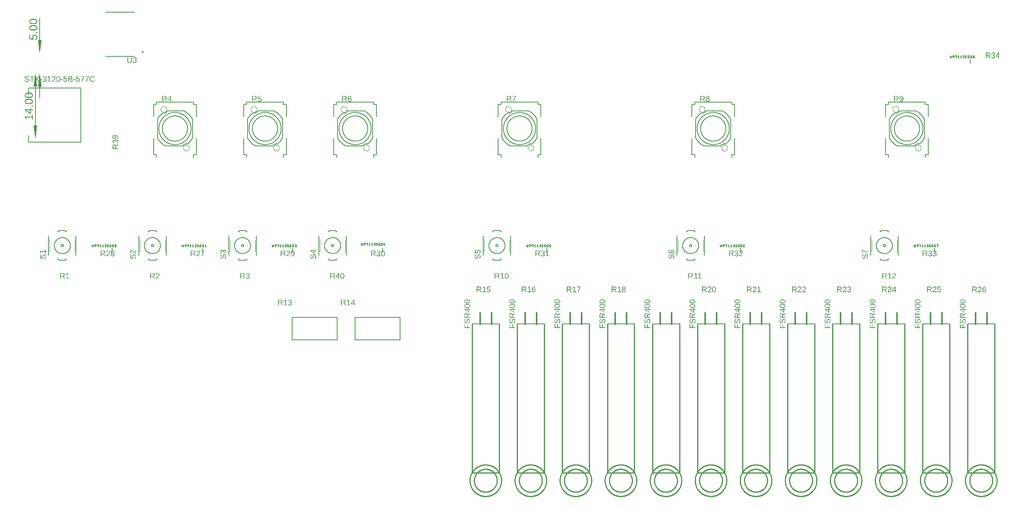
<source format=gbr>
G04 EAGLE Gerber RS-274X export*
G75*
%MOMM*%
%FSLAX34Y34*%
%LPD*%
%INSilkscreen Top*%
%IPPOS*%
%AMOC8*
5,1,8,0,0,1.08239X$1,22.5*%
G01*
G04 Define Apertures*
%ADD10C,0.130000*%
%ADD11C,0.130000*%
%ADD12C,0.127000*%
%ADD13C,0.340000*%
%ADD14C,0.254000*%
%ADD15C,0.330000*%
%ADD16C,0.203200*%
%ADD17C,0.101600*%
%ADD18C,0.152400*%
%ADD19C,0.050800*%
%ADD20C,0.200000*%
G36*
X256142Y1057925D02*
X256662Y1057942D01*
X257166Y1057972D01*
X257653Y1058012D01*
X258124Y1058065D01*
X258579Y1058129D01*
X259018Y1058205D01*
X259440Y1058293D01*
X259846Y1058393D01*
X260235Y1058504D01*
X260609Y1058626D01*
X260966Y1058761D01*
X261306Y1058907D01*
X261631Y1059065D01*
X261939Y1059234D01*
X262231Y1059416D01*
X262506Y1059609D01*
X262763Y1059813D01*
X263002Y1060029D01*
X263224Y1060257D01*
X263428Y1060496D01*
X263614Y1060747D01*
X263782Y1061009D01*
X263933Y1061283D01*
X264066Y1061569D01*
X264181Y1061866D01*
X264279Y1062175D01*
X264359Y1062496D01*
X264421Y1062828D01*
X264465Y1063171D01*
X264491Y1063527D01*
X264500Y1063893D01*
X264491Y1064260D01*
X264465Y1064616D01*
X264420Y1064960D01*
X264358Y1065293D01*
X264278Y1065615D01*
X264180Y1065925D01*
X264064Y1066224D01*
X263930Y1066511D01*
X263778Y1066787D01*
X263609Y1067052D01*
X263422Y1067305D01*
X263217Y1067547D01*
X262994Y1067778D01*
X262753Y1067997D01*
X262495Y1068205D01*
X262219Y1068402D01*
X261925Y1068587D01*
X261616Y1068760D01*
X261291Y1068921D01*
X260950Y1069070D01*
X260592Y1069207D01*
X260219Y1069333D01*
X259830Y1069446D01*
X259424Y1069548D01*
X259003Y1069637D01*
X258566Y1069715D01*
X258113Y1069780D01*
X257643Y1069834D01*
X257158Y1069876D01*
X256657Y1069906D01*
X256139Y1069923D01*
X255606Y1069929D01*
X254539Y1069907D01*
X253539Y1069839D01*
X253064Y1069787D01*
X252607Y1069725D01*
X252166Y1069651D01*
X251742Y1069566D01*
X251334Y1069469D01*
X250944Y1069362D01*
X250571Y1069242D01*
X250214Y1069112D01*
X249875Y1068970D01*
X249552Y1068816D01*
X249246Y1068652D01*
X248957Y1068476D01*
X248685Y1068288D01*
X248431Y1068087D01*
X248194Y1067874D01*
X247975Y1067649D01*
X247773Y1067411D01*
X247589Y1067160D01*
X247422Y1066897D01*
X247273Y1066622D01*
X247141Y1066334D01*
X247027Y1066033D01*
X246931Y1065720D01*
X246852Y1065394D01*
X246791Y1065056D01*
X246747Y1064706D01*
X246720Y1064343D01*
X246712Y1063967D01*
X246720Y1063581D01*
X246746Y1063208D01*
X246790Y1062849D01*
X246850Y1062502D01*
X246929Y1062169D01*
X247024Y1061849D01*
X247137Y1061542D01*
X247267Y1061248D01*
X247414Y1060968D01*
X247579Y1060700D01*
X247761Y1060446D01*
X247961Y1060205D01*
X248178Y1059977D01*
X248412Y1059763D01*
X248663Y1059561D01*
X248932Y1059373D01*
X249219Y1059197D01*
X249522Y1059032D01*
X249843Y1058879D01*
X250182Y1058737D01*
X250538Y1058606D01*
X250912Y1058487D01*
X251303Y1058379D01*
X251711Y1058282D01*
X252137Y1058197D01*
X252580Y1058123D01*
X253041Y1058061D01*
X253519Y1058010D01*
X254015Y1057970D01*
X254528Y1057942D01*
X255606Y1057919D01*
X256142Y1057925D01*
G37*
%LPC*%
G36*
X254692Y1060166D02*
X253844Y1060207D01*
X253063Y1060277D01*
X252349Y1060374D01*
X251701Y1060499D01*
X251121Y1060652D01*
X250606Y1060833D01*
X250159Y1061041D01*
X249771Y1061281D01*
X249434Y1061558D01*
X249150Y1061870D01*
X248917Y1062217D01*
X248736Y1062601D01*
X248665Y1062806D01*
X248606Y1063021D01*
X248561Y1063244D01*
X248529Y1063476D01*
X248509Y1063717D01*
X248503Y1063967D01*
X248509Y1064211D01*
X248529Y1064446D01*
X248562Y1064673D01*
X248608Y1064891D01*
X248667Y1065100D01*
X248739Y1065300D01*
X248923Y1065674D01*
X249159Y1066013D01*
X249448Y1066317D01*
X249790Y1066586D01*
X250184Y1066819D01*
X250636Y1067022D01*
X251153Y1067198D01*
X251734Y1067346D01*
X252380Y1067468D01*
X253090Y1067563D01*
X253864Y1067630D01*
X254703Y1067671D01*
X255606Y1067684D01*
X256479Y1067670D01*
X257293Y1067628D01*
X258049Y1067557D01*
X258747Y1067457D01*
X259386Y1067330D01*
X259967Y1067174D01*
X260490Y1066989D01*
X260955Y1066776D01*
X261363Y1066533D01*
X261717Y1066257D01*
X262016Y1065949D01*
X262261Y1065608D01*
X262364Y1065425D01*
X262452Y1065234D01*
X262527Y1065035D01*
X262588Y1064828D01*
X262636Y1064613D01*
X262670Y1064389D01*
X262690Y1064158D01*
X262697Y1063918D01*
X262690Y1063677D01*
X262670Y1063444D01*
X262637Y1063219D01*
X262590Y1063003D01*
X262530Y1062795D01*
X262457Y1062595D01*
X262271Y1062220D01*
X262031Y1061879D01*
X261738Y1061571D01*
X261391Y1061295D01*
X260992Y1061053D01*
X260535Y1060842D01*
X260016Y1060659D01*
X259435Y1060504D01*
X258793Y1060377D01*
X258089Y1060279D01*
X257323Y1060208D01*
X256495Y1060166D01*
X255606Y1060152D01*
X254692Y1060166D01*
G37*
%LPD*%
G36*
X256142Y1071894D02*
X256662Y1071911D01*
X257166Y1071940D01*
X257653Y1071981D01*
X258124Y1072034D01*
X258579Y1072098D01*
X259018Y1072174D01*
X259440Y1072262D01*
X259846Y1072361D01*
X260235Y1072472D01*
X260609Y1072595D01*
X260966Y1072730D01*
X261306Y1072876D01*
X261631Y1073034D01*
X261939Y1073203D01*
X262231Y1073384D01*
X262506Y1073577D01*
X262763Y1073782D01*
X263002Y1073998D01*
X263224Y1074226D01*
X263428Y1074465D01*
X263614Y1074716D01*
X263782Y1074978D01*
X263933Y1075252D01*
X264066Y1075538D01*
X264181Y1075835D01*
X264279Y1076144D01*
X264359Y1076464D01*
X264421Y1076797D01*
X264465Y1077140D01*
X264491Y1077495D01*
X264500Y1077862D01*
X264491Y1078229D01*
X264465Y1078585D01*
X264420Y1078929D01*
X264358Y1079262D01*
X264278Y1079583D01*
X264180Y1079894D01*
X264064Y1080192D01*
X263930Y1080480D01*
X263778Y1080756D01*
X263609Y1081021D01*
X263422Y1081274D01*
X263217Y1081516D01*
X262994Y1081747D01*
X262753Y1081966D01*
X262495Y1082174D01*
X262219Y1082371D01*
X261925Y1082556D01*
X261616Y1082729D01*
X261291Y1082890D01*
X260950Y1083039D01*
X260592Y1083176D01*
X260219Y1083302D01*
X259830Y1083415D01*
X259424Y1083516D01*
X259003Y1083606D01*
X258566Y1083683D01*
X258113Y1083749D01*
X257643Y1083803D01*
X257158Y1083844D01*
X256657Y1083874D01*
X256139Y1083892D01*
X255606Y1083898D01*
X254539Y1083875D01*
X253539Y1083807D01*
X253064Y1083756D01*
X252607Y1083694D01*
X252166Y1083620D01*
X251742Y1083535D01*
X251334Y1083438D01*
X250944Y1083330D01*
X250571Y1083211D01*
X250214Y1083080D01*
X249875Y1082938D01*
X249552Y1082785D01*
X249246Y1082620D01*
X248957Y1082444D01*
X248685Y1082256D01*
X248431Y1082056D01*
X248194Y1081843D01*
X247975Y1081617D01*
X247773Y1081379D01*
X247589Y1081129D01*
X247422Y1080866D01*
X247273Y1080590D01*
X247141Y1080302D01*
X247027Y1080002D01*
X246931Y1079689D01*
X246852Y1079363D01*
X246791Y1079025D01*
X246747Y1078675D01*
X246720Y1078311D01*
X246712Y1077936D01*
X246720Y1077550D01*
X246746Y1077177D01*
X246790Y1076817D01*
X246850Y1076471D01*
X246929Y1076138D01*
X247024Y1075818D01*
X247137Y1075511D01*
X247267Y1075217D01*
X247414Y1074936D01*
X247579Y1074669D01*
X247761Y1074415D01*
X247961Y1074174D01*
X248178Y1073946D01*
X248412Y1073731D01*
X248663Y1073530D01*
X248932Y1073341D01*
X249219Y1073165D01*
X249522Y1073001D01*
X249843Y1072847D01*
X250182Y1072705D01*
X250538Y1072575D01*
X250912Y1072456D01*
X251303Y1072348D01*
X251711Y1072251D01*
X252137Y1072166D01*
X252580Y1072092D01*
X253041Y1072030D01*
X253519Y1071979D01*
X254015Y1071939D01*
X254528Y1071910D01*
X255606Y1071888D01*
X256142Y1071894D01*
G37*
%LPC*%
G36*
X254692Y1074134D02*
X253844Y1074176D01*
X253063Y1074246D01*
X252349Y1074343D01*
X251701Y1074468D01*
X251121Y1074621D01*
X250606Y1074801D01*
X250159Y1075010D01*
X249771Y1075250D01*
X249434Y1075526D01*
X249150Y1075838D01*
X248917Y1076186D01*
X248736Y1076570D01*
X248665Y1076775D01*
X248606Y1076989D01*
X248561Y1077212D01*
X248529Y1077445D01*
X248509Y1077686D01*
X248503Y1077936D01*
X248509Y1078180D01*
X248529Y1078415D01*
X248562Y1078642D01*
X248608Y1078859D01*
X248667Y1079068D01*
X248739Y1079269D01*
X248923Y1079643D01*
X249159Y1079982D01*
X249448Y1080286D01*
X249790Y1080554D01*
X250184Y1080788D01*
X250636Y1080991D01*
X251153Y1081167D01*
X251734Y1081315D01*
X252380Y1081437D01*
X253090Y1081531D01*
X253864Y1081599D01*
X254703Y1081640D01*
X255606Y1081653D01*
X256479Y1081639D01*
X257293Y1081596D01*
X258049Y1081525D01*
X258747Y1081426D01*
X259386Y1081298D01*
X259967Y1081142D01*
X260490Y1080958D01*
X260955Y1080745D01*
X261363Y1080502D01*
X261717Y1080226D01*
X262016Y1079918D01*
X262261Y1079577D01*
X262364Y1079394D01*
X262452Y1079203D01*
X262527Y1079004D01*
X262588Y1078797D01*
X262636Y1078582D01*
X262670Y1078358D01*
X262690Y1078127D01*
X262697Y1077887D01*
X262690Y1077646D01*
X262670Y1077413D01*
X262637Y1077188D01*
X262590Y1076972D01*
X262530Y1076764D01*
X262457Y1076564D01*
X262271Y1076189D01*
X262031Y1075848D01*
X261738Y1075539D01*
X261391Y1075264D01*
X260992Y1075022D01*
X260535Y1074811D01*
X260016Y1074628D01*
X259435Y1074473D01*
X258793Y1074346D01*
X258089Y1074247D01*
X257323Y1074177D01*
X256495Y1074135D01*
X255606Y1074120D01*
X254692Y1074134D01*
G37*
%LPD*%
G36*
X260876Y1037121D02*
X261331Y1037271D01*
X261758Y1037454D01*
X262154Y1037672D01*
X262521Y1037923D01*
X262859Y1038209D01*
X263167Y1038529D01*
X263445Y1038883D01*
X263693Y1039269D01*
X263907Y1039683D01*
X264088Y1040127D01*
X264237Y1040601D01*
X264352Y1041103D01*
X264434Y1041634D01*
X264484Y1042195D01*
X264500Y1042784D01*
X264494Y1043140D01*
X264476Y1043485D01*
X264445Y1043821D01*
X264402Y1044147D01*
X264347Y1044463D01*
X264280Y1044770D01*
X264108Y1045353D01*
X263887Y1045897D01*
X263617Y1046401D01*
X263298Y1046867D01*
X262930Y1047293D01*
X262519Y1047674D01*
X262072Y1048004D01*
X261588Y1048283D01*
X261068Y1048512D01*
X260795Y1048607D01*
X260512Y1048690D01*
X260220Y1048760D01*
X259919Y1048817D01*
X259609Y1048861D01*
X259290Y1048893D01*
X258961Y1048912D01*
X258624Y1048918D01*
X258037Y1048895D01*
X257478Y1048824D01*
X256948Y1048705D01*
X256446Y1048539D01*
X255973Y1048326D01*
X255528Y1048066D01*
X255111Y1047758D01*
X254723Y1047403D01*
X254372Y1047008D01*
X254068Y1046581D01*
X253811Y1046121D01*
X253600Y1045629D01*
X253437Y1045104D01*
X253320Y1044547D01*
X253249Y1043958D01*
X253226Y1043336D01*
X253243Y1042814D01*
X253295Y1042313D01*
X253381Y1041834D01*
X253502Y1041376D01*
X253657Y1040941D01*
X253847Y1040528D01*
X254071Y1040136D01*
X254330Y1039766D01*
X248846Y1040098D01*
X248846Y1047912D01*
X246969Y1047912D01*
X246969Y1038086D01*
X256269Y1037509D01*
X256269Y1039668D01*
X255956Y1040055D01*
X255692Y1040441D01*
X255477Y1040827D01*
X255312Y1041214D01*
X255188Y1041608D01*
X255100Y1042017D01*
X255047Y1042442D01*
X255029Y1042882D01*
X255045Y1043301D01*
X255092Y1043697D01*
X255171Y1044071D01*
X255281Y1044424D01*
X255422Y1044754D01*
X255595Y1045062D01*
X255800Y1045348D01*
X256035Y1045612D01*
X256297Y1045849D01*
X256578Y1046055D01*
X256878Y1046229D01*
X257198Y1046371D01*
X257537Y1046482D01*
X257896Y1046561D01*
X258275Y1046608D01*
X258673Y1046624D01*
X259130Y1046608D01*
X259561Y1046561D01*
X259968Y1046483D01*
X260349Y1046373D01*
X260705Y1046231D01*
X261037Y1046058D01*
X261343Y1045854D01*
X261624Y1045618D01*
X261875Y1045355D01*
X262093Y1045067D01*
X262278Y1044755D01*
X262429Y1044419D01*
X262546Y1044059D01*
X262630Y1043674D01*
X262680Y1043266D01*
X262697Y1042833D01*
X262687Y1042480D01*
X262657Y1042144D01*
X262607Y1041825D01*
X262537Y1041523D01*
X262447Y1041238D01*
X262336Y1040971D01*
X262206Y1040720D01*
X262056Y1040487D01*
X261886Y1040271D01*
X261695Y1040072D01*
X261485Y1039890D01*
X261255Y1039726D01*
X261004Y1039578D01*
X260734Y1039448D01*
X260443Y1039335D01*
X260133Y1039239D01*
X260391Y1037006D01*
X260876Y1037121D01*
G37*
G36*
X264255Y1054655D02*
X261568Y1054655D01*
X261568Y1052263D01*
X264255Y1052263D01*
X264255Y1054655D01*
G37*
G36*
X246142Y894073D02*
X246662Y894090D01*
X247166Y894120D01*
X247653Y894161D01*
X248124Y894213D01*
X248579Y894277D01*
X249018Y894353D01*
X249440Y894441D01*
X249846Y894541D01*
X250235Y894652D01*
X250609Y894774D01*
X250966Y894909D01*
X251306Y895055D01*
X251631Y895213D01*
X251939Y895382D01*
X252231Y895564D01*
X252506Y895757D01*
X252763Y895961D01*
X253002Y896177D01*
X253224Y896405D01*
X253428Y896644D01*
X253614Y896895D01*
X253782Y897157D01*
X253933Y897431D01*
X254066Y897717D01*
X254181Y898014D01*
X254279Y898323D01*
X254359Y898644D01*
X254421Y898976D01*
X254465Y899319D01*
X254491Y899675D01*
X254500Y900042D01*
X254491Y900408D01*
X254465Y900764D01*
X254420Y901108D01*
X254358Y901441D01*
X254278Y901763D01*
X254180Y902073D01*
X254064Y902372D01*
X253930Y902659D01*
X253778Y902935D01*
X253609Y903200D01*
X253422Y903453D01*
X253217Y903695D01*
X252994Y903926D01*
X252753Y904145D01*
X252495Y904353D01*
X252219Y904550D01*
X251925Y904735D01*
X251616Y904908D01*
X251291Y905069D01*
X250950Y905218D01*
X250592Y905355D01*
X250219Y905481D01*
X249830Y905594D01*
X249424Y905696D01*
X249003Y905785D01*
X248566Y905863D01*
X248113Y905928D01*
X247643Y905982D01*
X247158Y906024D01*
X246657Y906054D01*
X246139Y906071D01*
X245606Y906077D01*
X244539Y906055D01*
X243539Y905987D01*
X243064Y905935D01*
X242607Y905873D01*
X242166Y905799D01*
X241742Y905714D01*
X241334Y905617D01*
X240944Y905510D01*
X240571Y905390D01*
X240214Y905260D01*
X239875Y905118D01*
X239552Y904964D01*
X239246Y904800D01*
X238957Y904624D01*
X238685Y904436D01*
X238431Y904235D01*
X238194Y904022D01*
X237975Y903797D01*
X237773Y903559D01*
X237589Y903308D01*
X237422Y903045D01*
X237273Y902770D01*
X237141Y902482D01*
X237027Y902181D01*
X236931Y901868D01*
X236852Y901542D01*
X236791Y901204D01*
X236747Y900854D01*
X236720Y900491D01*
X236712Y900115D01*
X236720Y899729D01*
X236746Y899356D01*
X236790Y898997D01*
X236850Y898650D01*
X236929Y898317D01*
X237024Y897997D01*
X237137Y897690D01*
X237267Y897396D01*
X237414Y897116D01*
X237579Y896848D01*
X237761Y896594D01*
X237961Y896353D01*
X238178Y896125D01*
X238412Y895911D01*
X238663Y895709D01*
X238932Y895521D01*
X239219Y895345D01*
X239522Y895180D01*
X239843Y895027D01*
X240182Y894885D01*
X240538Y894754D01*
X240912Y894635D01*
X241303Y894527D01*
X241711Y894430D01*
X242137Y894345D01*
X242580Y894271D01*
X243041Y894209D01*
X243519Y894158D01*
X244015Y894118D01*
X244528Y894090D01*
X245606Y894067D01*
X246142Y894073D01*
G37*
%LPC*%
G36*
X244692Y896314D02*
X243844Y896355D01*
X243063Y896425D01*
X242349Y896522D01*
X241701Y896647D01*
X241121Y896800D01*
X240606Y896981D01*
X240159Y897189D01*
X239771Y897429D01*
X239434Y897706D01*
X239150Y898018D01*
X238917Y898365D01*
X238736Y898749D01*
X238665Y898954D01*
X238606Y899169D01*
X238561Y899392D01*
X238529Y899624D01*
X238509Y899865D01*
X238503Y900115D01*
X238509Y900359D01*
X238529Y900594D01*
X238562Y900821D01*
X238608Y901039D01*
X238667Y901248D01*
X238739Y901448D01*
X238923Y901822D01*
X239159Y902161D01*
X239448Y902465D01*
X239790Y902734D01*
X240184Y902967D01*
X240636Y903170D01*
X241153Y903346D01*
X241734Y903495D01*
X242380Y903616D01*
X243090Y903711D01*
X243864Y903778D01*
X244703Y903819D01*
X245606Y903832D01*
X246479Y903818D01*
X247293Y903776D01*
X248049Y903705D01*
X248747Y903605D01*
X249386Y903478D01*
X249967Y903322D01*
X250490Y903137D01*
X250955Y902925D01*
X251363Y902681D01*
X251717Y902405D01*
X252016Y902097D01*
X252261Y901756D01*
X252364Y901573D01*
X252452Y901382D01*
X252527Y901183D01*
X252588Y900976D01*
X252636Y900761D01*
X252670Y900537D01*
X252690Y900306D01*
X252697Y900066D01*
X252690Y899825D01*
X252670Y899592D01*
X252637Y899367D01*
X252590Y899151D01*
X252530Y898943D01*
X252457Y898743D01*
X252271Y898368D01*
X252031Y898027D01*
X251738Y897719D01*
X251391Y897443D01*
X250992Y897201D01*
X250535Y896990D01*
X250016Y896807D01*
X249435Y896652D01*
X248793Y896525D01*
X248089Y896427D01*
X247323Y896356D01*
X246495Y896314D01*
X245606Y896300D01*
X244692Y896314D01*
G37*
%LPD*%
G36*
X246142Y908042D02*
X246662Y908059D01*
X247166Y908088D01*
X247653Y908129D01*
X248124Y908182D01*
X248579Y908246D01*
X249018Y908322D01*
X249440Y908410D01*
X249846Y908509D01*
X250235Y908620D01*
X250609Y908743D01*
X250966Y908878D01*
X251306Y909024D01*
X251631Y909182D01*
X251939Y909351D01*
X252231Y909532D01*
X252506Y909725D01*
X252763Y909930D01*
X253002Y910146D01*
X253224Y910374D01*
X253428Y910613D01*
X253614Y910864D01*
X253782Y911126D01*
X253933Y911400D01*
X254066Y911686D01*
X254181Y911983D01*
X254279Y912292D01*
X254359Y912612D01*
X254421Y912945D01*
X254465Y913288D01*
X254491Y913643D01*
X254500Y914010D01*
X254491Y914377D01*
X254465Y914733D01*
X254420Y915077D01*
X254358Y915410D01*
X254278Y915732D01*
X254180Y916042D01*
X254064Y916341D01*
X253930Y916628D01*
X253778Y916904D01*
X253609Y917169D01*
X253422Y917422D01*
X253217Y917664D01*
X252994Y917895D01*
X252753Y918114D01*
X252495Y918322D01*
X252219Y918519D01*
X251925Y918704D01*
X251616Y918877D01*
X251291Y919038D01*
X250950Y919187D01*
X250592Y919324D01*
X250219Y919450D01*
X249830Y919563D01*
X249424Y919664D01*
X249003Y919754D01*
X248566Y919831D01*
X248113Y919897D01*
X247643Y919951D01*
X247158Y919992D01*
X246657Y920022D01*
X246139Y920040D01*
X245606Y920046D01*
X244539Y920023D01*
X243539Y919955D01*
X243064Y919904D01*
X242607Y919842D01*
X242166Y919768D01*
X241742Y919683D01*
X241334Y919586D01*
X240944Y919478D01*
X240571Y919359D01*
X240214Y919228D01*
X239875Y919086D01*
X239552Y918933D01*
X239246Y918768D01*
X238957Y918592D01*
X238685Y918404D01*
X238431Y918204D01*
X238194Y917991D01*
X237975Y917765D01*
X237773Y917527D01*
X237589Y917277D01*
X237422Y917014D01*
X237273Y916738D01*
X237141Y916450D01*
X237027Y916150D01*
X236931Y915837D01*
X236852Y915511D01*
X236791Y915173D01*
X236747Y914823D01*
X236720Y914459D01*
X236712Y914084D01*
X236720Y913698D01*
X236746Y913325D01*
X236790Y912965D01*
X236850Y912619D01*
X236929Y912286D01*
X237024Y911966D01*
X237137Y911659D01*
X237267Y911365D01*
X237414Y911084D01*
X237579Y910817D01*
X237761Y910563D01*
X237961Y910322D01*
X238178Y910094D01*
X238412Y909879D01*
X238663Y909678D01*
X238932Y909489D01*
X239219Y909313D01*
X239522Y909149D01*
X239843Y908995D01*
X240182Y908853D01*
X240538Y908723D01*
X240912Y908604D01*
X241303Y908496D01*
X241711Y908399D01*
X242137Y908314D01*
X242580Y908240D01*
X243041Y908178D01*
X243519Y908127D01*
X244015Y908087D01*
X244528Y908058D01*
X245606Y908036D01*
X246142Y908042D01*
G37*
%LPC*%
G36*
X244692Y910282D02*
X243844Y910324D01*
X243063Y910394D01*
X242349Y910491D01*
X241701Y910616D01*
X241121Y910769D01*
X240606Y910949D01*
X240159Y911158D01*
X239771Y911398D01*
X239434Y911674D01*
X239150Y911986D01*
X238917Y912334D01*
X238736Y912718D01*
X238665Y912923D01*
X238606Y913137D01*
X238561Y913361D01*
X238529Y913593D01*
X238509Y913834D01*
X238503Y914084D01*
X238509Y914328D01*
X238529Y914563D01*
X238562Y914790D01*
X238608Y915007D01*
X238667Y915216D01*
X238739Y915417D01*
X238923Y915791D01*
X239159Y916130D01*
X239448Y916434D01*
X239790Y916702D01*
X240184Y916936D01*
X240636Y917139D01*
X241153Y917315D01*
X241734Y917463D01*
X242380Y917585D01*
X243090Y917679D01*
X243864Y917747D01*
X244703Y917788D01*
X245606Y917801D01*
X246479Y917787D01*
X247293Y917744D01*
X248049Y917673D01*
X248747Y917574D01*
X249386Y917446D01*
X249967Y917290D01*
X250490Y917106D01*
X250955Y916893D01*
X251363Y916650D01*
X251717Y916374D01*
X252016Y916066D01*
X252261Y915725D01*
X252364Y915542D01*
X252452Y915351D01*
X252527Y915152D01*
X252588Y914945D01*
X252636Y914730D01*
X252670Y914506D01*
X252690Y914275D01*
X252697Y914035D01*
X252690Y913794D01*
X252670Y913561D01*
X252637Y913336D01*
X252590Y913120D01*
X252530Y912912D01*
X252457Y912712D01*
X252271Y912337D01*
X252031Y911996D01*
X251738Y911687D01*
X251391Y911412D01*
X250992Y911170D01*
X250535Y910959D01*
X250016Y910776D01*
X249435Y910621D01*
X248793Y910494D01*
X248089Y910395D01*
X247323Y910325D01*
X246495Y910283D01*
X245606Y910269D01*
X244692Y910282D01*
G37*
%LPD*%
G36*
X250342Y880871D02*
X254255Y880871D01*
X254255Y882956D01*
X250342Y882956D01*
X250342Y885385D01*
X248599Y885385D01*
X248599Y882956D01*
X236969Y882956D01*
X236969Y880638D01*
X248624Y872725D01*
X250342Y872725D01*
X250342Y880871D01*
G37*
%LPC*%
G36*
X248354Y874957D02*
X247446Y875620D01*
X240920Y880049D01*
X240601Y880248D01*
X240110Y880527D01*
X239460Y880871D01*
X248599Y880871D01*
X248599Y874761D01*
X248354Y874957D01*
G37*
%LPD*%
G36*
X254255Y870926D02*
X252378Y870926D01*
X252378Y866718D01*
X236969Y866718D01*
X236969Y864681D01*
X239779Y860596D01*
X241864Y860596D01*
X239079Y864497D01*
X252378Y864497D01*
X252378Y860093D01*
X254255Y860093D01*
X254255Y870926D01*
G37*
G36*
X254255Y890803D02*
X251568Y890803D01*
X251568Y888411D01*
X254255Y888411D01*
X254255Y890803D01*
G37*
G36*
X338854Y944086D02*
X339345Y944129D01*
X339807Y944201D01*
X340240Y944301D01*
X340643Y944430D01*
X341017Y944588D01*
X341361Y944774D01*
X341676Y944989D01*
X341958Y945230D01*
X342202Y945493D01*
X342409Y945780D01*
X342578Y946089D01*
X342709Y946421D01*
X342803Y946776D01*
X342860Y947154D01*
X342878Y947555D01*
X342866Y947858D01*
X342828Y948147D01*
X342766Y948423D01*
X342679Y948686D01*
X342566Y948935D01*
X342429Y949172D01*
X342267Y949394D01*
X342080Y949604D01*
X341967Y949708D01*
X341870Y949797D01*
X341639Y949970D01*
X341386Y950123D01*
X341113Y950257D01*
X340818Y950370D01*
X340502Y950464D01*
X340165Y950537D01*
X339808Y950591D01*
X340080Y950662D01*
X340337Y950749D01*
X340578Y950851D01*
X340803Y950968D01*
X341013Y951101D01*
X341206Y951249D01*
X341284Y951321D01*
X341383Y951412D01*
X341545Y951591D01*
X341689Y951783D01*
X341813Y951986D01*
X341919Y952200D01*
X342005Y952425D01*
X342073Y952661D01*
X342121Y952907D01*
X342149Y953165D01*
X342159Y953434D01*
X342142Y953797D01*
X342091Y954137D01*
X342006Y954453D01*
X341887Y954747D01*
X341734Y955016D01*
X341547Y955262D01*
X341326Y955485D01*
X341071Y955684D01*
X340782Y955860D01*
X340459Y956012D01*
X340102Y956141D01*
X339711Y956247D01*
X339286Y956329D01*
X338827Y956387D01*
X338334Y956423D01*
X337807Y956434D01*
X333315Y956434D01*
X333315Y944072D01*
X338334Y944072D01*
X338854Y944086D01*
G37*
%LPC*%
G36*
X334991Y945414D02*
X334991Y949872D01*
X338114Y949872D01*
X338486Y949863D01*
X338834Y949837D01*
X339158Y949795D01*
X339458Y949735D01*
X339734Y949658D01*
X339985Y949564D01*
X340213Y949453D01*
X340417Y949325D01*
X340597Y949180D01*
X340753Y949018D01*
X340885Y948839D01*
X340993Y948643D01*
X341077Y948429D01*
X341137Y948199D01*
X341173Y947951D01*
X341185Y947687D01*
X341174Y947413D01*
X341141Y947156D01*
X341086Y946917D01*
X341010Y946695D01*
X340911Y946491D01*
X340790Y946305D01*
X340648Y946136D01*
X340483Y945985D01*
X340295Y945851D01*
X340080Y945735D01*
X339839Y945637D01*
X339573Y945557D01*
X339280Y945495D01*
X338961Y945450D01*
X338617Y945423D01*
X338246Y945414D01*
X334991Y945414D01*
G37*
G36*
X334991Y951179D02*
X334991Y955092D01*
X337807Y955092D01*
X338122Y955085D01*
X338418Y955065D01*
X338695Y955032D01*
X338952Y954985D01*
X339190Y954924D01*
X339409Y954850D01*
X339609Y954763D01*
X339790Y954662D01*
X339950Y954546D01*
X340089Y954411D01*
X340207Y954259D01*
X340303Y954090D01*
X340378Y953902D01*
X340432Y953696D01*
X340464Y953473D01*
X340474Y953232D01*
X340464Y952979D01*
X340433Y952744D01*
X340381Y952525D01*
X340309Y952323D01*
X340216Y952138D01*
X340102Y951969D01*
X339967Y951818D01*
X339812Y951683D01*
X339636Y951565D01*
X339438Y951463D01*
X339219Y951376D01*
X338979Y951305D01*
X338718Y951250D01*
X338436Y951210D01*
X338132Y951187D01*
X337807Y951179D01*
X334991Y951179D01*
G37*
%LPD*%
G36*
X311109Y943903D02*
X311364Y943922D01*
X311610Y943954D01*
X311848Y943999D01*
X312078Y944056D01*
X312300Y944126D01*
X312719Y944305D01*
X313106Y944534D01*
X313460Y944815D01*
X313782Y945146D01*
X314071Y945529D01*
X314327Y945959D01*
X314549Y946436D01*
X314737Y946959D01*
X314891Y947527D01*
X315010Y948141D01*
X315095Y948801D01*
X315147Y949506D01*
X315164Y950258D01*
X315147Y951021D01*
X315099Y951736D01*
X315017Y952403D01*
X314904Y953021D01*
X314757Y953592D01*
X314579Y954114D01*
X314368Y954587D01*
X314124Y955013D01*
X313846Y955389D01*
X313533Y955715D01*
X313183Y955991D01*
X312798Y956217D01*
X312377Y956393D01*
X312153Y956462D01*
X311920Y956518D01*
X311679Y956562D01*
X311428Y956594D01*
X311168Y956612D01*
X310900Y956619D01*
X310623Y956612D01*
X310357Y956594D01*
X310100Y956563D01*
X309852Y956519D01*
X309614Y956464D01*
X309385Y956395D01*
X308955Y956222D01*
X308563Y955998D01*
X308209Y955725D01*
X307893Y955403D01*
X307614Y955031D01*
X307370Y954609D01*
X307159Y954137D01*
X306980Y953615D01*
X306834Y953043D01*
X306720Y952422D01*
X306639Y951750D01*
X306590Y951029D01*
X306574Y950258D01*
X306591Y949502D01*
X306641Y948793D01*
X306725Y948131D01*
X306842Y947516D01*
X306992Y946947D01*
X307176Y946425D01*
X307394Y945949D01*
X307644Y945520D01*
X307929Y945139D01*
X308246Y944810D01*
X308597Y944531D01*
X308980Y944302D01*
X309397Y944125D01*
X309847Y943998D01*
X310085Y943954D01*
X310330Y943922D01*
X310585Y943903D01*
X310847Y943897D01*
X311109Y943903D01*
G37*
%LPC*%
G36*
X310525Y945205D02*
X310210Y945263D01*
X309918Y945358D01*
X309650Y945491D01*
X309406Y945663D01*
X309186Y945872D01*
X308989Y946120D01*
X308816Y946406D01*
X308665Y946733D01*
X308534Y947104D01*
X308423Y947519D01*
X308332Y947979D01*
X308262Y948482D01*
X308211Y949030D01*
X308181Y949622D01*
X308171Y950258D01*
X308181Y950912D01*
X308211Y951518D01*
X308260Y952076D01*
X308330Y952587D01*
X308419Y953050D01*
X308529Y953466D01*
X308658Y953833D01*
X308807Y954153D01*
X308979Y954431D01*
X309176Y954671D01*
X309399Y954875D01*
X309648Y955042D01*
X309923Y955171D01*
X310223Y955264D01*
X310548Y955319D01*
X310900Y955338D01*
X311242Y955319D01*
X311560Y955263D01*
X311853Y955169D01*
X312120Y955037D01*
X312363Y954868D01*
X312580Y954662D01*
X312772Y954417D01*
X312939Y954136D01*
X313084Y953812D01*
X313210Y953443D01*
X313316Y953027D01*
X313403Y952565D01*
X313471Y952057D01*
X313519Y951504D01*
X313548Y950904D01*
X313558Y950258D01*
X313548Y949634D01*
X313517Y949051D01*
X313467Y948511D01*
X313396Y948012D01*
X313304Y947554D01*
X313193Y947139D01*
X313061Y946765D01*
X312909Y946432D01*
X312735Y946140D01*
X312538Y945887D01*
X312317Y945673D01*
X312073Y945498D01*
X311806Y945362D01*
X311515Y945264D01*
X311202Y945206D01*
X310864Y945186D01*
X310525Y945205D01*
G37*
%LPD*%
G36*
X241610Y943911D02*
X242167Y943955D01*
X242689Y944029D01*
X243177Y944131D01*
X243631Y944263D01*
X244051Y944425D01*
X244437Y944615D01*
X244788Y944835D01*
X245102Y945082D01*
X245374Y945353D01*
X245604Y945648D01*
X245792Y945967D01*
X245938Y946311D01*
X246043Y946678D01*
X246105Y947069D01*
X246126Y947485D01*
X246114Y947812D01*
X246079Y948117D01*
X246020Y948400D01*
X245938Y948661D01*
X245834Y948903D01*
X245713Y949128D01*
X245573Y949337D01*
X245416Y949529D01*
X245241Y949707D01*
X245052Y949869D01*
X244849Y950018D01*
X244630Y950152D01*
X244162Y950390D01*
X243661Y950595D01*
X243131Y950771D01*
X242577Y950920D01*
X241441Y951188D01*
X240661Y951369D01*
X240022Y951535D01*
X239524Y951687D01*
X239169Y951824D01*
X238900Y951960D01*
X238665Y952111D01*
X238464Y952276D01*
X238296Y952455D01*
X238163Y952654D01*
X238069Y952878D01*
X238012Y953126D01*
X237993Y953399D01*
X238005Y953635D01*
X238042Y953855D01*
X238103Y954061D01*
X238188Y954252D01*
X238298Y954428D01*
X238432Y954588D01*
X238591Y954733D01*
X238774Y954864D01*
X238980Y954979D01*
X239208Y955079D01*
X239458Y955163D01*
X239730Y955232D01*
X240024Y955286D01*
X240340Y955324D01*
X240678Y955348D01*
X241037Y955355D01*
X241366Y955348D01*
X241676Y955328D01*
X241968Y955293D01*
X242242Y955244D01*
X242497Y955182D01*
X242733Y955106D01*
X242952Y955016D01*
X243152Y954912D01*
X243335Y954793D01*
X243503Y954657D01*
X243655Y954504D01*
X243792Y954334D01*
X243914Y954148D01*
X244020Y953944D01*
X244111Y953724D01*
X244187Y953486D01*
X245837Y953776D01*
X245714Y954150D01*
X245571Y954496D01*
X245407Y954813D01*
X245222Y955102D01*
X245017Y955362D01*
X244790Y955595D01*
X244543Y955798D01*
X244275Y955974D01*
X243981Y956125D01*
X243656Y956256D01*
X243300Y956367D01*
X242913Y956457D01*
X242495Y956528D01*
X242046Y956578D01*
X241566Y956609D01*
X241055Y956619D01*
X240505Y956605D01*
X239989Y956565D01*
X239505Y956498D01*
X239053Y956404D01*
X238635Y956283D01*
X238249Y956135D01*
X237896Y955960D01*
X237576Y955759D01*
X237291Y955532D01*
X237044Y955283D01*
X236836Y955012D01*
X236665Y954717D01*
X236532Y954400D01*
X236437Y954059D01*
X236380Y953697D01*
X236361Y953311D01*
X236375Y952974D01*
X236419Y952657D01*
X236492Y952360D01*
X236593Y952083D01*
X236723Y951823D01*
X236877Y951581D01*
X237058Y951356D01*
X237265Y951148D01*
X237504Y950953D01*
X237783Y950768D01*
X238103Y950591D01*
X238462Y950424D01*
X238886Y950262D01*
X239398Y950100D01*
X239998Y949937D01*
X240686Y949775D01*
X242222Y949415D01*
X242556Y949327D01*
X242867Y949229D01*
X243153Y949121D01*
X243415Y949003D01*
X243651Y948872D01*
X243859Y948724D01*
X244039Y948560D01*
X244192Y948380D01*
X244312Y948177D01*
X244399Y947946D01*
X244451Y947686D01*
X244468Y947397D01*
X244454Y947136D01*
X244413Y946890D01*
X244344Y946661D01*
X244247Y946449D01*
X244123Y946252D01*
X243972Y946072D01*
X243793Y945908D01*
X243586Y945761D01*
X243354Y945630D01*
X243099Y945517D01*
X242821Y945422D01*
X242519Y945343D01*
X242194Y945282D01*
X241846Y945239D01*
X241475Y945213D01*
X241081Y945204D01*
X240699Y945212D01*
X240337Y945237D01*
X239996Y945277D01*
X239675Y945334D01*
X239375Y945408D01*
X239096Y945498D01*
X238837Y945604D01*
X238598Y945726D01*
X238380Y945866D01*
X238182Y946024D01*
X238003Y946201D01*
X237844Y946396D01*
X237704Y946610D01*
X237585Y946842D01*
X237485Y947093D01*
X237405Y947362D01*
X235782Y947038D01*
X235887Y946657D01*
X236021Y946301D01*
X236185Y945970D01*
X236379Y945663D01*
X236603Y945381D01*
X236856Y945124D01*
X237139Y944890D01*
X237451Y944682D01*
X237793Y944498D01*
X238165Y944338D01*
X238567Y944203D01*
X238998Y944093D01*
X239459Y944007D01*
X239950Y943946D01*
X240470Y943909D01*
X241020Y943897D01*
X241610Y943911D01*
G37*
G36*
X387168Y943910D02*
X387603Y943949D01*
X388025Y944014D01*
X388433Y944105D01*
X388827Y944222D01*
X389207Y944365D01*
X389573Y944535D01*
X389925Y944730D01*
X390261Y944950D01*
X390578Y945195D01*
X390875Y945463D01*
X391153Y945754D01*
X391411Y946070D01*
X391650Y946410D01*
X391870Y946773D01*
X392071Y947160D01*
X390702Y947845D01*
X390533Y947534D01*
X390355Y947242D01*
X390166Y946971D01*
X389968Y946720D01*
X389759Y946489D01*
X389540Y946278D01*
X389311Y946087D01*
X389072Y945917D01*
X388823Y945766D01*
X388564Y945636D01*
X388295Y945525D01*
X388015Y945435D01*
X387726Y945364D01*
X387427Y945314D01*
X387117Y945284D01*
X386797Y945274D01*
X386304Y945296D01*
X385836Y945360D01*
X385395Y945468D01*
X384980Y945620D01*
X384591Y945814D01*
X384229Y946051D01*
X383892Y946332D01*
X383582Y946656D01*
X383303Y947015D01*
X383062Y947403D01*
X382857Y947818D01*
X382690Y948260D01*
X382560Y948731D01*
X382467Y949230D01*
X382412Y949756D01*
X382393Y950310D01*
X382411Y950870D01*
X382464Y951398D01*
X382553Y951897D01*
X382678Y952364D01*
X382839Y952802D01*
X383035Y953208D01*
X383266Y953584D01*
X383534Y953929D01*
X383833Y954239D01*
X384161Y954507D01*
X384517Y954734D01*
X384902Y954920D01*
X385316Y955064D01*
X385758Y955167D01*
X386228Y955229D01*
X386727Y955250D01*
X387049Y955241D01*
X387359Y955214D01*
X387658Y955170D01*
X387946Y955107D01*
X388223Y955027D01*
X388488Y954929D01*
X388743Y954813D01*
X388987Y954680D01*
X389216Y954529D01*
X389430Y954363D01*
X389627Y954180D01*
X389808Y953982D01*
X389973Y953768D01*
X390121Y953538D01*
X390253Y953292D01*
X390368Y953030D01*
X391956Y953557D01*
X391790Y953924D01*
X391601Y954269D01*
X391391Y954590D01*
X391158Y954888D01*
X390904Y955163D01*
X390627Y955414D01*
X390329Y955642D01*
X390009Y955847D01*
X389667Y956027D01*
X389306Y956184D01*
X388924Y956317D01*
X388522Y956426D01*
X388099Y956510D01*
X387656Y956570D01*
X387193Y956607D01*
X386710Y956619D01*
X386361Y956612D01*
X386023Y956592D01*
X385693Y956560D01*
X385374Y956514D01*
X385064Y956455D01*
X384764Y956383D01*
X384473Y956298D01*
X384192Y956200D01*
X383920Y956088D01*
X383658Y955964D01*
X383406Y955827D01*
X383163Y955676D01*
X382706Y955336D01*
X382288Y954943D01*
X381913Y954504D01*
X381589Y954025D01*
X381315Y953506D01*
X381196Y953231D01*
X381090Y952947D01*
X380997Y952652D01*
X380915Y952348D01*
X380847Y952033D01*
X380791Y951709D01*
X380747Y951374D01*
X380716Y951029D01*
X380697Y950675D01*
X380691Y950310D01*
X380702Y949825D01*
X380736Y949356D01*
X380791Y948904D01*
X380870Y948469D01*
X380970Y948050D01*
X381093Y947648D01*
X381238Y947262D01*
X381406Y946893D01*
X381595Y946542D01*
X381804Y946213D01*
X382034Y945904D01*
X382283Y945616D01*
X382553Y945349D01*
X382844Y945103D01*
X383154Y944878D01*
X383485Y944673D01*
X383834Y944491D01*
X384199Y944333D01*
X384580Y944200D01*
X384976Y944091D01*
X385388Y944006D01*
X385816Y943945D01*
X386259Y943909D01*
X386718Y943897D01*
X387168Y943910D01*
G37*
G36*
X327194Y943914D02*
X327668Y943967D01*
X328113Y944055D01*
X328530Y944177D01*
X328919Y944335D01*
X329280Y944528D01*
X329613Y944756D01*
X329917Y945020D01*
X330190Y945313D01*
X330426Y945633D01*
X330626Y945979D01*
X330789Y946351D01*
X330916Y946749D01*
X331007Y947173D01*
X331062Y947623D01*
X331080Y948099D01*
X331063Y948519D01*
X331012Y948919D01*
X330927Y949298D01*
X330809Y949657D01*
X330656Y949995D01*
X330470Y950314D01*
X330250Y950612D01*
X329996Y950889D01*
X329714Y951140D01*
X329408Y951358D01*
X329079Y951542D01*
X328727Y951692D01*
X328352Y951809D01*
X327954Y951893D01*
X327532Y951943D01*
X327088Y951960D01*
X326714Y951947D01*
X326356Y951910D01*
X326013Y951849D01*
X325686Y951762D01*
X325375Y951651D01*
X325079Y951516D01*
X324799Y951355D01*
X324534Y951170D01*
X324771Y955092D01*
X330360Y955092D01*
X330360Y956434D01*
X323332Y956434D01*
X322920Y949784D01*
X324464Y949784D01*
X324741Y950008D01*
X325017Y950196D01*
X325293Y950350D01*
X325570Y950468D01*
X325852Y950556D01*
X326144Y950620D01*
X326448Y950657D01*
X326763Y950670D01*
X327062Y950659D01*
X327346Y950625D01*
X327613Y950569D01*
X327865Y950490D01*
X328101Y950389D01*
X328322Y950265D01*
X328526Y950119D01*
X328715Y949951D01*
X328885Y949764D01*
X329032Y949563D01*
X329156Y949348D01*
X329258Y949119D01*
X329337Y948876D01*
X329394Y948620D01*
X329428Y948349D01*
X329439Y948064D01*
X329428Y947738D01*
X329394Y947429D01*
X329338Y947138D01*
X329259Y946865D01*
X329158Y946611D01*
X329034Y946374D01*
X328888Y946155D01*
X328720Y945954D01*
X328531Y945774D01*
X328325Y945618D01*
X328102Y945486D01*
X327862Y945378D01*
X327604Y945294D01*
X327329Y945234D01*
X327037Y945198D01*
X326728Y945186D01*
X326475Y945194D01*
X326235Y945215D01*
X326007Y945251D01*
X325791Y945301D01*
X325587Y945365D01*
X325396Y945444D01*
X325217Y945537D01*
X325050Y945645D01*
X324895Y945767D01*
X324753Y945903D01*
X324623Y946053D01*
X324505Y946218D01*
X324400Y946397D01*
X324307Y946590D01*
X324226Y946798D01*
X324157Y947020D01*
X322560Y946836D01*
X322643Y946489D01*
X322750Y946163D01*
X322881Y945858D01*
X323036Y945575D01*
X323216Y945312D01*
X323421Y945071D01*
X323650Y944850D01*
X323903Y944651D01*
X324179Y944474D01*
X324475Y944321D01*
X324793Y944191D01*
X325131Y944085D01*
X325490Y944003D01*
X325870Y943944D01*
X326271Y943908D01*
X326693Y943897D01*
X327194Y943914D01*
G37*
G36*
X355163Y943914D02*
X355636Y943967D01*
X356081Y944055D01*
X356499Y944177D01*
X356888Y944335D01*
X357248Y944528D01*
X357581Y944756D01*
X357886Y945020D01*
X358158Y945313D01*
X358395Y945633D01*
X358594Y945979D01*
X358758Y946351D01*
X358885Y946749D01*
X358976Y947173D01*
X359030Y947623D01*
X359048Y948099D01*
X359032Y948519D01*
X358981Y948919D01*
X358896Y949298D01*
X358778Y949657D01*
X358625Y949995D01*
X358439Y950314D01*
X358219Y950612D01*
X357965Y950889D01*
X357682Y951140D01*
X357377Y951358D01*
X357048Y951542D01*
X356696Y951692D01*
X356321Y951809D01*
X355923Y951893D01*
X355501Y951943D01*
X355056Y951960D01*
X354683Y951947D01*
X354324Y951910D01*
X353982Y951849D01*
X353655Y951762D01*
X353343Y951651D01*
X353048Y951516D01*
X352768Y951355D01*
X352503Y951170D01*
X352740Y955092D01*
X358329Y955092D01*
X358329Y956434D01*
X351301Y956434D01*
X350889Y949784D01*
X352433Y949784D01*
X352709Y950008D01*
X352986Y950196D01*
X353262Y950350D01*
X353539Y950468D01*
X353820Y950556D01*
X354113Y950620D01*
X354417Y950657D01*
X354732Y950670D01*
X355031Y950659D01*
X355314Y950625D01*
X355582Y950569D01*
X355834Y950490D01*
X356070Y950389D01*
X356290Y950265D01*
X356495Y950119D01*
X356684Y949951D01*
X356854Y949764D01*
X357001Y949563D01*
X357125Y949348D01*
X357227Y949119D01*
X357306Y948876D01*
X357363Y948620D01*
X357396Y948349D01*
X357408Y948064D01*
X357397Y947738D01*
X357363Y947429D01*
X357307Y947138D01*
X357228Y946865D01*
X357127Y946611D01*
X357003Y946374D01*
X356857Y946155D01*
X356688Y945954D01*
X356500Y945774D01*
X356294Y945618D01*
X356071Y945486D01*
X355831Y945378D01*
X355573Y945294D01*
X355298Y945234D01*
X355006Y945198D01*
X354697Y945186D01*
X354444Y945194D01*
X354204Y945215D01*
X353975Y945251D01*
X353760Y945301D01*
X353556Y945365D01*
X353365Y945444D01*
X353185Y945537D01*
X353019Y945645D01*
X352864Y945767D01*
X352722Y945903D01*
X352592Y946053D01*
X352474Y946218D01*
X352369Y946397D01*
X352276Y946590D01*
X352195Y946798D01*
X352126Y947020D01*
X350529Y946836D01*
X350611Y946489D01*
X350718Y946163D01*
X350849Y945858D01*
X351005Y945575D01*
X351185Y945312D01*
X351389Y945071D01*
X351618Y944850D01*
X351872Y944651D01*
X352147Y944474D01*
X352444Y944321D01*
X352761Y944191D01*
X353100Y944085D01*
X353459Y944003D01*
X353839Y943944D01*
X354240Y943908D01*
X354662Y943897D01*
X355163Y943914D01*
G37*
G36*
X263949Y949477D02*
X267660Y944072D01*
X269511Y944072D01*
X264922Y950556D01*
X269151Y956434D01*
X267300Y956434D01*
X263957Y951582D01*
X260518Y956434D01*
X258667Y956434D01*
X263010Y950495D01*
X258307Y944072D01*
X260158Y944072D01*
X263949Y949477D01*
G37*
G36*
X281372Y943911D02*
X281833Y943955D01*
X282265Y944029D01*
X282667Y944131D01*
X283041Y944263D01*
X283386Y944425D01*
X283701Y944615D01*
X283988Y944835D01*
X284243Y945082D01*
X284464Y945353D01*
X284651Y945648D01*
X284804Y945967D01*
X284923Y946311D01*
X285008Y946678D01*
X285059Y947069D01*
X285076Y947485D01*
X285064Y947775D01*
X285028Y948052D01*
X284967Y948317D01*
X284883Y948569D01*
X284774Y948808D01*
X284642Y949035D01*
X284485Y949249D01*
X284304Y949450D01*
X284101Y949636D01*
X283879Y949801D01*
X283638Y949947D01*
X283378Y950073D01*
X283099Y950180D01*
X282800Y950266D01*
X282482Y950333D01*
X282145Y950380D01*
X282145Y950416D01*
X282452Y950489D01*
X282740Y950577D01*
X283008Y950680D01*
X283259Y950798D01*
X283490Y950931D01*
X283703Y951079D01*
X283896Y951242D01*
X284071Y951420D01*
X284227Y951612D01*
X284361Y951819D01*
X284475Y952039D01*
X284568Y952272D01*
X284641Y952520D01*
X284692Y952781D01*
X284723Y953057D01*
X284734Y953346D01*
X284718Y953721D01*
X284669Y954076D01*
X284589Y954409D01*
X284476Y954720D01*
X284331Y955011D01*
X284154Y955280D01*
X283944Y955528D01*
X283703Y955754D01*
X283432Y955957D01*
X283135Y956133D01*
X282813Y956281D01*
X282465Y956403D01*
X282090Y956497D01*
X281690Y956565D01*
X281264Y956605D01*
X280812Y956619D01*
X280396Y956605D01*
X279999Y956565D01*
X279622Y956499D01*
X279264Y956406D01*
X278926Y956286D01*
X278607Y956140D01*
X278307Y955967D01*
X278026Y955768D01*
X277769Y955544D01*
X277541Y955300D01*
X277341Y955036D01*
X277170Y954750D01*
X277026Y954443D01*
X276912Y954116D01*
X276825Y953768D01*
X276767Y953399D01*
X278355Y953276D01*
X278390Y953512D01*
X278442Y953735D01*
X278510Y953945D01*
X278595Y954140D01*
X278698Y954322D01*
X278817Y954490D01*
X278953Y954644D01*
X279105Y954785D01*
X279273Y954910D01*
X279453Y955019D01*
X279645Y955111D01*
X279850Y955186D01*
X280067Y955245D01*
X280297Y955287D01*
X280539Y955312D01*
X280794Y955320D01*
X281073Y955311D01*
X281334Y955284D01*
X281577Y955239D01*
X281802Y955176D01*
X282010Y955096D01*
X282200Y954997D01*
X282372Y954880D01*
X282527Y954745D01*
X282664Y954595D01*
X282782Y954432D01*
X282883Y954256D01*
X282965Y954067D01*
X283028Y953864D01*
X283074Y953649D01*
X283101Y953421D01*
X283111Y953179D01*
X283099Y952936D01*
X283066Y952706D01*
X283010Y952490D01*
X282932Y952288D01*
X282831Y952099D01*
X282708Y951923D01*
X282563Y951761D01*
X282395Y951613D01*
X282208Y951481D01*
X282001Y951366D01*
X281777Y951268D01*
X281535Y951189D01*
X281274Y951127D01*
X280995Y951083D01*
X280697Y951056D01*
X280382Y951047D01*
X279522Y951047D01*
X279522Y949679D01*
X280417Y949679D01*
X280773Y949670D01*
X281107Y949643D01*
X281419Y949599D01*
X281710Y949537D01*
X281979Y949457D01*
X282227Y949360D01*
X282454Y949245D01*
X282659Y949113D01*
X282841Y948964D01*
X282998Y948802D01*
X283132Y948626D01*
X283241Y948436D01*
X283326Y948232D01*
X283387Y948015D01*
X283423Y947783D01*
X283435Y947538D01*
X283425Y947257D01*
X283393Y946994D01*
X283340Y946749D01*
X283265Y946522D01*
X283170Y946313D01*
X283053Y946121D01*
X282915Y945948D01*
X282755Y945792D01*
X282577Y945654D01*
X282383Y945535D01*
X282173Y945434D01*
X281947Y945351D01*
X281705Y945287D01*
X281447Y945241D01*
X281172Y945213D01*
X280882Y945204D01*
X280593Y945212D01*
X280320Y945238D01*
X280063Y945281D01*
X279822Y945341D01*
X279597Y945418D01*
X279389Y945512D01*
X279196Y945624D01*
X279020Y945752D01*
X278859Y945898D01*
X278715Y946061D01*
X278587Y946241D01*
X278475Y946438D01*
X278379Y946652D01*
X278300Y946883D01*
X278236Y947132D01*
X278188Y947397D01*
X276557Y947248D01*
X276623Y946846D01*
X276719Y946470D01*
X276842Y946119D01*
X276994Y945793D01*
X277174Y945492D01*
X277383Y945217D01*
X277620Y944968D01*
X277886Y944743D01*
X278177Y944545D01*
X278493Y944373D01*
X278831Y944227D01*
X279194Y944108D01*
X279581Y944016D01*
X279991Y943950D01*
X280424Y943910D01*
X280882Y943897D01*
X281372Y943911D01*
G37*
G36*
X304962Y945414D02*
X298513Y945414D01*
X298666Y945725D01*
X298860Y946041D01*
X299095Y946363D01*
X299373Y946691D01*
X299697Y947032D01*
X300073Y947394D01*
X300500Y947776D01*
X300979Y948178D01*
X301821Y948875D01*
X302516Y949475D01*
X303063Y949976D01*
X303461Y950380D01*
X303766Y950736D01*
X304031Y951091D01*
X304255Y951446D01*
X304440Y951802D01*
X304584Y952158D01*
X304687Y952515D01*
X304748Y952873D01*
X304769Y953232D01*
X304753Y953626D01*
X304706Y953997D01*
X304628Y954345D01*
X304518Y954670D01*
X304376Y954971D01*
X304204Y955250D01*
X304000Y955505D01*
X303764Y955737D01*
X303500Y955944D01*
X303208Y956123D01*
X302889Y956274D01*
X302544Y956398D01*
X302171Y956495D01*
X301771Y956564D01*
X301344Y956605D01*
X300891Y956619D01*
X300475Y956605D01*
X300078Y956564D01*
X299701Y956495D01*
X299343Y956399D01*
X299005Y956276D01*
X298686Y956125D01*
X298386Y955947D01*
X298105Y955741D01*
X297848Y955512D01*
X297620Y955265D01*
X297420Y954998D01*
X297249Y954713D01*
X297105Y954408D01*
X296991Y954085D01*
X296904Y953742D01*
X296846Y953381D01*
X298460Y953232D01*
X298497Y953473D01*
X298551Y953700D01*
X298622Y953913D01*
X298709Y954113D01*
X298814Y954298D01*
X298935Y954470D01*
X299073Y954628D01*
X299228Y954772D01*
X299397Y954900D01*
X299577Y955012D01*
X299768Y955106D01*
X299971Y955183D01*
X300184Y955243D01*
X300408Y955286D01*
X300644Y955312D01*
X300891Y955320D01*
X301149Y955311D01*
X301393Y955285D01*
X301622Y955241D01*
X301836Y955180D01*
X302036Y955101D01*
X302222Y955004D01*
X302393Y954890D01*
X302549Y954759D01*
X302689Y954611D01*
X302810Y954449D01*
X302913Y954273D01*
X302996Y954083D01*
X303062Y953878D01*
X303108Y953660D01*
X303136Y953427D01*
X303146Y953179D01*
X303124Y952812D01*
X303059Y952464D01*
X302951Y952136D01*
X302799Y951828D01*
X302612Y951533D01*
X302399Y951245D01*
X302158Y950963D01*
X301891Y950688D01*
X301295Y950144D01*
X300632Y949600D01*
X299931Y949033D01*
X299224Y948420D01*
X298873Y948092D01*
X298530Y947746D01*
X298195Y947381D01*
X297868Y946998D01*
X297558Y946590D01*
X297273Y946153D01*
X297012Y945685D01*
X296776Y945186D01*
X296776Y944072D01*
X304962Y944072D01*
X304962Y945414D01*
G37*
G36*
X253252Y955066D02*
X257498Y955066D01*
X257498Y956434D01*
X247338Y956434D01*
X247338Y955066D01*
X251585Y955066D01*
X251585Y944072D01*
X253252Y944072D01*
X253252Y955066D01*
G37*
G36*
X294988Y945414D02*
X291979Y945414D01*
X291979Y956434D01*
X290522Y956434D01*
X287601Y954425D01*
X287601Y952934D01*
X290391Y954925D01*
X290391Y945414D01*
X287241Y945414D01*
X287241Y944072D01*
X294988Y944072D01*
X294988Y945414D01*
G37*
G36*
X364636Y944498D02*
X364655Y944920D01*
X364728Y945754D01*
X364850Y946574D01*
X365021Y947380D01*
X365240Y948181D01*
X365509Y948988D01*
X365826Y949800D01*
X366192Y950617D01*
X366652Y951516D01*
X367251Y952572D01*
X367990Y953784D01*
X368868Y955153D01*
X368868Y956434D01*
X360700Y956434D01*
X360700Y955092D01*
X367341Y955092D01*
X366775Y954251D01*
X366250Y953435D01*
X365767Y952644D01*
X365327Y951877D01*
X364928Y951136D01*
X364572Y950419D01*
X364258Y949727D01*
X363985Y949060D01*
X363750Y948409D01*
X363546Y947766D01*
X363373Y947131D01*
X363232Y946504D01*
X363122Y945884D01*
X363044Y945272D01*
X362997Y944668D01*
X362981Y944072D01*
X364630Y944072D01*
X364636Y944498D01*
G37*
G36*
X374636Y944498D02*
X374655Y944920D01*
X374728Y945754D01*
X374850Y946574D01*
X375021Y947380D01*
X375240Y948181D01*
X375509Y948988D01*
X375826Y949800D01*
X376192Y950617D01*
X376652Y951516D01*
X377251Y952572D01*
X377990Y953784D01*
X378868Y955153D01*
X378868Y956434D01*
X370700Y956434D01*
X370700Y955092D01*
X377341Y955092D01*
X376775Y954251D01*
X376250Y953435D01*
X375767Y952644D01*
X375327Y951877D01*
X374928Y951136D01*
X374572Y950419D01*
X374258Y949727D01*
X373985Y949060D01*
X373750Y948409D01*
X373546Y947766D01*
X373373Y947131D01*
X373232Y946504D01*
X373122Y945884D01*
X373044Y945272D01*
X372997Y944668D01*
X372981Y944072D01*
X374630Y944072D01*
X374636Y944498D01*
G37*
G36*
X275089Y949547D02*
X270702Y949547D01*
X270702Y948143D01*
X275089Y948143D01*
X275089Y949547D01*
G37*
G36*
X321026Y949547D02*
X316639Y949547D01*
X316639Y948143D01*
X321026Y948143D01*
X321026Y949547D01*
G37*
G36*
X348995Y949547D02*
X344608Y949547D01*
X344608Y948143D01*
X348995Y948143D01*
X348995Y949547D01*
G37*
G36*
X1219579Y441561D02*
X1220287Y441611D01*
X1220948Y441695D01*
X1221562Y441812D01*
X1222130Y441962D01*
X1222652Y442145D01*
X1223127Y442363D01*
X1223555Y442613D01*
X1223935Y442897D01*
X1224264Y443213D01*
X1224542Y443563D01*
X1224770Y443946D01*
X1224947Y444363D01*
X1225074Y444812D01*
X1225118Y445049D01*
X1225150Y445294D01*
X1225169Y445548D01*
X1225175Y445810D01*
X1225169Y446072D01*
X1225150Y446326D01*
X1225118Y446571D01*
X1225073Y446809D01*
X1224946Y447260D01*
X1224768Y447679D01*
X1224539Y448065D01*
X1224259Y448419D01*
X1223928Y448740D01*
X1223546Y449029D01*
X1223116Y449284D01*
X1222640Y449506D01*
X1222119Y449693D01*
X1221551Y449846D01*
X1220938Y449966D01*
X1220280Y450051D01*
X1219575Y450102D01*
X1218825Y450119D01*
X1218063Y450103D01*
X1217349Y450054D01*
X1216684Y449973D01*
X1216066Y449860D01*
X1215497Y449714D01*
X1214976Y449535D01*
X1214503Y449324D01*
X1214078Y449081D01*
X1213702Y448804D01*
X1213377Y448491D01*
X1213101Y448142D01*
X1212876Y447758D01*
X1212701Y447337D01*
X1212632Y447114D01*
X1212575Y446881D01*
X1212532Y446640D01*
X1212500Y446390D01*
X1212482Y446131D01*
X1212475Y445862D01*
X1212482Y445587D01*
X1212500Y445321D01*
X1212531Y445064D01*
X1212574Y444817D01*
X1212630Y444579D01*
X1212698Y444350D01*
X1212872Y443921D01*
X1213095Y443530D01*
X1213367Y443177D01*
X1213689Y442861D01*
X1214061Y442582D01*
X1214482Y442339D01*
X1214953Y442128D01*
X1215474Y441950D01*
X1216044Y441804D01*
X1216665Y441690D01*
X1217335Y441609D01*
X1218055Y441561D01*
X1218825Y441544D01*
X1219579Y441561D01*
G37*
%LPC*%
G36*
X1218172Y443148D02*
X1217567Y443178D01*
X1217010Y443228D01*
X1216500Y443297D01*
X1216038Y443387D01*
X1215623Y443496D01*
X1215256Y443625D01*
X1214936Y443773D01*
X1214659Y443945D01*
X1214419Y444142D01*
X1214216Y444365D01*
X1214050Y444613D01*
X1213920Y444887D01*
X1213828Y445187D01*
X1213773Y445512D01*
X1213754Y445862D01*
X1213773Y446205D01*
X1213829Y446522D01*
X1213923Y446814D01*
X1214054Y447081D01*
X1214223Y447323D01*
X1214429Y447540D01*
X1214673Y447732D01*
X1214954Y447899D01*
X1215277Y448043D01*
X1215646Y448169D01*
X1216061Y448275D01*
X1216522Y448362D01*
X1217029Y448429D01*
X1217582Y448478D01*
X1218180Y448507D01*
X1218825Y448516D01*
X1219448Y448506D01*
X1220030Y448476D01*
X1220569Y448425D01*
X1221067Y448354D01*
X1221524Y448263D01*
X1221939Y448152D01*
X1222312Y448020D01*
X1222644Y447868D01*
X1222935Y447694D01*
X1223188Y447498D01*
X1223402Y447277D01*
X1223577Y447034D01*
X1223713Y446767D01*
X1223810Y446477D01*
X1223868Y446164D01*
X1223888Y445827D01*
X1223869Y445489D01*
X1223812Y445174D01*
X1223716Y444883D01*
X1223583Y444615D01*
X1223412Y444372D01*
X1223203Y444151D01*
X1222956Y443955D01*
X1222670Y443782D01*
X1222344Y443631D01*
X1221973Y443501D01*
X1221559Y443390D01*
X1221100Y443299D01*
X1220598Y443229D01*
X1220051Y443179D01*
X1219460Y443149D01*
X1218825Y443138D01*
X1218172Y443148D01*
G37*
%LPD*%
G36*
X1219579Y451530D02*
X1220287Y451580D01*
X1220948Y451663D01*
X1221562Y451780D01*
X1222130Y451931D01*
X1222652Y452114D01*
X1223127Y452331D01*
X1223555Y452582D01*
X1223935Y452865D01*
X1224264Y453182D01*
X1224542Y453532D01*
X1224770Y453915D01*
X1224947Y454331D01*
X1225074Y454781D01*
X1225118Y455018D01*
X1225150Y455263D01*
X1225169Y455517D01*
X1225175Y455779D01*
X1225169Y456041D01*
X1225150Y456294D01*
X1225118Y456540D01*
X1225073Y456778D01*
X1224946Y457229D01*
X1224768Y457647D01*
X1224539Y458034D01*
X1224259Y458387D01*
X1223928Y458709D01*
X1223546Y458997D01*
X1223116Y459253D01*
X1222640Y459474D01*
X1222119Y459662D01*
X1221551Y459815D01*
X1220938Y459934D01*
X1220280Y460020D01*
X1219575Y460071D01*
X1218825Y460088D01*
X1218063Y460072D01*
X1217349Y460023D01*
X1216684Y459942D01*
X1216066Y459828D01*
X1215497Y459682D01*
X1214976Y459504D01*
X1214503Y459293D01*
X1214078Y459050D01*
X1213702Y458773D01*
X1213377Y458460D01*
X1213101Y458111D01*
X1212876Y457726D01*
X1212701Y457306D01*
X1212632Y457083D01*
X1212575Y456850D01*
X1212532Y456609D01*
X1212500Y456359D01*
X1212482Y456099D01*
X1212475Y455831D01*
X1212482Y455556D01*
X1212500Y455289D01*
X1212531Y455033D01*
X1212574Y454785D01*
X1212630Y454547D01*
X1212698Y454319D01*
X1212872Y453890D01*
X1213095Y453499D01*
X1213367Y453145D01*
X1213689Y452829D01*
X1214061Y452551D01*
X1214482Y452308D01*
X1214953Y452097D01*
X1215474Y451919D01*
X1216044Y451773D01*
X1216665Y451659D01*
X1217335Y451578D01*
X1218055Y451529D01*
X1218825Y451513D01*
X1219579Y451530D01*
G37*
%LPC*%
G36*
X1218172Y453117D02*
X1217567Y453147D01*
X1217010Y453197D01*
X1216500Y453266D01*
X1216038Y453355D01*
X1215623Y453464D01*
X1215256Y453593D01*
X1214936Y453742D01*
X1214659Y453914D01*
X1214419Y454111D01*
X1214216Y454334D01*
X1214050Y454582D01*
X1213920Y454856D01*
X1213828Y455155D01*
X1213773Y455480D01*
X1213754Y455831D01*
X1213773Y456173D01*
X1213829Y456491D01*
X1213923Y456783D01*
X1214054Y457050D01*
X1214223Y457292D01*
X1214429Y457509D01*
X1214673Y457701D01*
X1214954Y457868D01*
X1215277Y458012D01*
X1215646Y458138D01*
X1216061Y458244D01*
X1216522Y458331D01*
X1217029Y458398D01*
X1217582Y458446D01*
X1218180Y458475D01*
X1218825Y458485D01*
X1219448Y458475D01*
X1220030Y458444D01*
X1220569Y458394D01*
X1221067Y458323D01*
X1221524Y458232D01*
X1221939Y458120D01*
X1222312Y457989D01*
X1222644Y457837D01*
X1222935Y457663D01*
X1223188Y457466D01*
X1223402Y457246D01*
X1223577Y457003D01*
X1223713Y456736D01*
X1223810Y456446D01*
X1223868Y456133D01*
X1223888Y455796D01*
X1223869Y455458D01*
X1223812Y455143D01*
X1223716Y454852D01*
X1223583Y454584D01*
X1223412Y454340D01*
X1223203Y454120D01*
X1222956Y453924D01*
X1222670Y453751D01*
X1222344Y453600D01*
X1221973Y453469D01*
X1221559Y453359D01*
X1221100Y453268D01*
X1220598Y453198D01*
X1220051Y453147D01*
X1219460Y453117D01*
X1218825Y453107D01*
X1218172Y453117D01*
G37*
%LPD*%
G36*
X1225000Y421051D02*
X1219876Y421051D01*
X1219876Y424896D01*
X1225000Y428101D01*
X1225000Y430028D01*
X1221947Y428016D01*
X1219684Y426525D01*
X1219611Y426868D01*
X1219518Y427192D01*
X1219402Y427497D01*
X1219265Y427783D01*
X1219173Y427939D01*
X1219107Y428050D01*
X1218927Y428297D01*
X1218725Y428526D01*
X1218501Y428736D01*
X1218260Y428924D01*
X1218005Y429087D01*
X1217737Y429225D01*
X1217455Y429337D01*
X1217159Y429425D01*
X1216849Y429488D01*
X1216526Y429525D01*
X1216189Y429538D01*
X1215784Y429520D01*
X1215403Y429467D01*
X1215044Y429378D01*
X1214708Y429254D01*
X1214394Y429095D01*
X1214104Y428900D01*
X1213837Y428669D01*
X1213592Y428403D01*
X1213373Y428105D01*
X1213184Y427777D01*
X1213024Y427419D01*
X1212892Y427032D01*
X1212790Y426614D01*
X1212718Y426167D01*
X1212674Y425691D01*
X1212659Y425185D01*
X1212659Y419378D01*
X1225000Y419378D01*
X1225000Y421051D01*
G37*
%LPC*%
G36*
X1213999Y421051D02*
X1213999Y425018D01*
X1214008Y425352D01*
X1214035Y425665D01*
X1214079Y425959D01*
X1214141Y426232D01*
X1214220Y426486D01*
X1214317Y426719D01*
X1214432Y426932D01*
X1214564Y427125D01*
X1214713Y427296D01*
X1214879Y427445D01*
X1215060Y427570D01*
X1215257Y427673D01*
X1215471Y427753D01*
X1215700Y427810D01*
X1215945Y427845D01*
X1216206Y427856D01*
X1216477Y427845D01*
X1216732Y427811D01*
X1216971Y427754D01*
X1217195Y427675D01*
X1217404Y427574D01*
X1217597Y427450D01*
X1217774Y427303D01*
X1217936Y427133D01*
X1218081Y426943D01*
X1218206Y426735D01*
X1218313Y426507D01*
X1218399Y426261D01*
X1218467Y425996D01*
X1218515Y425712D01*
X1218544Y425410D01*
X1218554Y425088D01*
X1218554Y421051D01*
X1213999Y421051D01*
G37*
%LPD*%
G36*
X1222206Y437071D02*
X1225000Y437071D01*
X1225000Y438560D01*
X1222206Y438560D01*
X1222206Y440294D01*
X1220962Y440294D01*
X1220962Y438560D01*
X1212659Y438560D01*
X1212659Y436905D01*
X1220980Y431255D01*
X1222206Y431255D01*
X1222206Y437071D01*
G37*
%LPC*%
G36*
X1220787Y432849D02*
X1220139Y433322D01*
X1215479Y436484D01*
X1214901Y436826D01*
X1214437Y437071D01*
X1220962Y437071D01*
X1220962Y432709D01*
X1220787Y432849D01*
G37*
%LPD*%
G36*
X1222419Y406857D02*
X1222775Y406991D01*
X1223105Y407155D01*
X1223411Y407348D01*
X1223693Y407571D01*
X1223950Y407824D01*
X1224183Y408106D01*
X1224391Y408418D01*
X1224575Y408760D01*
X1224734Y409131D01*
X1224869Y409532D01*
X1224979Y409963D01*
X1225065Y410423D01*
X1225126Y410912D01*
X1225163Y411432D01*
X1225175Y411981D01*
X1225161Y412570D01*
X1225117Y413126D01*
X1225043Y413647D01*
X1224941Y414134D01*
X1224809Y414588D01*
X1224648Y415007D01*
X1224458Y415392D01*
X1224238Y415743D01*
X1223992Y416056D01*
X1223721Y416327D01*
X1223427Y416557D01*
X1223108Y416744D01*
X1222766Y416891D01*
X1222399Y416995D01*
X1222008Y417057D01*
X1221593Y417078D01*
X1221267Y417067D01*
X1220962Y417031D01*
X1220680Y416972D01*
X1220419Y416890D01*
X1220178Y416787D01*
X1219953Y416666D01*
X1219744Y416526D01*
X1219552Y416369D01*
X1219375Y416195D01*
X1219213Y416007D01*
X1219064Y415803D01*
X1218930Y415585D01*
X1218693Y415118D01*
X1218488Y414617D01*
X1218313Y414088D01*
X1218164Y413536D01*
X1217897Y412401D01*
X1217716Y411622D01*
X1217550Y410985D01*
X1217398Y410488D01*
X1217262Y410133D01*
X1217126Y409865D01*
X1216975Y409630D01*
X1216810Y409429D01*
X1216631Y409261D01*
X1216433Y409129D01*
X1216210Y409035D01*
X1215962Y408978D01*
X1215690Y408959D01*
X1215454Y408971D01*
X1215234Y409008D01*
X1215028Y409069D01*
X1214838Y409154D01*
X1214663Y409264D01*
X1214502Y409398D01*
X1214357Y409556D01*
X1214227Y409739D01*
X1214112Y409945D01*
X1214012Y410172D01*
X1213928Y410422D01*
X1213859Y410693D01*
X1213806Y410987D01*
X1213767Y411302D01*
X1213744Y411639D01*
X1213737Y411998D01*
X1213743Y412326D01*
X1213764Y412636D01*
X1213799Y412928D01*
X1213847Y413201D01*
X1213909Y413455D01*
X1213985Y413692D01*
X1214075Y413910D01*
X1214179Y414109D01*
X1214298Y414292D01*
X1214434Y414460D01*
X1214586Y414612D01*
X1214756Y414749D01*
X1214942Y414870D01*
X1215145Y414976D01*
X1215365Y415067D01*
X1215602Y415143D01*
X1215313Y416789D01*
X1214940Y416667D01*
X1214595Y416524D01*
X1214278Y416361D01*
X1213989Y416176D01*
X1213729Y415971D01*
X1213498Y415745D01*
X1213294Y415498D01*
X1213119Y415230D01*
X1212968Y414937D01*
X1212837Y414612D01*
X1212727Y414257D01*
X1212636Y413871D01*
X1212566Y413453D01*
X1212516Y413005D01*
X1212485Y412526D01*
X1212475Y412016D01*
X1212489Y411467D01*
X1212529Y410951D01*
X1212596Y410468D01*
X1212690Y410018D01*
X1212811Y409600D01*
X1212958Y409215D01*
X1213132Y408863D01*
X1213334Y408543D01*
X1213560Y408259D01*
X1213808Y408012D01*
X1214080Y407804D01*
X1214374Y407633D01*
X1214691Y407501D01*
X1215030Y407406D01*
X1215392Y407349D01*
X1215777Y407330D01*
X1216113Y407345D01*
X1216430Y407388D01*
X1216726Y407461D01*
X1217003Y407562D01*
X1217262Y407691D01*
X1217504Y407846D01*
X1217729Y408026D01*
X1217936Y408232D01*
X1218131Y408471D01*
X1218316Y408750D01*
X1218492Y409069D01*
X1218659Y409428D01*
X1218821Y409851D01*
X1218983Y410362D01*
X1219145Y410961D01*
X1219307Y411648D01*
X1219666Y413181D01*
X1219754Y413515D01*
X1219852Y413825D01*
X1219960Y414110D01*
X1220078Y414372D01*
X1220209Y414608D01*
X1220356Y414815D01*
X1220519Y414995D01*
X1220700Y415147D01*
X1220902Y415268D01*
X1221133Y415354D01*
X1221393Y415406D01*
X1221681Y415423D01*
X1221942Y415409D01*
X1222187Y415368D01*
X1222415Y415299D01*
X1222628Y415203D01*
X1222824Y415079D01*
X1223003Y414928D01*
X1223167Y414749D01*
X1223314Y414543D01*
X1223444Y414311D01*
X1223557Y414056D01*
X1223653Y413779D01*
X1223731Y413478D01*
X1223792Y413153D01*
X1223835Y412806D01*
X1223861Y412436D01*
X1223870Y412042D01*
X1223862Y411661D01*
X1223838Y411299D01*
X1223797Y410959D01*
X1223740Y410639D01*
X1223667Y410339D01*
X1223577Y410060D01*
X1223471Y409802D01*
X1223349Y409564D01*
X1223210Y409346D01*
X1223052Y409148D01*
X1222875Y408969D01*
X1222680Y408810D01*
X1222467Y408671D01*
X1222235Y408552D01*
X1221984Y408452D01*
X1221716Y408372D01*
X1222040Y406752D01*
X1222419Y406857D01*
G37*
G36*
X1225000Y398144D02*
X1219999Y398144D01*
X1219999Y405029D01*
X1218615Y405029D01*
X1218615Y398144D01*
X1214026Y398144D01*
X1214026Y405239D01*
X1212659Y405239D01*
X1212659Y396471D01*
X1225000Y396471D01*
X1225000Y398144D01*
G37*
G36*
X2119579Y441561D02*
X2120287Y441611D01*
X2120948Y441695D01*
X2121562Y441812D01*
X2122130Y441962D01*
X2122652Y442145D01*
X2123127Y442363D01*
X2123555Y442613D01*
X2123935Y442897D01*
X2124264Y443213D01*
X2124542Y443563D01*
X2124770Y443946D01*
X2124947Y444363D01*
X2125074Y444812D01*
X2125118Y445049D01*
X2125150Y445294D01*
X2125169Y445548D01*
X2125175Y445810D01*
X2125169Y446072D01*
X2125150Y446326D01*
X2125118Y446571D01*
X2125073Y446809D01*
X2124946Y447260D01*
X2124768Y447679D01*
X2124539Y448065D01*
X2124259Y448419D01*
X2123928Y448740D01*
X2123546Y449029D01*
X2123116Y449284D01*
X2122640Y449506D01*
X2122119Y449693D01*
X2121551Y449846D01*
X2120938Y449966D01*
X2120280Y450051D01*
X2119575Y450102D01*
X2118825Y450119D01*
X2118063Y450103D01*
X2117349Y450054D01*
X2116684Y449973D01*
X2116066Y449860D01*
X2115497Y449714D01*
X2114976Y449535D01*
X2114503Y449324D01*
X2114078Y449081D01*
X2113702Y448804D01*
X2113377Y448491D01*
X2113101Y448142D01*
X2112876Y447758D01*
X2112701Y447337D01*
X2112632Y447114D01*
X2112575Y446881D01*
X2112532Y446640D01*
X2112500Y446390D01*
X2112482Y446131D01*
X2112475Y445862D01*
X2112482Y445587D01*
X2112500Y445321D01*
X2112531Y445064D01*
X2112574Y444817D01*
X2112630Y444579D01*
X2112698Y444350D01*
X2112872Y443921D01*
X2113095Y443530D01*
X2113367Y443177D01*
X2113689Y442861D01*
X2114061Y442582D01*
X2114482Y442339D01*
X2114953Y442128D01*
X2115474Y441950D01*
X2116044Y441804D01*
X2116665Y441690D01*
X2117335Y441609D01*
X2118055Y441561D01*
X2118825Y441544D01*
X2119579Y441561D01*
G37*
%LPC*%
G36*
X2118172Y443148D02*
X2117567Y443178D01*
X2117010Y443228D01*
X2116500Y443297D01*
X2116038Y443387D01*
X2115623Y443496D01*
X2115256Y443625D01*
X2114936Y443773D01*
X2114659Y443945D01*
X2114419Y444142D01*
X2114216Y444365D01*
X2114050Y444613D01*
X2113920Y444887D01*
X2113828Y445187D01*
X2113773Y445512D01*
X2113754Y445862D01*
X2113773Y446205D01*
X2113829Y446522D01*
X2113923Y446814D01*
X2114054Y447081D01*
X2114223Y447323D01*
X2114429Y447540D01*
X2114673Y447732D01*
X2114954Y447899D01*
X2115277Y448043D01*
X2115646Y448169D01*
X2116061Y448275D01*
X2116522Y448362D01*
X2117029Y448429D01*
X2117582Y448478D01*
X2118180Y448507D01*
X2118825Y448516D01*
X2119448Y448506D01*
X2120030Y448476D01*
X2120569Y448425D01*
X2121067Y448354D01*
X2121524Y448263D01*
X2121939Y448152D01*
X2122312Y448020D01*
X2122644Y447868D01*
X2122935Y447694D01*
X2123188Y447498D01*
X2123402Y447277D01*
X2123577Y447034D01*
X2123713Y446767D01*
X2123810Y446477D01*
X2123868Y446164D01*
X2123888Y445827D01*
X2123869Y445489D01*
X2123812Y445174D01*
X2123716Y444883D01*
X2123583Y444615D01*
X2123412Y444372D01*
X2123203Y444151D01*
X2122956Y443955D01*
X2122670Y443782D01*
X2122344Y443631D01*
X2121973Y443501D01*
X2121559Y443390D01*
X2121100Y443299D01*
X2120598Y443229D01*
X2120051Y443179D01*
X2119460Y443149D01*
X2118825Y443138D01*
X2118172Y443148D01*
G37*
%LPD*%
G36*
X2119579Y451530D02*
X2120287Y451580D01*
X2120948Y451663D01*
X2121562Y451780D01*
X2122130Y451931D01*
X2122652Y452114D01*
X2123127Y452331D01*
X2123555Y452582D01*
X2123935Y452865D01*
X2124264Y453182D01*
X2124542Y453532D01*
X2124770Y453915D01*
X2124947Y454331D01*
X2125074Y454781D01*
X2125118Y455018D01*
X2125150Y455263D01*
X2125169Y455517D01*
X2125175Y455779D01*
X2125169Y456041D01*
X2125150Y456294D01*
X2125118Y456540D01*
X2125073Y456778D01*
X2124946Y457229D01*
X2124768Y457647D01*
X2124539Y458034D01*
X2124259Y458387D01*
X2123928Y458709D01*
X2123546Y458997D01*
X2123116Y459253D01*
X2122640Y459474D01*
X2122119Y459662D01*
X2121551Y459815D01*
X2120938Y459934D01*
X2120280Y460020D01*
X2119575Y460071D01*
X2118825Y460088D01*
X2118063Y460072D01*
X2117349Y460023D01*
X2116684Y459942D01*
X2116066Y459828D01*
X2115497Y459682D01*
X2114976Y459504D01*
X2114503Y459293D01*
X2114078Y459050D01*
X2113702Y458773D01*
X2113377Y458460D01*
X2113101Y458111D01*
X2112876Y457726D01*
X2112701Y457306D01*
X2112632Y457083D01*
X2112575Y456850D01*
X2112532Y456609D01*
X2112500Y456359D01*
X2112482Y456099D01*
X2112475Y455831D01*
X2112482Y455556D01*
X2112500Y455289D01*
X2112531Y455033D01*
X2112574Y454785D01*
X2112630Y454547D01*
X2112698Y454319D01*
X2112872Y453890D01*
X2113095Y453499D01*
X2113367Y453145D01*
X2113689Y452829D01*
X2114061Y452551D01*
X2114482Y452308D01*
X2114953Y452097D01*
X2115474Y451919D01*
X2116044Y451773D01*
X2116665Y451659D01*
X2117335Y451578D01*
X2118055Y451529D01*
X2118825Y451513D01*
X2119579Y451530D01*
G37*
%LPC*%
G36*
X2118172Y453117D02*
X2117567Y453147D01*
X2117010Y453197D01*
X2116500Y453266D01*
X2116038Y453355D01*
X2115623Y453464D01*
X2115256Y453593D01*
X2114936Y453742D01*
X2114659Y453914D01*
X2114419Y454111D01*
X2114216Y454334D01*
X2114050Y454582D01*
X2113920Y454856D01*
X2113828Y455155D01*
X2113773Y455480D01*
X2113754Y455831D01*
X2113773Y456173D01*
X2113829Y456491D01*
X2113923Y456783D01*
X2114054Y457050D01*
X2114223Y457292D01*
X2114429Y457509D01*
X2114673Y457701D01*
X2114954Y457868D01*
X2115277Y458012D01*
X2115646Y458138D01*
X2116061Y458244D01*
X2116522Y458331D01*
X2117029Y458398D01*
X2117582Y458446D01*
X2118180Y458475D01*
X2118825Y458485D01*
X2119448Y458475D01*
X2120030Y458444D01*
X2120569Y458394D01*
X2121067Y458323D01*
X2121524Y458232D01*
X2121939Y458120D01*
X2122312Y457989D01*
X2122644Y457837D01*
X2122935Y457663D01*
X2123188Y457466D01*
X2123402Y457246D01*
X2123577Y457003D01*
X2123713Y456736D01*
X2123810Y456446D01*
X2123868Y456133D01*
X2123888Y455796D01*
X2123869Y455458D01*
X2123812Y455143D01*
X2123716Y454852D01*
X2123583Y454584D01*
X2123412Y454340D01*
X2123203Y454120D01*
X2122956Y453924D01*
X2122670Y453751D01*
X2122344Y453600D01*
X2121973Y453469D01*
X2121559Y453359D01*
X2121100Y453268D01*
X2120598Y453198D01*
X2120051Y453147D01*
X2119460Y453117D01*
X2118825Y453107D01*
X2118172Y453117D01*
G37*
%LPD*%
G36*
X2125000Y421051D02*
X2119876Y421051D01*
X2119876Y424896D01*
X2125000Y428101D01*
X2125000Y430028D01*
X2121947Y428016D01*
X2119684Y426525D01*
X2119611Y426868D01*
X2119518Y427192D01*
X2119402Y427497D01*
X2119265Y427783D01*
X2119173Y427939D01*
X2119107Y428050D01*
X2118927Y428297D01*
X2118725Y428526D01*
X2118501Y428736D01*
X2118260Y428924D01*
X2118005Y429087D01*
X2117737Y429225D01*
X2117455Y429337D01*
X2117159Y429425D01*
X2116849Y429488D01*
X2116526Y429525D01*
X2116189Y429538D01*
X2115784Y429520D01*
X2115403Y429467D01*
X2115044Y429378D01*
X2114708Y429254D01*
X2114394Y429095D01*
X2114104Y428900D01*
X2113837Y428669D01*
X2113592Y428403D01*
X2113373Y428105D01*
X2113184Y427777D01*
X2113024Y427419D01*
X2112892Y427032D01*
X2112790Y426614D01*
X2112718Y426167D01*
X2112674Y425691D01*
X2112659Y425185D01*
X2112659Y419378D01*
X2125000Y419378D01*
X2125000Y421051D01*
G37*
%LPC*%
G36*
X2113999Y421051D02*
X2113999Y425018D01*
X2114008Y425352D01*
X2114035Y425665D01*
X2114079Y425959D01*
X2114141Y426232D01*
X2114220Y426486D01*
X2114317Y426719D01*
X2114432Y426932D01*
X2114564Y427125D01*
X2114713Y427296D01*
X2114879Y427445D01*
X2115060Y427570D01*
X2115257Y427673D01*
X2115471Y427753D01*
X2115700Y427810D01*
X2115945Y427845D01*
X2116206Y427856D01*
X2116477Y427845D01*
X2116732Y427811D01*
X2116971Y427754D01*
X2117195Y427675D01*
X2117404Y427574D01*
X2117597Y427450D01*
X2117774Y427303D01*
X2117936Y427133D01*
X2118081Y426943D01*
X2118206Y426735D01*
X2118313Y426507D01*
X2118399Y426261D01*
X2118467Y425996D01*
X2118515Y425712D01*
X2118544Y425410D01*
X2118554Y425088D01*
X2118554Y421051D01*
X2113999Y421051D01*
G37*
%LPD*%
G36*
X2122206Y437071D02*
X2125000Y437071D01*
X2125000Y438560D01*
X2122206Y438560D01*
X2122206Y440294D01*
X2120962Y440294D01*
X2120962Y438560D01*
X2112659Y438560D01*
X2112659Y436905D01*
X2120980Y431255D01*
X2122206Y431255D01*
X2122206Y437071D01*
G37*
%LPC*%
G36*
X2120787Y432849D02*
X2120139Y433322D01*
X2115479Y436484D01*
X2114901Y436826D01*
X2114437Y437071D01*
X2120962Y437071D01*
X2120962Y432709D01*
X2120787Y432849D01*
G37*
%LPD*%
G36*
X2122419Y406857D02*
X2122775Y406991D01*
X2123105Y407155D01*
X2123411Y407348D01*
X2123693Y407571D01*
X2123950Y407824D01*
X2124183Y408106D01*
X2124391Y408418D01*
X2124575Y408760D01*
X2124734Y409131D01*
X2124869Y409532D01*
X2124979Y409963D01*
X2125065Y410423D01*
X2125126Y410912D01*
X2125163Y411432D01*
X2125175Y411981D01*
X2125161Y412570D01*
X2125117Y413126D01*
X2125043Y413647D01*
X2124941Y414134D01*
X2124809Y414588D01*
X2124648Y415007D01*
X2124458Y415392D01*
X2124238Y415743D01*
X2123992Y416056D01*
X2123721Y416327D01*
X2123427Y416557D01*
X2123108Y416744D01*
X2122766Y416891D01*
X2122399Y416995D01*
X2122008Y417057D01*
X2121593Y417078D01*
X2121267Y417067D01*
X2120962Y417031D01*
X2120680Y416972D01*
X2120419Y416890D01*
X2120178Y416787D01*
X2119953Y416666D01*
X2119744Y416526D01*
X2119552Y416369D01*
X2119375Y416195D01*
X2119213Y416007D01*
X2119064Y415803D01*
X2118930Y415585D01*
X2118693Y415118D01*
X2118488Y414617D01*
X2118313Y414088D01*
X2118164Y413536D01*
X2117897Y412401D01*
X2117716Y411622D01*
X2117550Y410985D01*
X2117398Y410488D01*
X2117262Y410133D01*
X2117126Y409865D01*
X2116975Y409630D01*
X2116810Y409429D01*
X2116631Y409261D01*
X2116433Y409129D01*
X2116210Y409035D01*
X2115962Y408978D01*
X2115690Y408959D01*
X2115454Y408971D01*
X2115234Y409008D01*
X2115028Y409069D01*
X2114838Y409154D01*
X2114663Y409264D01*
X2114502Y409398D01*
X2114357Y409556D01*
X2114227Y409739D01*
X2114112Y409945D01*
X2114012Y410172D01*
X2113928Y410422D01*
X2113859Y410693D01*
X2113806Y410987D01*
X2113767Y411302D01*
X2113744Y411639D01*
X2113737Y411998D01*
X2113743Y412326D01*
X2113764Y412636D01*
X2113799Y412928D01*
X2113847Y413201D01*
X2113909Y413455D01*
X2113985Y413692D01*
X2114075Y413910D01*
X2114179Y414109D01*
X2114298Y414292D01*
X2114434Y414460D01*
X2114586Y414612D01*
X2114756Y414749D01*
X2114942Y414870D01*
X2115145Y414976D01*
X2115365Y415067D01*
X2115602Y415143D01*
X2115313Y416789D01*
X2114940Y416667D01*
X2114595Y416524D01*
X2114278Y416361D01*
X2113989Y416176D01*
X2113729Y415971D01*
X2113498Y415745D01*
X2113294Y415498D01*
X2113119Y415230D01*
X2112968Y414937D01*
X2112837Y414612D01*
X2112727Y414257D01*
X2112636Y413871D01*
X2112566Y413453D01*
X2112516Y413005D01*
X2112485Y412526D01*
X2112475Y412016D01*
X2112489Y411467D01*
X2112529Y410951D01*
X2112596Y410468D01*
X2112690Y410018D01*
X2112811Y409600D01*
X2112958Y409215D01*
X2113132Y408863D01*
X2113334Y408543D01*
X2113560Y408259D01*
X2113808Y408012D01*
X2114080Y407804D01*
X2114374Y407633D01*
X2114691Y407501D01*
X2115030Y407406D01*
X2115392Y407349D01*
X2115777Y407330D01*
X2116113Y407345D01*
X2116430Y407388D01*
X2116726Y407461D01*
X2117003Y407562D01*
X2117262Y407691D01*
X2117504Y407846D01*
X2117729Y408026D01*
X2117936Y408232D01*
X2118131Y408471D01*
X2118316Y408750D01*
X2118492Y409069D01*
X2118659Y409428D01*
X2118821Y409851D01*
X2118983Y410362D01*
X2119145Y410961D01*
X2119307Y411648D01*
X2119666Y413181D01*
X2119754Y413515D01*
X2119852Y413825D01*
X2119960Y414110D01*
X2120078Y414372D01*
X2120209Y414608D01*
X2120356Y414815D01*
X2120519Y414995D01*
X2120700Y415147D01*
X2120902Y415268D01*
X2121133Y415354D01*
X2121393Y415406D01*
X2121681Y415423D01*
X2121942Y415409D01*
X2122187Y415368D01*
X2122415Y415299D01*
X2122628Y415203D01*
X2122824Y415079D01*
X2123003Y414928D01*
X2123167Y414749D01*
X2123314Y414543D01*
X2123444Y414311D01*
X2123557Y414056D01*
X2123653Y413779D01*
X2123731Y413478D01*
X2123792Y413153D01*
X2123835Y412806D01*
X2123861Y412436D01*
X2123870Y412042D01*
X2123862Y411661D01*
X2123838Y411299D01*
X2123797Y410959D01*
X2123740Y410639D01*
X2123667Y410339D01*
X2123577Y410060D01*
X2123471Y409802D01*
X2123349Y409564D01*
X2123210Y409346D01*
X2123052Y409148D01*
X2122875Y408969D01*
X2122680Y408810D01*
X2122467Y408671D01*
X2122235Y408552D01*
X2121984Y408452D01*
X2121716Y408372D01*
X2122040Y406752D01*
X2122419Y406857D01*
G37*
G36*
X2125000Y398144D02*
X2119999Y398144D01*
X2119999Y405029D01*
X2118615Y405029D01*
X2118615Y398144D01*
X2114026Y398144D01*
X2114026Y405239D01*
X2112659Y405239D01*
X2112659Y396471D01*
X2125000Y396471D01*
X2125000Y398144D01*
G37*
G36*
X2219579Y441561D02*
X2220287Y441611D01*
X2220948Y441695D01*
X2221562Y441812D01*
X2222130Y441962D01*
X2222652Y442145D01*
X2223127Y442363D01*
X2223555Y442613D01*
X2223935Y442897D01*
X2224264Y443213D01*
X2224542Y443563D01*
X2224770Y443946D01*
X2224947Y444363D01*
X2225074Y444812D01*
X2225118Y445049D01*
X2225150Y445294D01*
X2225169Y445548D01*
X2225175Y445810D01*
X2225169Y446072D01*
X2225150Y446326D01*
X2225118Y446571D01*
X2225073Y446809D01*
X2224946Y447260D01*
X2224768Y447679D01*
X2224539Y448065D01*
X2224259Y448419D01*
X2223928Y448740D01*
X2223546Y449029D01*
X2223116Y449284D01*
X2222640Y449506D01*
X2222119Y449693D01*
X2221551Y449846D01*
X2220938Y449966D01*
X2220280Y450051D01*
X2219575Y450102D01*
X2218825Y450119D01*
X2218063Y450103D01*
X2217349Y450054D01*
X2216684Y449973D01*
X2216066Y449860D01*
X2215497Y449714D01*
X2214976Y449535D01*
X2214503Y449324D01*
X2214078Y449081D01*
X2213702Y448804D01*
X2213377Y448491D01*
X2213101Y448142D01*
X2212876Y447758D01*
X2212701Y447337D01*
X2212632Y447114D01*
X2212575Y446881D01*
X2212532Y446640D01*
X2212500Y446390D01*
X2212482Y446131D01*
X2212475Y445862D01*
X2212482Y445587D01*
X2212500Y445321D01*
X2212531Y445064D01*
X2212574Y444817D01*
X2212630Y444579D01*
X2212698Y444350D01*
X2212872Y443921D01*
X2213095Y443530D01*
X2213367Y443177D01*
X2213689Y442861D01*
X2214061Y442582D01*
X2214482Y442339D01*
X2214953Y442128D01*
X2215474Y441950D01*
X2216044Y441804D01*
X2216665Y441690D01*
X2217335Y441609D01*
X2218055Y441561D01*
X2218825Y441544D01*
X2219579Y441561D01*
G37*
%LPC*%
G36*
X2218172Y443148D02*
X2217567Y443178D01*
X2217010Y443228D01*
X2216500Y443297D01*
X2216038Y443387D01*
X2215623Y443496D01*
X2215256Y443625D01*
X2214936Y443773D01*
X2214659Y443945D01*
X2214419Y444142D01*
X2214216Y444365D01*
X2214050Y444613D01*
X2213920Y444887D01*
X2213828Y445187D01*
X2213773Y445512D01*
X2213754Y445862D01*
X2213773Y446205D01*
X2213829Y446522D01*
X2213923Y446814D01*
X2214054Y447081D01*
X2214223Y447323D01*
X2214429Y447540D01*
X2214673Y447732D01*
X2214954Y447899D01*
X2215277Y448043D01*
X2215646Y448169D01*
X2216061Y448275D01*
X2216522Y448362D01*
X2217029Y448429D01*
X2217582Y448478D01*
X2218180Y448507D01*
X2218825Y448516D01*
X2219448Y448506D01*
X2220030Y448476D01*
X2220569Y448425D01*
X2221067Y448354D01*
X2221524Y448263D01*
X2221939Y448152D01*
X2222312Y448020D01*
X2222644Y447868D01*
X2222935Y447694D01*
X2223188Y447498D01*
X2223402Y447277D01*
X2223577Y447034D01*
X2223713Y446767D01*
X2223810Y446477D01*
X2223868Y446164D01*
X2223888Y445827D01*
X2223869Y445489D01*
X2223812Y445174D01*
X2223716Y444883D01*
X2223583Y444615D01*
X2223412Y444372D01*
X2223203Y444151D01*
X2222956Y443955D01*
X2222670Y443782D01*
X2222344Y443631D01*
X2221973Y443501D01*
X2221559Y443390D01*
X2221100Y443299D01*
X2220598Y443229D01*
X2220051Y443179D01*
X2219460Y443149D01*
X2218825Y443138D01*
X2218172Y443148D01*
G37*
%LPD*%
G36*
X2219579Y451530D02*
X2220287Y451580D01*
X2220948Y451663D01*
X2221562Y451780D01*
X2222130Y451931D01*
X2222652Y452114D01*
X2223127Y452331D01*
X2223555Y452582D01*
X2223935Y452865D01*
X2224264Y453182D01*
X2224542Y453532D01*
X2224770Y453915D01*
X2224947Y454331D01*
X2225074Y454781D01*
X2225118Y455018D01*
X2225150Y455263D01*
X2225169Y455517D01*
X2225175Y455779D01*
X2225169Y456041D01*
X2225150Y456294D01*
X2225118Y456540D01*
X2225073Y456778D01*
X2224946Y457229D01*
X2224768Y457647D01*
X2224539Y458034D01*
X2224259Y458387D01*
X2223928Y458709D01*
X2223546Y458997D01*
X2223116Y459253D01*
X2222640Y459474D01*
X2222119Y459662D01*
X2221551Y459815D01*
X2220938Y459934D01*
X2220280Y460020D01*
X2219575Y460071D01*
X2218825Y460088D01*
X2218063Y460072D01*
X2217349Y460023D01*
X2216684Y459942D01*
X2216066Y459828D01*
X2215497Y459682D01*
X2214976Y459504D01*
X2214503Y459293D01*
X2214078Y459050D01*
X2213702Y458773D01*
X2213377Y458460D01*
X2213101Y458111D01*
X2212876Y457726D01*
X2212701Y457306D01*
X2212632Y457083D01*
X2212575Y456850D01*
X2212532Y456609D01*
X2212500Y456359D01*
X2212482Y456099D01*
X2212475Y455831D01*
X2212482Y455556D01*
X2212500Y455289D01*
X2212531Y455033D01*
X2212574Y454785D01*
X2212630Y454547D01*
X2212698Y454319D01*
X2212872Y453890D01*
X2213095Y453499D01*
X2213367Y453145D01*
X2213689Y452829D01*
X2214061Y452551D01*
X2214482Y452308D01*
X2214953Y452097D01*
X2215474Y451919D01*
X2216044Y451773D01*
X2216665Y451659D01*
X2217335Y451578D01*
X2218055Y451529D01*
X2218825Y451513D01*
X2219579Y451530D01*
G37*
%LPC*%
G36*
X2218172Y453117D02*
X2217567Y453147D01*
X2217010Y453197D01*
X2216500Y453266D01*
X2216038Y453355D01*
X2215623Y453464D01*
X2215256Y453593D01*
X2214936Y453742D01*
X2214659Y453914D01*
X2214419Y454111D01*
X2214216Y454334D01*
X2214050Y454582D01*
X2213920Y454856D01*
X2213828Y455155D01*
X2213773Y455480D01*
X2213754Y455831D01*
X2213773Y456173D01*
X2213829Y456491D01*
X2213923Y456783D01*
X2214054Y457050D01*
X2214223Y457292D01*
X2214429Y457509D01*
X2214673Y457701D01*
X2214954Y457868D01*
X2215277Y458012D01*
X2215646Y458138D01*
X2216061Y458244D01*
X2216522Y458331D01*
X2217029Y458398D01*
X2217582Y458446D01*
X2218180Y458475D01*
X2218825Y458485D01*
X2219448Y458475D01*
X2220030Y458444D01*
X2220569Y458394D01*
X2221067Y458323D01*
X2221524Y458232D01*
X2221939Y458120D01*
X2222312Y457989D01*
X2222644Y457837D01*
X2222935Y457663D01*
X2223188Y457466D01*
X2223402Y457246D01*
X2223577Y457003D01*
X2223713Y456736D01*
X2223810Y456446D01*
X2223868Y456133D01*
X2223888Y455796D01*
X2223869Y455458D01*
X2223812Y455143D01*
X2223716Y454852D01*
X2223583Y454584D01*
X2223412Y454340D01*
X2223203Y454120D01*
X2222956Y453924D01*
X2222670Y453751D01*
X2222344Y453600D01*
X2221973Y453469D01*
X2221559Y453359D01*
X2221100Y453268D01*
X2220598Y453198D01*
X2220051Y453147D01*
X2219460Y453117D01*
X2218825Y453107D01*
X2218172Y453117D01*
G37*
%LPD*%
G36*
X2225000Y421051D02*
X2219876Y421051D01*
X2219876Y424896D01*
X2225000Y428101D01*
X2225000Y430028D01*
X2221947Y428016D01*
X2219684Y426525D01*
X2219611Y426868D01*
X2219518Y427192D01*
X2219402Y427497D01*
X2219265Y427783D01*
X2219173Y427939D01*
X2219107Y428050D01*
X2218927Y428297D01*
X2218725Y428526D01*
X2218501Y428736D01*
X2218260Y428924D01*
X2218005Y429087D01*
X2217737Y429225D01*
X2217455Y429337D01*
X2217159Y429425D01*
X2216849Y429488D01*
X2216526Y429525D01*
X2216189Y429538D01*
X2215784Y429520D01*
X2215403Y429467D01*
X2215044Y429378D01*
X2214708Y429254D01*
X2214394Y429095D01*
X2214104Y428900D01*
X2213837Y428669D01*
X2213592Y428403D01*
X2213373Y428105D01*
X2213184Y427777D01*
X2213024Y427419D01*
X2212892Y427032D01*
X2212790Y426614D01*
X2212718Y426167D01*
X2212674Y425691D01*
X2212659Y425185D01*
X2212659Y419378D01*
X2225000Y419378D01*
X2225000Y421051D01*
G37*
%LPC*%
G36*
X2213999Y421051D02*
X2213999Y425018D01*
X2214008Y425352D01*
X2214035Y425665D01*
X2214079Y425959D01*
X2214141Y426232D01*
X2214220Y426486D01*
X2214317Y426719D01*
X2214432Y426932D01*
X2214564Y427125D01*
X2214713Y427296D01*
X2214879Y427445D01*
X2215060Y427570D01*
X2215257Y427673D01*
X2215471Y427753D01*
X2215700Y427810D01*
X2215945Y427845D01*
X2216206Y427856D01*
X2216477Y427845D01*
X2216732Y427811D01*
X2216971Y427754D01*
X2217195Y427675D01*
X2217404Y427574D01*
X2217597Y427450D01*
X2217774Y427303D01*
X2217936Y427133D01*
X2218081Y426943D01*
X2218206Y426735D01*
X2218313Y426507D01*
X2218399Y426261D01*
X2218467Y425996D01*
X2218515Y425712D01*
X2218544Y425410D01*
X2218554Y425088D01*
X2218554Y421051D01*
X2213999Y421051D01*
G37*
%LPD*%
G36*
X2222206Y437071D02*
X2225000Y437071D01*
X2225000Y438560D01*
X2222206Y438560D01*
X2222206Y440294D01*
X2220962Y440294D01*
X2220962Y438560D01*
X2212659Y438560D01*
X2212659Y436905D01*
X2220980Y431255D01*
X2222206Y431255D01*
X2222206Y437071D01*
G37*
%LPC*%
G36*
X2220787Y432849D02*
X2220139Y433322D01*
X2215479Y436484D01*
X2214901Y436826D01*
X2214437Y437071D01*
X2220962Y437071D01*
X2220962Y432709D01*
X2220787Y432849D01*
G37*
%LPD*%
G36*
X2222419Y406857D02*
X2222775Y406991D01*
X2223105Y407155D01*
X2223411Y407348D01*
X2223693Y407571D01*
X2223950Y407824D01*
X2224183Y408106D01*
X2224391Y408418D01*
X2224575Y408760D01*
X2224734Y409131D01*
X2224869Y409532D01*
X2224979Y409963D01*
X2225065Y410423D01*
X2225126Y410912D01*
X2225163Y411432D01*
X2225175Y411981D01*
X2225161Y412570D01*
X2225117Y413126D01*
X2225043Y413647D01*
X2224941Y414134D01*
X2224809Y414588D01*
X2224648Y415007D01*
X2224458Y415392D01*
X2224238Y415743D01*
X2223992Y416056D01*
X2223721Y416327D01*
X2223427Y416557D01*
X2223108Y416744D01*
X2222766Y416891D01*
X2222399Y416995D01*
X2222008Y417057D01*
X2221593Y417078D01*
X2221267Y417067D01*
X2220962Y417031D01*
X2220680Y416972D01*
X2220419Y416890D01*
X2220178Y416787D01*
X2219953Y416666D01*
X2219744Y416526D01*
X2219552Y416369D01*
X2219375Y416195D01*
X2219213Y416007D01*
X2219064Y415803D01*
X2218930Y415585D01*
X2218693Y415118D01*
X2218488Y414617D01*
X2218313Y414088D01*
X2218164Y413536D01*
X2217897Y412401D01*
X2217716Y411622D01*
X2217550Y410985D01*
X2217398Y410488D01*
X2217262Y410133D01*
X2217126Y409865D01*
X2216975Y409630D01*
X2216810Y409429D01*
X2216631Y409261D01*
X2216433Y409129D01*
X2216210Y409035D01*
X2215962Y408978D01*
X2215690Y408959D01*
X2215454Y408971D01*
X2215234Y409008D01*
X2215028Y409069D01*
X2214838Y409154D01*
X2214663Y409264D01*
X2214502Y409398D01*
X2214357Y409556D01*
X2214227Y409739D01*
X2214112Y409945D01*
X2214012Y410172D01*
X2213928Y410422D01*
X2213859Y410693D01*
X2213806Y410987D01*
X2213767Y411302D01*
X2213744Y411639D01*
X2213737Y411998D01*
X2213743Y412326D01*
X2213764Y412636D01*
X2213799Y412928D01*
X2213847Y413201D01*
X2213909Y413455D01*
X2213985Y413692D01*
X2214075Y413910D01*
X2214179Y414109D01*
X2214298Y414292D01*
X2214434Y414460D01*
X2214586Y414612D01*
X2214756Y414749D01*
X2214942Y414870D01*
X2215145Y414976D01*
X2215365Y415067D01*
X2215602Y415143D01*
X2215313Y416789D01*
X2214940Y416667D01*
X2214595Y416524D01*
X2214278Y416361D01*
X2213989Y416176D01*
X2213729Y415971D01*
X2213498Y415745D01*
X2213294Y415498D01*
X2213119Y415230D01*
X2212968Y414937D01*
X2212837Y414612D01*
X2212727Y414257D01*
X2212636Y413871D01*
X2212566Y413453D01*
X2212516Y413005D01*
X2212485Y412526D01*
X2212475Y412016D01*
X2212489Y411467D01*
X2212529Y410951D01*
X2212596Y410468D01*
X2212690Y410018D01*
X2212811Y409600D01*
X2212958Y409215D01*
X2213132Y408863D01*
X2213334Y408543D01*
X2213560Y408259D01*
X2213808Y408012D01*
X2214080Y407804D01*
X2214374Y407633D01*
X2214691Y407501D01*
X2215030Y407406D01*
X2215392Y407349D01*
X2215777Y407330D01*
X2216113Y407345D01*
X2216430Y407388D01*
X2216726Y407461D01*
X2217003Y407562D01*
X2217262Y407691D01*
X2217504Y407846D01*
X2217729Y408026D01*
X2217936Y408232D01*
X2218131Y408471D01*
X2218316Y408750D01*
X2218492Y409069D01*
X2218659Y409428D01*
X2218821Y409851D01*
X2218983Y410362D01*
X2219145Y410961D01*
X2219307Y411648D01*
X2219666Y413181D01*
X2219754Y413515D01*
X2219852Y413825D01*
X2219960Y414110D01*
X2220078Y414372D01*
X2220209Y414608D01*
X2220356Y414815D01*
X2220519Y414995D01*
X2220700Y415147D01*
X2220902Y415268D01*
X2221133Y415354D01*
X2221393Y415406D01*
X2221681Y415423D01*
X2221942Y415409D01*
X2222187Y415368D01*
X2222415Y415299D01*
X2222628Y415203D01*
X2222824Y415079D01*
X2223003Y414928D01*
X2223167Y414749D01*
X2223314Y414543D01*
X2223444Y414311D01*
X2223557Y414056D01*
X2223653Y413779D01*
X2223731Y413478D01*
X2223792Y413153D01*
X2223835Y412806D01*
X2223861Y412436D01*
X2223870Y412042D01*
X2223862Y411661D01*
X2223838Y411299D01*
X2223797Y410959D01*
X2223740Y410639D01*
X2223667Y410339D01*
X2223577Y410060D01*
X2223471Y409802D01*
X2223349Y409564D01*
X2223210Y409346D01*
X2223052Y409148D01*
X2222875Y408969D01*
X2222680Y408810D01*
X2222467Y408671D01*
X2222235Y408552D01*
X2221984Y408452D01*
X2221716Y408372D01*
X2222040Y406752D01*
X2222419Y406857D01*
G37*
G36*
X2225000Y398144D02*
X2219999Y398144D01*
X2219999Y405029D01*
X2218615Y405029D01*
X2218615Y398144D01*
X2214026Y398144D01*
X2214026Y405239D01*
X2212659Y405239D01*
X2212659Y396471D01*
X2225000Y396471D01*
X2225000Y398144D01*
G37*
G36*
X2319579Y441561D02*
X2320287Y441611D01*
X2320948Y441695D01*
X2321562Y441812D01*
X2322130Y441962D01*
X2322652Y442145D01*
X2323127Y442363D01*
X2323555Y442613D01*
X2323935Y442897D01*
X2324264Y443213D01*
X2324542Y443563D01*
X2324770Y443946D01*
X2324947Y444363D01*
X2325074Y444812D01*
X2325118Y445049D01*
X2325150Y445294D01*
X2325169Y445548D01*
X2325175Y445810D01*
X2325169Y446072D01*
X2325150Y446326D01*
X2325118Y446571D01*
X2325073Y446809D01*
X2324946Y447260D01*
X2324768Y447679D01*
X2324539Y448065D01*
X2324259Y448419D01*
X2323928Y448740D01*
X2323546Y449029D01*
X2323116Y449284D01*
X2322640Y449506D01*
X2322119Y449693D01*
X2321551Y449846D01*
X2320938Y449966D01*
X2320280Y450051D01*
X2319575Y450102D01*
X2318825Y450119D01*
X2318063Y450103D01*
X2317349Y450054D01*
X2316684Y449973D01*
X2316066Y449860D01*
X2315497Y449714D01*
X2314976Y449535D01*
X2314503Y449324D01*
X2314078Y449081D01*
X2313702Y448804D01*
X2313377Y448491D01*
X2313101Y448142D01*
X2312876Y447758D01*
X2312701Y447337D01*
X2312632Y447114D01*
X2312575Y446881D01*
X2312532Y446640D01*
X2312500Y446390D01*
X2312482Y446131D01*
X2312475Y445862D01*
X2312482Y445587D01*
X2312500Y445321D01*
X2312531Y445064D01*
X2312574Y444817D01*
X2312630Y444579D01*
X2312698Y444350D01*
X2312872Y443921D01*
X2313095Y443530D01*
X2313367Y443177D01*
X2313689Y442861D01*
X2314061Y442582D01*
X2314482Y442339D01*
X2314953Y442128D01*
X2315474Y441950D01*
X2316044Y441804D01*
X2316665Y441690D01*
X2317335Y441609D01*
X2318055Y441561D01*
X2318825Y441544D01*
X2319579Y441561D01*
G37*
%LPC*%
G36*
X2318172Y443148D02*
X2317567Y443178D01*
X2317010Y443228D01*
X2316500Y443297D01*
X2316038Y443387D01*
X2315623Y443496D01*
X2315256Y443625D01*
X2314936Y443773D01*
X2314659Y443945D01*
X2314419Y444142D01*
X2314216Y444365D01*
X2314050Y444613D01*
X2313920Y444887D01*
X2313828Y445187D01*
X2313773Y445512D01*
X2313754Y445862D01*
X2313773Y446205D01*
X2313829Y446522D01*
X2313923Y446814D01*
X2314054Y447081D01*
X2314223Y447323D01*
X2314429Y447540D01*
X2314673Y447732D01*
X2314954Y447899D01*
X2315277Y448043D01*
X2315646Y448169D01*
X2316061Y448275D01*
X2316522Y448362D01*
X2317029Y448429D01*
X2317582Y448478D01*
X2318180Y448507D01*
X2318825Y448516D01*
X2319448Y448506D01*
X2320030Y448476D01*
X2320569Y448425D01*
X2321067Y448354D01*
X2321524Y448263D01*
X2321939Y448152D01*
X2322312Y448020D01*
X2322644Y447868D01*
X2322935Y447694D01*
X2323188Y447498D01*
X2323402Y447277D01*
X2323577Y447034D01*
X2323713Y446767D01*
X2323810Y446477D01*
X2323868Y446164D01*
X2323888Y445827D01*
X2323869Y445489D01*
X2323812Y445174D01*
X2323716Y444883D01*
X2323583Y444615D01*
X2323412Y444372D01*
X2323203Y444151D01*
X2322956Y443955D01*
X2322670Y443782D01*
X2322344Y443631D01*
X2321973Y443501D01*
X2321559Y443390D01*
X2321100Y443299D01*
X2320598Y443229D01*
X2320051Y443179D01*
X2319460Y443149D01*
X2318825Y443138D01*
X2318172Y443148D01*
G37*
%LPD*%
G36*
X2319579Y451530D02*
X2320287Y451580D01*
X2320948Y451663D01*
X2321562Y451780D01*
X2322130Y451931D01*
X2322652Y452114D01*
X2323127Y452331D01*
X2323555Y452582D01*
X2323935Y452865D01*
X2324264Y453182D01*
X2324542Y453532D01*
X2324770Y453915D01*
X2324947Y454331D01*
X2325074Y454781D01*
X2325118Y455018D01*
X2325150Y455263D01*
X2325169Y455517D01*
X2325175Y455779D01*
X2325169Y456041D01*
X2325150Y456294D01*
X2325118Y456540D01*
X2325073Y456778D01*
X2324946Y457229D01*
X2324768Y457647D01*
X2324539Y458034D01*
X2324259Y458387D01*
X2323928Y458709D01*
X2323546Y458997D01*
X2323116Y459253D01*
X2322640Y459474D01*
X2322119Y459662D01*
X2321551Y459815D01*
X2320938Y459934D01*
X2320280Y460020D01*
X2319575Y460071D01*
X2318825Y460088D01*
X2318063Y460072D01*
X2317349Y460023D01*
X2316684Y459942D01*
X2316066Y459828D01*
X2315497Y459682D01*
X2314976Y459504D01*
X2314503Y459293D01*
X2314078Y459050D01*
X2313702Y458773D01*
X2313377Y458460D01*
X2313101Y458111D01*
X2312876Y457726D01*
X2312701Y457306D01*
X2312632Y457083D01*
X2312575Y456850D01*
X2312532Y456609D01*
X2312500Y456359D01*
X2312482Y456099D01*
X2312475Y455831D01*
X2312482Y455556D01*
X2312500Y455289D01*
X2312531Y455033D01*
X2312574Y454785D01*
X2312630Y454547D01*
X2312698Y454319D01*
X2312872Y453890D01*
X2313095Y453499D01*
X2313367Y453145D01*
X2313689Y452829D01*
X2314061Y452551D01*
X2314482Y452308D01*
X2314953Y452097D01*
X2315474Y451919D01*
X2316044Y451773D01*
X2316665Y451659D01*
X2317335Y451578D01*
X2318055Y451529D01*
X2318825Y451513D01*
X2319579Y451530D01*
G37*
%LPC*%
G36*
X2318172Y453117D02*
X2317567Y453147D01*
X2317010Y453197D01*
X2316500Y453266D01*
X2316038Y453355D01*
X2315623Y453464D01*
X2315256Y453593D01*
X2314936Y453742D01*
X2314659Y453914D01*
X2314419Y454111D01*
X2314216Y454334D01*
X2314050Y454582D01*
X2313920Y454856D01*
X2313828Y455155D01*
X2313773Y455480D01*
X2313754Y455831D01*
X2313773Y456173D01*
X2313829Y456491D01*
X2313923Y456783D01*
X2314054Y457050D01*
X2314223Y457292D01*
X2314429Y457509D01*
X2314673Y457701D01*
X2314954Y457868D01*
X2315277Y458012D01*
X2315646Y458138D01*
X2316061Y458244D01*
X2316522Y458331D01*
X2317029Y458398D01*
X2317582Y458446D01*
X2318180Y458475D01*
X2318825Y458485D01*
X2319448Y458475D01*
X2320030Y458444D01*
X2320569Y458394D01*
X2321067Y458323D01*
X2321524Y458232D01*
X2321939Y458120D01*
X2322312Y457989D01*
X2322644Y457837D01*
X2322935Y457663D01*
X2323188Y457466D01*
X2323402Y457246D01*
X2323577Y457003D01*
X2323713Y456736D01*
X2323810Y456446D01*
X2323868Y456133D01*
X2323888Y455796D01*
X2323869Y455458D01*
X2323812Y455143D01*
X2323716Y454852D01*
X2323583Y454584D01*
X2323412Y454340D01*
X2323203Y454120D01*
X2322956Y453924D01*
X2322670Y453751D01*
X2322344Y453600D01*
X2321973Y453469D01*
X2321559Y453359D01*
X2321100Y453268D01*
X2320598Y453198D01*
X2320051Y453147D01*
X2319460Y453117D01*
X2318825Y453107D01*
X2318172Y453117D01*
G37*
%LPD*%
G36*
X2325000Y421051D02*
X2319876Y421051D01*
X2319876Y424896D01*
X2325000Y428101D01*
X2325000Y430028D01*
X2321947Y428016D01*
X2319684Y426525D01*
X2319611Y426868D01*
X2319518Y427192D01*
X2319402Y427497D01*
X2319265Y427783D01*
X2319173Y427939D01*
X2319107Y428050D01*
X2318927Y428297D01*
X2318725Y428526D01*
X2318501Y428736D01*
X2318260Y428924D01*
X2318005Y429087D01*
X2317737Y429225D01*
X2317455Y429337D01*
X2317159Y429425D01*
X2316849Y429488D01*
X2316526Y429525D01*
X2316189Y429538D01*
X2315784Y429520D01*
X2315403Y429467D01*
X2315044Y429378D01*
X2314708Y429254D01*
X2314394Y429095D01*
X2314104Y428900D01*
X2313837Y428669D01*
X2313592Y428403D01*
X2313373Y428105D01*
X2313184Y427777D01*
X2313024Y427419D01*
X2312892Y427032D01*
X2312790Y426614D01*
X2312718Y426167D01*
X2312674Y425691D01*
X2312659Y425185D01*
X2312659Y419378D01*
X2325000Y419378D01*
X2325000Y421051D01*
G37*
%LPC*%
G36*
X2313999Y421051D02*
X2313999Y425018D01*
X2314008Y425352D01*
X2314035Y425665D01*
X2314079Y425959D01*
X2314141Y426232D01*
X2314220Y426486D01*
X2314317Y426719D01*
X2314432Y426932D01*
X2314564Y427125D01*
X2314713Y427296D01*
X2314879Y427445D01*
X2315060Y427570D01*
X2315257Y427673D01*
X2315471Y427753D01*
X2315700Y427810D01*
X2315945Y427845D01*
X2316206Y427856D01*
X2316477Y427845D01*
X2316732Y427811D01*
X2316971Y427754D01*
X2317195Y427675D01*
X2317404Y427574D01*
X2317597Y427450D01*
X2317774Y427303D01*
X2317936Y427133D01*
X2318081Y426943D01*
X2318206Y426735D01*
X2318313Y426507D01*
X2318399Y426261D01*
X2318467Y425996D01*
X2318515Y425712D01*
X2318544Y425410D01*
X2318554Y425088D01*
X2318554Y421051D01*
X2313999Y421051D01*
G37*
%LPD*%
G36*
X2322206Y437071D02*
X2325000Y437071D01*
X2325000Y438560D01*
X2322206Y438560D01*
X2322206Y440294D01*
X2320962Y440294D01*
X2320962Y438560D01*
X2312659Y438560D01*
X2312659Y436905D01*
X2320980Y431255D01*
X2322206Y431255D01*
X2322206Y437071D01*
G37*
%LPC*%
G36*
X2320787Y432849D02*
X2320139Y433322D01*
X2315479Y436484D01*
X2314901Y436826D01*
X2314437Y437071D01*
X2320962Y437071D01*
X2320962Y432709D01*
X2320787Y432849D01*
G37*
%LPD*%
G36*
X2322419Y406857D02*
X2322775Y406991D01*
X2323105Y407155D01*
X2323411Y407348D01*
X2323693Y407571D01*
X2323950Y407824D01*
X2324183Y408106D01*
X2324391Y408418D01*
X2324575Y408760D01*
X2324734Y409131D01*
X2324869Y409532D01*
X2324979Y409963D01*
X2325065Y410423D01*
X2325126Y410912D01*
X2325163Y411432D01*
X2325175Y411981D01*
X2325161Y412570D01*
X2325117Y413126D01*
X2325043Y413647D01*
X2324941Y414134D01*
X2324809Y414588D01*
X2324648Y415007D01*
X2324458Y415392D01*
X2324238Y415743D01*
X2323992Y416056D01*
X2323721Y416327D01*
X2323427Y416557D01*
X2323108Y416744D01*
X2322766Y416891D01*
X2322399Y416995D01*
X2322008Y417057D01*
X2321593Y417078D01*
X2321267Y417067D01*
X2320962Y417031D01*
X2320680Y416972D01*
X2320419Y416890D01*
X2320178Y416787D01*
X2319953Y416666D01*
X2319744Y416526D01*
X2319552Y416369D01*
X2319375Y416195D01*
X2319213Y416007D01*
X2319064Y415803D01*
X2318930Y415585D01*
X2318693Y415118D01*
X2318488Y414617D01*
X2318313Y414088D01*
X2318164Y413536D01*
X2317897Y412401D01*
X2317716Y411622D01*
X2317550Y410985D01*
X2317398Y410488D01*
X2317262Y410133D01*
X2317126Y409865D01*
X2316975Y409630D01*
X2316810Y409429D01*
X2316631Y409261D01*
X2316433Y409129D01*
X2316210Y409035D01*
X2315962Y408978D01*
X2315690Y408959D01*
X2315454Y408971D01*
X2315234Y409008D01*
X2315028Y409069D01*
X2314838Y409154D01*
X2314663Y409264D01*
X2314502Y409398D01*
X2314357Y409556D01*
X2314227Y409739D01*
X2314112Y409945D01*
X2314012Y410172D01*
X2313928Y410422D01*
X2313859Y410693D01*
X2313806Y410987D01*
X2313767Y411302D01*
X2313744Y411639D01*
X2313737Y411998D01*
X2313743Y412326D01*
X2313764Y412636D01*
X2313799Y412928D01*
X2313847Y413201D01*
X2313909Y413455D01*
X2313985Y413692D01*
X2314075Y413910D01*
X2314179Y414109D01*
X2314298Y414292D01*
X2314434Y414460D01*
X2314586Y414612D01*
X2314756Y414749D01*
X2314942Y414870D01*
X2315145Y414976D01*
X2315365Y415067D01*
X2315602Y415143D01*
X2315313Y416789D01*
X2314940Y416667D01*
X2314595Y416524D01*
X2314278Y416361D01*
X2313989Y416176D01*
X2313729Y415971D01*
X2313498Y415745D01*
X2313294Y415498D01*
X2313119Y415230D01*
X2312968Y414937D01*
X2312837Y414612D01*
X2312727Y414257D01*
X2312636Y413871D01*
X2312566Y413453D01*
X2312516Y413005D01*
X2312485Y412526D01*
X2312475Y412016D01*
X2312489Y411467D01*
X2312529Y410951D01*
X2312596Y410468D01*
X2312690Y410018D01*
X2312811Y409600D01*
X2312958Y409215D01*
X2313132Y408863D01*
X2313334Y408543D01*
X2313560Y408259D01*
X2313808Y408012D01*
X2314080Y407804D01*
X2314374Y407633D01*
X2314691Y407501D01*
X2315030Y407406D01*
X2315392Y407349D01*
X2315777Y407330D01*
X2316113Y407345D01*
X2316430Y407388D01*
X2316726Y407461D01*
X2317003Y407562D01*
X2317262Y407691D01*
X2317504Y407846D01*
X2317729Y408026D01*
X2317936Y408232D01*
X2318131Y408471D01*
X2318316Y408750D01*
X2318492Y409069D01*
X2318659Y409428D01*
X2318821Y409851D01*
X2318983Y410362D01*
X2319145Y410961D01*
X2319307Y411648D01*
X2319666Y413181D01*
X2319754Y413515D01*
X2319852Y413825D01*
X2319960Y414110D01*
X2320078Y414372D01*
X2320209Y414608D01*
X2320356Y414815D01*
X2320519Y414995D01*
X2320700Y415147D01*
X2320902Y415268D01*
X2321133Y415354D01*
X2321393Y415406D01*
X2321681Y415423D01*
X2321942Y415409D01*
X2322187Y415368D01*
X2322415Y415299D01*
X2322628Y415203D01*
X2322824Y415079D01*
X2323003Y414928D01*
X2323167Y414749D01*
X2323314Y414543D01*
X2323444Y414311D01*
X2323557Y414056D01*
X2323653Y413779D01*
X2323731Y413478D01*
X2323792Y413153D01*
X2323835Y412806D01*
X2323861Y412436D01*
X2323870Y412042D01*
X2323862Y411661D01*
X2323838Y411299D01*
X2323797Y410959D01*
X2323740Y410639D01*
X2323667Y410339D01*
X2323577Y410060D01*
X2323471Y409802D01*
X2323349Y409564D01*
X2323210Y409346D01*
X2323052Y409148D01*
X2322875Y408969D01*
X2322680Y408810D01*
X2322467Y408671D01*
X2322235Y408552D01*
X2321984Y408452D01*
X2321716Y408372D01*
X2322040Y406752D01*
X2322419Y406857D01*
G37*
G36*
X2325000Y398144D02*
X2319999Y398144D01*
X2319999Y405029D01*
X2318615Y405029D01*
X2318615Y398144D01*
X2314026Y398144D01*
X2314026Y405239D01*
X2312659Y405239D01*
X2312659Y396471D01*
X2325000Y396471D01*
X2325000Y398144D01*
G37*
G36*
X1319579Y441561D02*
X1320287Y441611D01*
X1320948Y441695D01*
X1321562Y441812D01*
X1322130Y441962D01*
X1322652Y442145D01*
X1323127Y442363D01*
X1323555Y442613D01*
X1323935Y442897D01*
X1324264Y443213D01*
X1324542Y443563D01*
X1324770Y443946D01*
X1324947Y444363D01*
X1325074Y444812D01*
X1325118Y445049D01*
X1325150Y445294D01*
X1325169Y445548D01*
X1325175Y445810D01*
X1325169Y446072D01*
X1325150Y446326D01*
X1325118Y446571D01*
X1325073Y446809D01*
X1324946Y447260D01*
X1324768Y447679D01*
X1324539Y448065D01*
X1324259Y448419D01*
X1323928Y448740D01*
X1323546Y449029D01*
X1323116Y449284D01*
X1322640Y449506D01*
X1322119Y449693D01*
X1321551Y449846D01*
X1320938Y449966D01*
X1320280Y450051D01*
X1319575Y450102D01*
X1318825Y450119D01*
X1318063Y450103D01*
X1317349Y450054D01*
X1316684Y449973D01*
X1316066Y449860D01*
X1315497Y449714D01*
X1314976Y449535D01*
X1314503Y449324D01*
X1314078Y449081D01*
X1313702Y448804D01*
X1313377Y448491D01*
X1313101Y448142D01*
X1312876Y447758D01*
X1312701Y447337D01*
X1312632Y447114D01*
X1312575Y446881D01*
X1312532Y446640D01*
X1312500Y446390D01*
X1312482Y446131D01*
X1312475Y445862D01*
X1312482Y445587D01*
X1312500Y445321D01*
X1312531Y445064D01*
X1312574Y444817D01*
X1312630Y444579D01*
X1312698Y444350D01*
X1312872Y443921D01*
X1313095Y443530D01*
X1313367Y443177D01*
X1313689Y442861D01*
X1314061Y442582D01*
X1314482Y442339D01*
X1314953Y442128D01*
X1315474Y441950D01*
X1316044Y441804D01*
X1316665Y441690D01*
X1317335Y441609D01*
X1318055Y441561D01*
X1318825Y441544D01*
X1319579Y441561D01*
G37*
%LPC*%
G36*
X1318172Y443148D02*
X1317567Y443178D01*
X1317010Y443228D01*
X1316500Y443297D01*
X1316038Y443387D01*
X1315623Y443496D01*
X1315256Y443625D01*
X1314936Y443773D01*
X1314659Y443945D01*
X1314419Y444142D01*
X1314216Y444365D01*
X1314050Y444613D01*
X1313920Y444887D01*
X1313828Y445187D01*
X1313773Y445512D01*
X1313754Y445862D01*
X1313773Y446205D01*
X1313829Y446522D01*
X1313923Y446814D01*
X1314054Y447081D01*
X1314223Y447323D01*
X1314429Y447540D01*
X1314673Y447732D01*
X1314954Y447899D01*
X1315277Y448043D01*
X1315646Y448169D01*
X1316061Y448275D01*
X1316522Y448362D01*
X1317029Y448429D01*
X1317582Y448478D01*
X1318180Y448507D01*
X1318825Y448516D01*
X1319448Y448506D01*
X1320030Y448476D01*
X1320569Y448425D01*
X1321067Y448354D01*
X1321524Y448263D01*
X1321939Y448152D01*
X1322312Y448020D01*
X1322644Y447868D01*
X1322935Y447694D01*
X1323188Y447498D01*
X1323402Y447277D01*
X1323577Y447034D01*
X1323713Y446767D01*
X1323810Y446477D01*
X1323868Y446164D01*
X1323888Y445827D01*
X1323869Y445489D01*
X1323812Y445174D01*
X1323716Y444883D01*
X1323583Y444615D01*
X1323412Y444372D01*
X1323203Y444151D01*
X1322956Y443955D01*
X1322670Y443782D01*
X1322344Y443631D01*
X1321973Y443501D01*
X1321559Y443390D01*
X1321100Y443299D01*
X1320598Y443229D01*
X1320051Y443179D01*
X1319460Y443149D01*
X1318825Y443138D01*
X1318172Y443148D01*
G37*
%LPD*%
G36*
X1319579Y451530D02*
X1320287Y451580D01*
X1320948Y451663D01*
X1321562Y451780D01*
X1322130Y451931D01*
X1322652Y452114D01*
X1323127Y452331D01*
X1323555Y452582D01*
X1323935Y452865D01*
X1324264Y453182D01*
X1324542Y453532D01*
X1324770Y453915D01*
X1324947Y454331D01*
X1325074Y454781D01*
X1325118Y455018D01*
X1325150Y455263D01*
X1325169Y455517D01*
X1325175Y455779D01*
X1325169Y456041D01*
X1325150Y456294D01*
X1325118Y456540D01*
X1325073Y456778D01*
X1324946Y457229D01*
X1324768Y457647D01*
X1324539Y458034D01*
X1324259Y458387D01*
X1323928Y458709D01*
X1323546Y458997D01*
X1323116Y459253D01*
X1322640Y459474D01*
X1322119Y459662D01*
X1321551Y459815D01*
X1320938Y459934D01*
X1320280Y460020D01*
X1319575Y460071D01*
X1318825Y460088D01*
X1318063Y460072D01*
X1317349Y460023D01*
X1316684Y459942D01*
X1316066Y459828D01*
X1315497Y459682D01*
X1314976Y459504D01*
X1314503Y459293D01*
X1314078Y459050D01*
X1313702Y458773D01*
X1313377Y458460D01*
X1313101Y458111D01*
X1312876Y457726D01*
X1312701Y457306D01*
X1312632Y457083D01*
X1312575Y456850D01*
X1312532Y456609D01*
X1312500Y456359D01*
X1312482Y456099D01*
X1312475Y455831D01*
X1312482Y455556D01*
X1312500Y455289D01*
X1312531Y455033D01*
X1312574Y454785D01*
X1312630Y454547D01*
X1312698Y454319D01*
X1312872Y453890D01*
X1313095Y453499D01*
X1313367Y453145D01*
X1313689Y452829D01*
X1314061Y452551D01*
X1314482Y452308D01*
X1314953Y452097D01*
X1315474Y451919D01*
X1316044Y451773D01*
X1316665Y451659D01*
X1317335Y451578D01*
X1318055Y451529D01*
X1318825Y451513D01*
X1319579Y451530D01*
G37*
%LPC*%
G36*
X1318172Y453117D02*
X1317567Y453147D01*
X1317010Y453197D01*
X1316500Y453266D01*
X1316038Y453355D01*
X1315623Y453464D01*
X1315256Y453593D01*
X1314936Y453742D01*
X1314659Y453914D01*
X1314419Y454111D01*
X1314216Y454334D01*
X1314050Y454582D01*
X1313920Y454856D01*
X1313828Y455155D01*
X1313773Y455480D01*
X1313754Y455831D01*
X1313773Y456173D01*
X1313829Y456491D01*
X1313923Y456783D01*
X1314054Y457050D01*
X1314223Y457292D01*
X1314429Y457509D01*
X1314673Y457701D01*
X1314954Y457868D01*
X1315277Y458012D01*
X1315646Y458138D01*
X1316061Y458244D01*
X1316522Y458331D01*
X1317029Y458398D01*
X1317582Y458446D01*
X1318180Y458475D01*
X1318825Y458485D01*
X1319448Y458475D01*
X1320030Y458444D01*
X1320569Y458394D01*
X1321067Y458323D01*
X1321524Y458232D01*
X1321939Y458120D01*
X1322312Y457989D01*
X1322644Y457837D01*
X1322935Y457663D01*
X1323188Y457466D01*
X1323402Y457246D01*
X1323577Y457003D01*
X1323713Y456736D01*
X1323810Y456446D01*
X1323868Y456133D01*
X1323888Y455796D01*
X1323869Y455458D01*
X1323812Y455143D01*
X1323716Y454852D01*
X1323583Y454584D01*
X1323412Y454340D01*
X1323203Y454120D01*
X1322956Y453924D01*
X1322670Y453751D01*
X1322344Y453600D01*
X1321973Y453469D01*
X1321559Y453359D01*
X1321100Y453268D01*
X1320598Y453198D01*
X1320051Y453147D01*
X1319460Y453117D01*
X1318825Y453107D01*
X1318172Y453117D01*
G37*
%LPD*%
G36*
X1325000Y421051D02*
X1319876Y421051D01*
X1319876Y424896D01*
X1325000Y428101D01*
X1325000Y430028D01*
X1321947Y428016D01*
X1319684Y426525D01*
X1319611Y426868D01*
X1319518Y427192D01*
X1319402Y427497D01*
X1319265Y427783D01*
X1319173Y427939D01*
X1319107Y428050D01*
X1318927Y428297D01*
X1318725Y428526D01*
X1318501Y428736D01*
X1318260Y428924D01*
X1318005Y429087D01*
X1317737Y429225D01*
X1317455Y429337D01*
X1317159Y429425D01*
X1316849Y429488D01*
X1316526Y429525D01*
X1316189Y429538D01*
X1315784Y429520D01*
X1315403Y429467D01*
X1315044Y429378D01*
X1314708Y429254D01*
X1314394Y429095D01*
X1314104Y428900D01*
X1313837Y428669D01*
X1313592Y428403D01*
X1313373Y428105D01*
X1313184Y427777D01*
X1313024Y427419D01*
X1312892Y427032D01*
X1312790Y426614D01*
X1312718Y426167D01*
X1312674Y425691D01*
X1312659Y425185D01*
X1312659Y419378D01*
X1325000Y419378D01*
X1325000Y421051D01*
G37*
%LPC*%
G36*
X1313999Y421051D02*
X1313999Y425018D01*
X1314008Y425352D01*
X1314035Y425665D01*
X1314079Y425959D01*
X1314141Y426232D01*
X1314220Y426486D01*
X1314317Y426719D01*
X1314432Y426932D01*
X1314564Y427125D01*
X1314713Y427296D01*
X1314879Y427445D01*
X1315060Y427570D01*
X1315257Y427673D01*
X1315471Y427753D01*
X1315700Y427810D01*
X1315945Y427845D01*
X1316206Y427856D01*
X1316477Y427845D01*
X1316732Y427811D01*
X1316971Y427754D01*
X1317195Y427675D01*
X1317404Y427574D01*
X1317597Y427450D01*
X1317774Y427303D01*
X1317936Y427133D01*
X1318081Y426943D01*
X1318206Y426735D01*
X1318313Y426507D01*
X1318399Y426261D01*
X1318467Y425996D01*
X1318515Y425712D01*
X1318544Y425410D01*
X1318554Y425088D01*
X1318554Y421051D01*
X1313999Y421051D01*
G37*
%LPD*%
G36*
X1322206Y437071D02*
X1325000Y437071D01*
X1325000Y438560D01*
X1322206Y438560D01*
X1322206Y440294D01*
X1320962Y440294D01*
X1320962Y438560D01*
X1312659Y438560D01*
X1312659Y436905D01*
X1320980Y431255D01*
X1322206Y431255D01*
X1322206Y437071D01*
G37*
%LPC*%
G36*
X1320787Y432849D02*
X1320139Y433322D01*
X1315479Y436484D01*
X1314901Y436826D01*
X1314437Y437071D01*
X1320962Y437071D01*
X1320962Y432709D01*
X1320787Y432849D01*
G37*
%LPD*%
G36*
X1322419Y406857D02*
X1322775Y406991D01*
X1323105Y407155D01*
X1323411Y407348D01*
X1323693Y407571D01*
X1323950Y407824D01*
X1324183Y408106D01*
X1324391Y408418D01*
X1324575Y408760D01*
X1324734Y409131D01*
X1324869Y409532D01*
X1324979Y409963D01*
X1325065Y410423D01*
X1325126Y410912D01*
X1325163Y411432D01*
X1325175Y411981D01*
X1325161Y412570D01*
X1325117Y413126D01*
X1325043Y413647D01*
X1324941Y414134D01*
X1324809Y414588D01*
X1324648Y415007D01*
X1324458Y415392D01*
X1324238Y415743D01*
X1323992Y416056D01*
X1323721Y416327D01*
X1323427Y416557D01*
X1323108Y416744D01*
X1322766Y416891D01*
X1322399Y416995D01*
X1322008Y417057D01*
X1321593Y417078D01*
X1321267Y417067D01*
X1320962Y417031D01*
X1320680Y416972D01*
X1320419Y416890D01*
X1320178Y416787D01*
X1319953Y416666D01*
X1319744Y416526D01*
X1319552Y416369D01*
X1319375Y416195D01*
X1319213Y416007D01*
X1319064Y415803D01*
X1318930Y415585D01*
X1318693Y415118D01*
X1318488Y414617D01*
X1318313Y414088D01*
X1318164Y413536D01*
X1317897Y412401D01*
X1317716Y411622D01*
X1317550Y410985D01*
X1317398Y410488D01*
X1317262Y410133D01*
X1317126Y409865D01*
X1316975Y409630D01*
X1316810Y409429D01*
X1316631Y409261D01*
X1316433Y409129D01*
X1316210Y409035D01*
X1315962Y408978D01*
X1315690Y408959D01*
X1315454Y408971D01*
X1315234Y409008D01*
X1315028Y409069D01*
X1314838Y409154D01*
X1314663Y409264D01*
X1314502Y409398D01*
X1314357Y409556D01*
X1314227Y409739D01*
X1314112Y409945D01*
X1314012Y410172D01*
X1313928Y410422D01*
X1313859Y410693D01*
X1313806Y410987D01*
X1313767Y411302D01*
X1313744Y411639D01*
X1313737Y411998D01*
X1313743Y412326D01*
X1313764Y412636D01*
X1313799Y412928D01*
X1313847Y413201D01*
X1313909Y413455D01*
X1313985Y413692D01*
X1314075Y413910D01*
X1314179Y414109D01*
X1314298Y414292D01*
X1314434Y414460D01*
X1314586Y414612D01*
X1314756Y414749D01*
X1314942Y414870D01*
X1315145Y414976D01*
X1315365Y415067D01*
X1315602Y415143D01*
X1315313Y416789D01*
X1314940Y416667D01*
X1314595Y416524D01*
X1314278Y416361D01*
X1313989Y416176D01*
X1313729Y415971D01*
X1313498Y415745D01*
X1313294Y415498D01*
X1313119Y415230D01*
X1312968Y414937D01*
X1312837Y414612D01*
X1312727Y414257D01*
X1312636Y413871D01*
X1312566Y413453D01*
X1312516Y413005D01*
X1312485Y412526D01*
X1312475Y412016D01*
X1312489Y411467D01*
X1312529Y410951D01*
X1312596Y410468D01*
X1312690Y410018D01*
X1312811Y409600D01*
X1312958Y409215D01*
X1313132Y408863D01*
X1313334Y408543D01*
X1313560Y408259D01*
X1313808Y408012D01*
X1314080Y407804D01*
X1314374Y407633D01*
X1314691Y407501D01*
X1315030Y407406D01*
X1315392Y407349D01*
X1315777Y407330D01*
X1316113Y407345D01*
X1316430Y407388D01*
X1316726Y407461D01*
X1317003Y407562D01*
X1317262Y407691D01*
X1317504Y407846D01*
X1317729Y408026D01*
X1317936Y408232D01*
X1318131Y408471D01*
X1318316Y408750D01*
X1318492Y409069D01*
X1318659Y409428D01*
X1318821Y409851D01*
X1318983Y410362D01*
X1319145Y410961D01*
X1319307Y411648D01*
X1319666Y413181D01*
X1319754Y413515D01*
X1319852Y413825D01*
X1319960Y414110D01*
X1320078Y414372D01*
X1320209Y414608D01*
X1320356Y414815D01*
X1320519Y414995D01*
X1320700Y415147D01*
X1320902Y415268D01*
X1321133Y415354D01*
X1321393Y415406D01*
X1321681Y415423D01*
X1321942Y415409D01*
X1322187Y415368D01*
X1322415Y415299D01*
X1322628Y415203D01*
X1322824Y415079D01*
X1323003Y414928D01*
X1323167Y414749D01*
X1323314Y414543D01*
X1323444Y414311D01*
X1323557Y414056D01*
X1323653Y413779D01*
X1323731Y413478D01*
X1323792Y413153D01*
X1323835Y412806D01*
X1323861Y412436D01*
X1323870Y412042D01*
X1323862Y411661D01*
X1323838Y411299D01*
X1323797Y410959D01*
X1323740Y410639D01*
X1323667Y410339D01*
X1323577Y410060D01*
X1323471Y409802D01*
X1323349Y409564D01*
X1323210Y409346D01*
X1323052Y409148D01*
X1322875Y408969D01*
X1322680Y408810D01*
X1322467Y408671D01*
X1322235Y408552D01*
X1321984Y408452D01*
X1321716Y408372D01*
X1322040Y406752D01*
X1322419Y406857D01*
G37*
G36*
X1325000Y398144D02*
X1319999Y398144D01*
X1319999Y405029D01*
X1318615Y405029D01*
X1318615Y398144D01*
X1314026Y398144D01*
X1314026Y405239D01*
X1312659Y405239D01*
X1312659Y396471D01*
X1325000Y396471D01*
X1325000Y398144D01*
G37*
G36*
X1419579Y441561D02*
X1420287Y441611D01*
X1420948Y441695D01*
X1421562Y441812D01*
X1422130Y441962D01*
X1422652Y442145D01*
X1423127Y442363D01*
X1423555Y442613D01*
X1423935Y442897D01*
X1424264Y443213D01*
X1424542Y443563D01*
X1424770Y443946D01*
X1424947Y444363D01*
X1425074Y444812D01*
X1425118Y445049D01*
X1425150Y445294D01*
X1425169Y445548D01*
X1425175Y445810D01*
X1425169Y446072D01*
X1425150Y446326D01*
X1425118Y446571D01*
X1425073Y446809D01*
X1424946Y447260D01*
X1424768Y447679D01*
X1424539Y448065D01*
X1424259Y448419D01*
X1423928Y448740D01*
X1423546Y449029D01*
X1423116Y449284D01*
X1422640Y449506D01*
X1422119Y449693D01*
X1421551Y449846D01*
X1420938Y449966D01*
X1420280Y450051D01*
X1419575Y450102D01*
X1418825Y450119D01*
X1418063Y450103D01*
X1417349Y450054D01*
X1416684Y449973D01*
X1416066Y449860D01*
X1415497Y449714D01*
X1414976Y449535D01*
X1414503Y449324D01*
X1414078Y449081D01*
X1413702Y448804D01*
X1413377Y448491D01*
X1413101Y448142D01*
X1412876Y447758D01*
X1412701Y447337D01*
X1412632Y447114D01*
X1412575Y446881D01*
X1412532Y446640D01*
X1412500Y446390D01*
X1412482Y446131D01*
X1412475Y445862D01*
X1412482Y445587D01*
X1412500Y445321D01*
X1412531Y445064D01*
X1412574Y444817D01*
X1412630Y444579D01*
X1412698Y444350D01*
X1412872Y443921D01*
X1413095Y443530D01*
X1413367Y443177D01*
X1413689Y442861D01*
X1414061Y442582D01*
X1414482Y442339D01*
X1414953Y442128D01*
X1415474Y441950D01*
X1416044Y441804D01*
X1416665Y441690D01*
X1417335Y441609D01*
X1418055Y441561D01*
X1418825Y441544D01*
X1419579Y441561D01*
G37*
%LPC*%
G36*
X1418172Y443148D02*
X1417567Y443178D01*
X1417010Y443228D01*
X1416500Y443297D01*
X1416038Y443387D01*
X1415623Y443496D01*
X1415256Y443625D01*
X1414936Y443773D01*
X1414659Y443945D01*
X1414419Y444142D01*
X1414216Y444365D01*
X1414050Y444613D01*
X1413920Y444887D01*
X1413828Y445187D01*
X1413773Y445512D01*
X1413754Y445862D01*
X1413773Y446205D01*
X1413829Y446522D01*
X1413923Y446814D01*
X1414054Y447081D01*
X1414223Y447323D01*
X1414429Y447540D01*
X1414673Y447732D01*
X1414954Y447899D01*
X1415277Y448043D01*
X1415646Y448169D01*
X1416061Y448275D01*
X1416522Y448362D01*
X1417029Y448429D01*
X1417582Y448478D01*
X1418180Y448507D01*
X1418825Y448516D01*
X1419448Y448506D01*
X1420030Y448476D01*
X1420569Y448425D01*
X1421067Y448354D01*
X1421524Y448263D01*
X1421939Y448152D01*
X1422312Y448020D01*
X1422644Y447868D01*
X1422935Y447694D01*
X1423188Y447498D01*
X1423402Y447277D01*
X1423577Y447034D01*
X1423713Y446767D01*
X1423810Y446477D01*
X1423868Y446164D01*
X1423888Y445827D01*
X1423869Y445489D01*
X1423812Y445174D01*
X1423716Y444883D01*
X1423583Y444615D01*
X1423412Y444372D01*
X1423203Y444151D01*
X1422956Y443955D01*
X1422670Y443782D01*
X1422344Y443631D01*
X1421973Y443501D01*
X1421559Y443390D01*
X1421100Y443299D01*
X1420598Y443229D01*
X1420051Y443179D01*
X1419460Y443149D01*
X1418825Y443138D01*
X1418172Y443148D01*
G37*
%LPD*%
G36*
X1419579Y451530D02*
X1420287Y451580D01*
X1420948Y451663D01*
X1421562Y451780D01*
X1422130Y451931D01*
X1422652Y452114D01*
X1423127Y452331D01*
X1423555Y452582D01*
X1423935Y452865D01*
X1424264Y453182D01*
X1424542Y453532D01*
X1424770Y453915D01*
X1424947Y454331D01*
X1425074Y454781D01*
X1425118Y455018D01*
X1425150Y455263D01*
X1425169Y455517D01*
X1425175Y455779D01*
X1425169Y456041D01*
X1425150Y456294D01*
X1425118Y456540D01*
X1425073Y456778D01*
X1424946Y457229D01*
X1424768Y457647D01*
X1424539Y458034D01*
X1424259Y458387D01*
X1423928Y458709D01*
X1423546Y458997D01*
X1423116Y459253D01*
X1422640Y459474D01*
X1422119Y459662D01*
X1421551Y459815D01*
X1420938Y459934D01*
X1420280Y460020D01*
X1419575Y460071D01*
X1418825Y460088D01*
X1418063Y460072D01*
X1417349Y460023D01*
X1416684Y459942D01*
X1416066Y459828D01*
X1415497Y459682D01*
X1414976Y459504D01*
X1414503Y459293D01*
X1414078Y459050D01*
X1413702Y458773D01*
X1413377Y458460D01*
X1413101Y458111D01*
X1412876Y457726D01*
X1412701Y457306D01*
X1412632Y457083D01*
X1412575Y456850D01*
X1412532Y456609D01*
X1412500Y456359D01*
X1412482Y456099D01*
X1412475Y455831D01*
X1412482Y455556D01*
X1412500Y455289D01*
X1412531Y455033D01*
X1412574Y454785D01*
X1412630Y454547D01*
X1412698Y454319D01*
X1412872Y453890D01*
X1413095Y453499D01*
X1413367Y453145D01*
X1413689Y452829D01*
X1414061Y452551D01*
X1414482Y452308D01*
X1414953Y452097D01*
X1415474Y451919D01*
X1416044Y451773D01*
X1416665Y451659D01*
X1417335Y451578D01*
X1418055Y451529D01*
X1418825Y451513D01*
X1419579Y451530D01*
G37*
%LPC*%
G36*
X1418172Y453117D02*
X1417567Y453147D01*
X1417010Y453197D01*
X1416500Y453266D01*
X1416038Y453355D01*
X1415623Y453464D01*
X1415256Y453593D01*
X1414936Y453742D01*
X1414659Y453914D01*
X1414419Y454111D01*
X1414216Y454334D01*
X1414050Y454582D01*
X1413920Y454856D01*
X1413828Y455155D01*
X1413773Y455480D01*
X1413754Y455831D01*
X1413773Y456173D01*
X1413829Y456491D01*
X1413923Y456783D01*
X1414054Y457050D01*
X1414223Y457292D01*
X1414429Y457509D01*
X1414673Y457701D01*
X1414954Y457868D01*
X1415277Y458012D01*
X1415646Y458138D01*
X1416061Y458244D01*
X1416522Y458331D01*
X1417029Y458398D01*
X1417582Y458446D01*
X1418180Y458475D01*
X1418825Y458485D01*
X1419448Y458475D01*
X1420030Y458444D01*
X1420569Y458394D01*
X1421067Y458323D01*
X1421524Y458232D01*
X1421939Y458120D01*
X1422312Y457989D01*
X1422644Y457837D01*
X1422935Y457663D01*
X1423188Y457466D01*
X1423402Y457246D01*
X1423577Y457003D01*
X1423713Y456736D01*
X1423810Y456446D01*
X1423868Y456133D01*
X1423888Y455796D01*
X1423869Y455458D01*
X1423812Y455143D01*
X1423716Y454852D01*
X1423583Y454584D01*
X1423412Y454340D01*
X1423203Y454120D01*
X1422956Y453924D01*
X1422670Y453751D01*
X1422344Y453600D01*
X1421973Y453469D01*
X1421559Y453359D01*
X1421100Y453268D01*
X1420598Y453198D01*
X1420051Y453147D01*
X1419460Y453117D01*
X1418825Y453107D01*
X1418172Y453117D01*
G37*
%LPD*%
G36*
X1425000Y421051D02*
X1419876Y421051D01*
X1419876Y424896D01*
X1425000Y428101D01*
X1425000Y430028D01*
X1421947Y428016D01*
X1419684Y426525D01*
X1419611Y426868D01*
X1419518Y427192D01*
X1419402Y427497D01*
X1419265Y427783D01*
X1419173Y427939D01*
X1419107Y428050D01*
X1418927Y428297D01*
X1418725Y428526D01*
X1418501Y428736D01*
X1418260Y428924D01*
X1418005Y429087D01*
X1417737Y429225D01*
X1417455Y429337D01*
X1417159Y429425D01*
X1416849Y429488D01*
X1416526Y429525D01*
X1416189Y429538D01*
X1415784Y429520D01*
X1415403Y429467D01*
X1415044Y429378D01*
X1414708Y429254D01*
X1414394Y429095D01*
X1414104Y428900D01*
X1413837Y428669D01*
X1413592Y428403D01*
X1413373Y428105D01*
X1413184Y427777D01*
X1413024Y427419D01*
X1412892Y427032D01*
X1412790Y426614D01*
X1412718Y426167D01*
X1412674Y425691D01*
X1412659Y425185D01*
X1412659Y419378D01*
X1425000Y419378D01*
X1425000Y421051D01*
G37*
%LPC*%
G36*
X1413999Y421051D02*
X1413999Y425018D01*
X1414008Y425352D01*
X1414035Y425665D01*
X1414079Y425959D01*
X1414141Y426232D01*
X1414220Y426486D01*
X1414317Y426719D01*
X1414432Y426932D01*
X1414564Y427125D01*
X1414713Y427296D01*
X1414879Y427445D01*
X1415060Y427570D01*
X1415257Y427673D01*
X1415471Y427753D01*
X1415700Y427810D01*
X1415945Y427845D01*
X1416206Y427856D01*
X1416477Y427845D01*
X1416732Y427811D01*
X1416971Y427754D01*
X1417195Y427675D01*
X1417404Y427574D01*
X1417597Y427450D01*
X1417774Y427303D01*
X1417936Y427133D01*
X1418081Y426943D01*
X1418206Y426735D01*
X1418313Y426507D01*
X1418399Y426261D01*
X1418467Y425996D01*
X1418515Y425712D01*
X1418544Y425410D01*
X1418554Y425088D01*
X1418554Y421051D01*
X1413999Y421051D01*
G37*
%LPD*%
G36*
X1422206Y437071D02*
X1425000Y437071D01*
X1425000Y438560D01*
X1422206Y438560D01*
X1422206Y440294D01*
X1420962Y440294D01*
X1420962Y438560D01*
X1412659Y438560D01*
X1412659Y436905D01*
X1420980Y431255D01*
X1422206Y431255D01*
X1422206Y437071D01*
G37*
%LPC*%
G36*
X1420787Y432849D02*
X1420139Y433322D01*
X1415479Y436484D01*
X1414901Y436826D01*
X1414437Y437071D01*
X1420962Y437071D01*
X1420962Y432709D01*
X1420787Y432849D01*
G37*
%LPD*%
G36*
X1422419Y406857D02*
X1422775Y406991D01*
X1423105Y407155D01*
X1423411Y407348D01*
X1423693Y407571D01*
X1423950Y407824D01*
X1424183Y408106D01*
X1424391Y408418D01*
X1424575Y408760D01*
X1424734Y409131D01*
X1424869Y409532D01*
X1424979Y409963D01*
X1425065Y410423D01*
X1425126Y410912D01*
X1425163Y411432D01*
X1425175Y411981D01*
X1425161Y412570D01*
X1425117Y413126D01*
X1425043Y413647D01*
X1424941Y414134D01*
X1424809Y414588D01*
X1424648Y415007D01*
X1424458Y415392D01*
X1424238Y415743D01*
X1423992Y416056D01*
X1423721Y416327D01*
X1423427Y416557D01*
X1423108Y416744D01*
X1422766Y416891D01*
X1422399Y416995D01*
X1422008Y417057D01*
X1421593Y417078D01*
X1421267Y417067D01*
X1420962Y417031D01*
X1420680Y416972D01*
X1420419Y416890D01*
X1420178Y416787D01*
X1419953Y416666D01*
X1419744Y416526D01*
X1419552Y416369D01*
X1419375Y416195D01*
X1419213Y416007D01*
X1419064Y415803D01*
X1418930Y415585D01*
X1418693Y415118D01*
X1418488Y414617D01*
X1418313Y414088D01*
X1418164Y413536D01*
X1417897Y412401D01*
X1417716Y411622D01*
X1417550Y410985D01*
X1417398Y410488D01*
X1417262Y410133D01*
X1417126Y409865D01*
X1416975Y409630D01*
X1416810Y409429D01*
X1416631Y409261D01*
X1416433Y409129D01*
X1416210Y409035D01*
X1415962Y408978D01*
X1415690Y408959D01*
X1415454Y408971D01*
X1415234Y409008D01*
X1415028Y409069D01*
X1414838Y409154D01*
X1414663Y409264D01*
X1414502Y409398D01*
X1414357Y409556D01*
X1414227Y409739D01*
X1414112Y409945D01*
X1414012Y410172D01*
X1413928Y410422D01*
X1413859Y410693D01*
X1413806Y410987D01*
X1413767Y411302D01*
X1413744Y411639D01*
X1413737Y411998D01*
X1413743Y412326D01*
X1413764Y412636D01*
X1413799Y412928D01*
X1413847Y413201D01*
X1413909Y413455D01*
X1413985Y413692D01*
X1414075Y413910D01*
X1414179Y414109D01*
X1414298Y414292D01*
X1414434Y414460D01*
X1414586Y414612D01*
X1414756Y414749D01*
X1414942Y414870D01*
X1415145Y414976D01*
X1415365Y415067D01*
X1415602Y415143D01*
X1415313Y416789D01*
X1414940Y416667D01*
X1414595Y416524D01*
X1414278Y416361D01*
X1413989Y416176D01*
X1413729Y415971D01*
X1413498Y415745D01*
X1413294Y415498D01*
X1413119Y415230D01*
X1412968Y414937D01*
X1412837Y414612D01*
X1412727Y414257D01*
X1412636Y413871D01*
X1412566Y413453D01*
X1412516Y413005D01*
X1412485Y412526D01*
X1412475Y412016D01*
X1412489Y411467D01*
X1412529Y410951D01*
X1412596Y410468D01*
X1412690Y410018D01*
X1412811Y409600D01*
X1412958Y409215D01*
X1413132Y408863D01*
X1413334Y408543D01*
X1413560Y408259D01*
X1413808Y408012D01*
X1414080Y407804D01*
X1414374Y407633D01*
X1414691Y407501D01*
X1415030Y407406D01*
X1415392Y407349D01*
X1415777Y407330D01*
X1416113Y407345D01*
X1416430Y407388D01*
X1416726Y407461D01*
X1417003Y407562D01*
X1417262Y407691D01*
X1417504Y407846D01*
X1417729Y408026D01*
X1417936Y408232D01*
X1418131Y408471D01*
X1418316Y408750D01*
X1418492Y409069D01*
X1418659Y409428D01*
X1418821Y409851D01*
X1418983Y410362D01*
X1419145Y410961D01*
X1419307Y411648D01*
X1419666Y413181D01*
X1419754Y413515D01*
X1419852Y413825D01*
X1419960Y414110D01*
X1420078Y414372D01*
X1420209Y414608D01*
X1420356Y414815D01*
X1420519Y414995D01*
X1420700Y415147D01*
X1420902Y415268D01*
X1421133Y415354D01*
X1421393Y415406D01*
X1421681Y415423D01*
X1421942Y415409D01*
X1422187Y415368D01*
X1422415Y415299D01*
X1422628Y415203D01*
X1422824Y415079D01*
X1423003Y414928D01*
X1423167Y414749D01*
X1423314Y414543D01*
X1423444Y414311D01*
X1423557Y414056D01*
X1423653Y413779D01*
X1423731Y413478D01*
X1423792Y413153D01*
X1423835Y412806D01*
X1423861Y412436D01*
X1423870Y412042D01*
X1423862Y411661D01*
X1423838Y411299D01*
X1423797Y410959D01*
X1423740Y410639D01*
X1423667Y410339D01*
X1423577Y410060D01*
X1423471Y409802D01*
X1423349Y409564D01*
X1423210Y409346D01*
X1423052Y409148D01*
X1422875Y408969D01*
X1422680Y408810D01*
X1422467Y408671D01*
X1422235Y408552D01*
X1421984Y408452D01*
X1421716Y408372D01*
X1422040Y406752D01*
X1422419Y406857D01*
G37*
G36*
X1425000Y398144D02*
X1419999Y398144D01*
X1419999Y405029D01*
X1418615Y405029D01*
X1418615Y398144D01*
X1414026Y398144D01*
X1414026Y405239D01*
X1412659Y405239D01*
X1412659Y396471D01*
X1425000Y396471D01*
X1425000Y398144D01*
G37*
G36*
X1519579Y441561D02*
X1520287Y441611D01*
X1520948Y441695D01*
X1521562Y441812D01*
X1522130Y441962D01*
X1522652Y442145D01*
X1523127Y442363D01*
X1523555Y442613D01*
X1523935Y442897D01*
X1524264Y443213D01*
X1524542Y443563D01*
X1524770Y443946D01*
X1524947Y444363D01*
X1525074Y444812D01*
X1525118Y445049D01*
X1525150Y445294D01*
X1525169Y445548D01*
X1525175Y445810D01*
X1525169Y446072D01*
X1525150Y446326D01*
X1525118Y446571D01*
X1525073Y446809D01*
X1524946Y447260D01*
X1524768Y447679D01*
X1524539Y448065D01*
X1524259Y448419D01*
X1523928Y448740D01*
X1523546Y449029D01*
X1523116Y449284D01*
X1522640Y449506D01*
X1522119Y449693D01*
X1521551Y449846D01*
X1520938Y449966D01*
X1520280Y450051D01*
X1519575Y450102D01*
X1518825Y450119D01*
X1518063Y450103D01*
X1517349Y450054D01*
X1516684Y449973D01*
X1516066Y449860D01*
X1515497Y449714D01*
X1514976Y449535D01*
X1514503Y449324D01*
X1514078Y449081D01*
X1513702Y448804D01*
X1513377Y448491D01*
X1513101Y448142D01*
X1512876Y447758D01*
X1512701Y447337D01*
X1512632Y447114D01*
X1512575Y446881D01*
X1512532Y446640D01*
X1512500Y446390D01*
X1512482Y446131D01*
X1512475Y445862D01*
X1512482Y445587D01*
X1512500Y445321D01*
X1512531Y445064D01*
X1512574Y444817D01*
X1512630Y444579D01*
X1512698Y444350D01*
X1512872Y443921D01*
X1513095Y443530D01*
X1513367Y443177D01*
X1513689Y442861D01*
X1514061Y442582D01*
X1514482Y442339D01*
X1514953Y442128D01*
X1515474Y441950D01*
X1516044Y441804D01*
X1516665Y441690D01*
X1517335Y441609D01*
X1518055Y441561D01*
X1518825Y441544D01*
X1519579Y441561D01*
G37*
%LPC*%
G36*
X1518172Y443148D02*
X1517567Y443178D01*
X1517010Y443228D01*
X1516500Y443297D01*
X1516038Y443387D01*
X1515623Y443496D01*
X1515256Y443625D01*
X1514936Y443773D01*
X1514659Y443945D01*
X1514419Y444142D01*
X1514216Y444365D01*
X1514050Y444613D01*
X1513920Y444887D01*
X1513828Y445187D01*
X1513773Y445512D01*
X1513754Y445862D01*
X1513773Y446205D01*
X1513829Y446522D01*
X1513923Y446814D01*
X1514054Y447081D01*
X1514223Y447323D01*
X1514429Y447540D01*
X1514673Y447732D01*
X1514954Y447899D01*
X1515277Y448043D01*
X1515646Y448169D01*
X1516061Y448275D01*
X1516522Y448362D01*
X1517029Y448429D01*
X1517582Y448478D01*
X1518180Y448507D01*
X1518825Y448516D01*
X1519448Y448506D01*
X1520030Y448476D01*
X1520569Y448425D01*
X1521067Y448354D01*
X1521524Y448263D01*
X1521939Y448152D01*
X1522312Y448020D01*
X1522644Y447868D01*
X1522935Y447694D01*
X1523188Y447498D01*
X1523402Y447277D01*
X1523577Y447034D01*
X1523713Y446767D01*
X1523810Y446477D01*
X1523868Y446164D01*
X1523888Y445827D01*
X1523869Y445489D01*
X1523812Y445174D01*
X1523716Y444883D01*
X1523583Y444615D01*
X1523412Y444372D01*
X1523203Y444151D01*
X1522956Y443955D01*
X1522670Y443782D01*
X1522344Y443631D01*
X1521973Y443501D01*
X1521559Y443390D01*
X1521100Y443299D01*
X1520598Y443229D01*
X1520051Y443179D01*
X1519460Y443149D01*
X1518825Y443138D01*
X1518172Y443148D01*
G37*
%LPD*%
G36*
X1519579Y451530D02*
X1520287Y451580D01*
X1520948Y451663D01*
X1521562Y451780D01*
X1522130Y451931D01*
X1522652Y452114D01*
X1523127Y452331D01*
X1523555Y452582D01*
X1523935Y452865D01*
X1524264Y453182D01*
X1524542Y453532D01*
X1524770Y453915D01*
X1524947Y454331D01*
X1525074Y454781D01*
X1525118Y455018D01*
X1525150Y455263D01*
X1525169Y455517D01*
X1525175Y455779D01*
X1525169Y456041D01*
X1525150Y456294D01*
X1525118Y456540D01*
X1525073Y456778D01*
X1524946Y457229D01*
X1524768Y457647D01*
X1524539Y458034D01*
X1524259Y458387D01*
X1523928Y458709D01*
X1523546Y458997D01*
X1523116Y459253D01*
X1522640Y459474D01*
X1522119Y459662D01*
X1521551Y459815D01*
X1520938Y459934D01*
X1520280Y460020D01*
X1519575Y460071D01*
X1518825Y460088D01*
X1518063Y460072D01*
X1517349Y460023D01*
X1516684Y459942D01*
X1516066Y459828D01*
X1515497Y459682D01*
X1514976Y459504D01*
X1514503Y459293D01*
X1514078Y459050D01*
X1513702Y458773D01*
X1513377Y458460D01*
X1513101Y458111D01*
X1512876Y457726D01*
X1512701Y457306D01*
X1512632Y457083D01*
X1512575Y456850D01*
X1512532Y456609D01*
X1512500Y456359D01*
X1512482Y456099D01*
X1512475Y455831D01*
X1512482Y455556D01*
X1512500Y455289D01*
X1512531Y455033D01*
X1512574Y454785D01*
X1512630Y454547D01*
X1512698Y454319D01*
X1512872Y453890D01*
X1513095Y453499D01*
X1513367Y453145D01*
X1513689Y452829D01*
X1514061Y452551D01*
X1514482Y452308D01*
X1514953Y452097D01*
X1515474Y451919D01*
X1516044Y451773D01*
X1516665Y451659D01*
X1517335Y451578D01*
X1518055Y451529D01*
X1518825Y451513D01*
X1519579Y451530D01*
G37*
%LPC*%
G36*
X1518172Y453117D02*
X1517567Y453147D01*
X1517010Y453197D01*
X1516500Y453266D01*
X1516038Y453355D01*
X1515623Y453464D01*
X1515256Y453593D01*
X1514936Y453742D01*
X1514659Y453914D01*
X1514419Y454111D01*
X1514216Y454334D01*
X1514050Y454582D01*
X1513920Y454856D01*
X1513828Y455155D01*
X1513773Y455480D01*
X1513754Y455831D01*
X1513773Y456173D01*
X1513829Y456491D01*
X1513923Y456783D01*
X1514054Y457050D01*
X1514223Y457292D01*
X1514429Y457509D01*
X1514673Y457701D01*
X1514954Y457868D01*
X1515277Y458012D01*
X1515646Y458138D01*
X1516061Y458244D01*
X1516522Y458331D01*
X1517029Y458398D01*
X1517582Y458446D01*
X1518180Y458475D01*
X1518825Y458485D01*
X1519448Y458475D01*
X1520030Y458444D01*
X1520569Y458394D01*
X1521067Y458323D01*
X1521524Y458232D01*
X1521939Y458120D01*
X1522312Y457989D01*
X1522644Y457837D01*
X1522935Y457663D01*
X1523188Y457466D01*
X1523402Y457246D01*
X1523577Y457003D01*
X1523713Y456736D01*
X1523810Y456446D01*
X1523868Y456133D01*
X1523888Y455796D01*
X1523869Y455458D01*
X1523812Y455143D01*
X1523716Y454852D01*
X1523583Y454584D01*
X1523412Y454340D01*
X1523203Y454120D01*
X1522956Y453924D01*
X1522670Y453751D01*
X1522344Y453600D01*
X1521973Y453469D01*
X1521559Y453359D01*
X1521100Y453268D01*
X1520598Y453198D01*
X1520051Y453147D01*
X1519460Y453117D01*
X1518825Y453107D01*
X1518172Y453117D01*
G37*
%LPD*%
G36*
X1525000Y421051D02*
X1519876Y421051D01*
X1519876Y424896D01*
X1525000Y428101D01*
X1525000Y430028D01*
X1521947Y428016D01*
X1519684Y426525D01*
X1519611Y426868D01*
X1519518Y427192D01*
X1519402Y427497D01*
X1519265Y427783D01*
X1519173Y427939D01*
X1519107Y428050D01*
X1518927Y428297D01*
X1518725Y428526D01*
X1518501Y428736D01*
X1518260Y428924D01*
X1518005Y429087D01*
X1517737Y429225D01*
X1517455Y429337D01*
X1517159Y429425D01*
X1516849Y429488D01*
X1516526Y429525D01*
X1516189Y429538D01*
X1515784Y429520D01*
X1515403Y429467D01*
X1515044Y429378D01*
X1514708Y429254D01*
X1514394Y429095D01*
X1514104Y428900D01*
X1513837Y428669D01*
X1513592Y428403D01*
X1513373Y428105D01*
X1513184Y427777D01*
X1513024Y427419D01*
X1512892Y427032D01*
X1512790Y426614D01*
X1512718Y426167D01*
X1512674Y425691D01*
X1512659Y425185D01*
X1512659Y419378D01*
X1525000Y419378D01*
X1525000Y421051D01*
G37*
%LPC*%
G36*
X1513999Y421051D02*
X1513999Y425018D01*
X1514008Y425352D01*
X1514035Y425665D01*
X1514079Y425959D01*
X1514141Y426232D01*
X1514220Y426486D01*
X1514317Y426719D01*
X1514432Y426932D01*
X1514564Y427125D01*
X1514713Y427296D01*
X1514879Y427445D01*
X1515060Y427570D01*
X1515257Y427673D01*
X1515471Y427753D01*
X1515700Y427810D01*
X1515945Y427845D01*
X1516206Y427856D01*
X1516477Y427845D01*
X1516732Y427811D01*
X1516971Y427754D01*
X1517195Y427675D01*
X1517404Y427574D01*
X1517597Y427450D01*
X1517774Y427303D01*
X1517936Y427133D01*
X1518081Y426943D01*
X1518206Y426735D01*
X1518313Y426507D01*
X1518399Y426261D01*
X1518467Y425996D01*
X1518515Y425712D01*
X1518544Y425410D01*
X1518554Y425088D01*
X1518554Y421051D01*
X1513999Y421051D01*
G37*
%LPD*%
G36*
X1522206Y437071D02*
X1525000Y437071D01*
X1525000Y438560D01*
X1522206Y438560D01*
X1522206Y440294D01*
X1520962Y440294D01*
X1520962Y438560D01*
X1512659Y438560D01*
X1512659Y436905D01*
X1520980Y431255D01*
X1522206Y431255D01*
X1522206Y437071D01*
G37*
%LPC*%
G36*
X1520787Y432849D02*
X1520139Y433322D01*
X1515479Y436484D01*
X1514901Y436826D01*
X1514437Y437071D01*
X1520962Y437071D01*
X1520962Y432709D01*
X1520787Y432849D01*
G37*
%LPD*%
G36*
X1522419Y406857D02*
X1522775Y406991D01*
X1523105Y407155D01*
X1523411Y407348D01*
X1523693Y407571D01*
X1523950Y407824D01*
X1524183Y408106D01*
X1524391Y408418D01*
X1524575Y408760D01*
X1524734Y409131D01*
X1524869Y409532D01*
X1524979Y409963D01*
X1525065Y410423D01*
X1525126Y410912D01*
X1525163Y411432D01*
X1525175Y411981D01*
X1525161Y412570D01*
X1525117Y413126D01*
X1525043Y413647D01*
X1524941Y414134D01*
X1524809Y414588D01*
X1524648Y415007D01*
X1524458Y415392D01*
X1524238Y415743D01*
X1523992Y416056D01*
X1523721Y416327D01*
X1523427Y416557D01*
X1523108Y416744D01*
X1522766Y416891D01*
X1522399Y416995D01*
X1522008Y417057D01*
X1521593Y417078D01*
X1521267Y417067D01*
X1520962Y417031D01*
X1520680Y416972D01*
X1520419Y416890D01*
X1520178Y416787D01*
X1519953Y416666D01*
X1519744Y416526D01*
X1519552Y416369D01*
X1519375Y416195D01*
X1519213Y416007D01*
X1519064Y415803D01*
X1518930Y415585D01*
X1518693Y415118D01*
X1518488Y414617D01*
X1518313Y414088D01*
X1518164Y413536D01*
X1517897Y412401D01*
X1517716Y411622D01*
X1517550Y410985D01*
X1517398Y410488D01*
X1517262Y410133D01*
X1517126Y409865D01*
X1516975Y409630D01*
X1516810Y409429D01*
X1516631Y409261D01*
X1516433Y409129D01*
X1516210Y409035D01*
X1515962Y408978D01*
X1515690Y408959D01*
X1515454Y408971D01*
X1515234Y409008D01*
X1515028Y409069D01*
X1514838Y409154D01*
X1514663Y409264D01*
X1514502Y409398D01*
X1514357Y409556D01*
X1514227Y409739D01*
X1514112Y409945D01*
X1514012Y410172D01*
X1513928Y410422D01*
X1513859Y410693D01*
X1513806Y410987D01*
X1513767Y411302D01*
X1513744Y411639D01*
X1513737Y411998D01*
X1513743Y412326D01*
X1513764Y412636D01*
X1513799Y412928D01*
X1513847Y413201D01*
X1513909Y413455D01*
X1513985Y413692D01*
X1514075Y413910D01*
X1514179Y414109D01*
X1514298Y414292D01*
X1514434Y414460D01*
X1514586Y414612D01*
X1514756Y414749D01*
X1514942Y414870D01*
X1515145Y414976D01*
X1515365Y415067D01*
X1515602Y415143D01*
X1515313Y416789D01*
X1514940Y416667D01*
X1514595Y416524D01*
X1514278Y416361D01*
X1513989Y416176D01*
X1513729Y415971D01*
X1513498Y415745D01*
X1513294Y415498D01*
X1513119Y415230D01*
X1512968Y414937D01*
X1512837Y414612D01*
X1512727Y414257D01*
X1512636Y413871D01*
X1512566Y413453D01*
X1512516Y413005D01*
X1512485Y412526D01*
X1512475Y412016D01*
X1512489Y411467D01*
X1512529Y410951D01*
X1512596Y410468D01*
X1512690Y410018D01*
X1512811Y409600D01*
X1512958Y409215D01*
X1513132Y408863D01*
X1513334Y408543D01*
X1513560Y408259D01*
X1513808Y408012D01*
X1514080Y407804D01*
X1514374Y407633D01*
X1514691Y407501D01*
X1515030Y407406D01*
X1515392Y407349D01*
X1515777Y407330D01*
X1516113Y407345D01*
X1516430Y407388D01*
X1516726Y407461D01*
X1517003Y407562D01*
X1517262Y407691D01*
X1517504Y407846D01*
X1517729Y408026D01*
X1517936Y408232D01*
X1518131Y408471D01*
X1518316Y408750D01*
X1518492Y409069D01*
X1518659Y409428D01*
X1518821Y409851D01*
X1518983Y410362D01*
X1519145Y410961D01*
X1519307Y411648D01*
X1519666Y413181D01*
X1519754Y413515D01*
X1519852Y413825D01*
X1519960Y414110D01*
X1520078Y414372D01*
X1520209Y414608D01*
X1520356Y414815D01*
X1520519Y414995D01*
X1520700Y415147D01*
X1520902Y415268D01*
X1521133Y415354D01*
X1521393Y415406D01*
X1521681Y415423D01*
X1521942Y415409D01*
X1522187Y415368D01*
X1522415Y415299D01*
X1522628Y415203D01*
X1522824Y415079D01*
X1523003Y414928D01*
X1523167Y414749D01*
X1523314Y414543D01*
X1523444Y414311D01*
X1523557Y414056D01*
X1523653Y413779D01*
X1523731Y413478D01*
X1523792Y413153D01*
X1523835Y412806D01*
X1523861Y412436D01*
X1523870Y412042D01*
X1523862Y411661D01*
X1523838Y411299D01*
X1523797Y410959D01*
X1523740Y410639D01*
X1523667Y410339D01*
X1523577Y410060D01*
X1523471Y409802D01*
X1523349Y409564D01*
X1523210Y409346D01*
X1523052Y409148D01*
X1522875Y408969D01*
X1522680Y408810D01*
X1522467Y408671D01*
X1522235Y408552D01*
X1521984Y408452D01*
X1521716Y408372D01*
X1522040Y406752D01*
X1522419Y406857D01*
G37*
G36*
X1525000Y398144D02*
X1519999Y398144D01*
X1519999Y405029D01*
X1518615Y405029D01*
X1518615Y398144D01*
X1514026Y398144D01*
X1514026Y405239D01*
X1512659Y405239D01*
X1512659Y396471D01*
X1525000Y396471D01*
X1525000Y398144D01*
G37*
G36*
X1619579Y441561D02*
X1620287Y441611D01*
X1620948Y441695D01*
X1621562Y441812D01*
X1622130Y441962D01*
X1622652Y442145D01*
X1623127Y442363D01*
X1623555Y442613D01*
X1623935Y442897D01*
X1624264Y443213D01*
X1624542Y443563D01*
X1624770Y443946D01*
X1624947Y444363D01*
X1625074Y444812D01*
X1625118Y445049D01*
X1625150Y445294D01*
X1625169Y445548D01*
X1625175Y445810D01*
X1625169Y446072D01*
X1625150Y446326D01*
X1625118Y446571D01*
X1625073Y446809D01*
X1624946Y447260D01*
X1624768Y447679D01*
X1624539Y448065D01*
X1624259Y448419D01*
X1623928Y448740D01*
X1623546Y449029D01*
X1623116Y449284D01*
X1622640Y449506D01*
X1622119Y449693D01*
X1621551Y449846D01*
X1620938Y449966D01*
X1620280Y450051D01*
X1619575Y450102D01*
X1618825Y450119D01*
X1618063Y450103D01*
X1617349Y450054D01*
X1616684Y449973D01*
X1616066Y449860D01*
X1615497Y449714D01*
X1614976Y449535D01*
X1614503Y449324D01*
X1614078Y449081D01*
X1613702Y448804D01*
X1613377Y448491D01*
X1613101Y448142D01*
X1612876Y447758D01*
X1612701Y447337D01*
X1612632Y447114D01*
X1612575Y446881D01*
X1612532Y446640D01*
X1612500Y446390D01*
X1612482Y446131D01*
X1612475Y445862D01*
X1612482Y445587D01*
X1612500Y445321D01*
X1612531Y445064D01*
X1612574Y444817D01*
X1612630Y444579D01*
X1612698Y444350D01*
X1612872Y443921D01*
X1613095Y443530D01*
X1613367Y443177D01*
X1613689Y442861D01*
X1614061Y442582D01*
X1614482Y442339D01*
X1614953Y442128D01*
X1615474Y441950D01*
X1616044Y441804D01*
X1616665Y441690D01*
X1617335Y441609D01*
X1618055Y441561D01*
X1618825Y441544D01*
X1619579Y441561D01*
G37*
%LPC*%
G36*
X1618172Y443148D02*
X1617567Y443178D01*
X1617010Y443228D01*
X1616500Y443297D01*
X1616038Y443387D01*
X1615623Y443496D01*
X1615256Y443625D01*
X1614936Y443773D01*
X1614659Y443945D01*
X1614419Y444142D01*
X1614216Y444365D01*
X1614050Y444613D01*
X1613920Y444887D01*
X1613828Y445187D01*
X1613773Y445512D01*
X1613754Y445862D01*
X1613773Y446205D01*
X1613829Y446522D01*
X1613923Y446814D01*
X1614054Y447081D01*
X1614223Y447323D01*
X1614429Y447540D01*
X1614673Y447732D01*
X1614954Y447899D01*
X1615277Y448043D01*
X1615646Y448169D01*
X1616061Y448275D01*
X1616522Y448362D01*
X1617029Y448429D01*
X1617582Y448478D01*
X1618180Y448507D01*
X1618825Y448516D01*
X1619448Y448506D01*
X1620030Y448476D01*
X1620569Y448425D01*
X1621067Y448354D01*
X1621524Y448263D01*
X1621939Y448152D01*
X1622312Y448020D01*
X1622644Y447868D01*
X1622935Y447694D01*
X1623188Y447498D01*
X1623402Y447277D01*
X1623577Y447034D01*
X1623713Y446767D01*
X1623810Y446477D01*
X1623868Y446164D01*
X1623888Y445827D01*
X1623869Y445489D01*
X1623812Y445174D01*
X1623716Y444883D01*
X1623583Y444615D01*
X1623412Y444372D01*
X1623203Y444151D01*
X1622956Y443955D01*
X1622670Y443782D01*
X1622344Y443631D01*
X1621973Y443501D01*
X1621559Y443390D01*
X1621100Y443299D01*
X1620598Y443229D01*
X1620051Y443179D01*
X1619460Y443149D01*
X1618825Y443138D01*
X1618172Y443148D01*
G37*
%LPD*%
G36*
X1619579Y451530D02*
X1620287Y451580D01*
X1620948Y451663D01*
X1621562Y451780D01*
X1622130Y451931D01*
X1622652Y452114D01*
X1623127Y452331D01*
X1623555Y452582D01*
X1623935Y452865D01*
X1624264Y453182D01*
X1624542Y453532D01*
X1624770Y453915D01*
X1624947Y454331D01*
X1625074Y454781D01*
X1625118Y455018D01*
X1625150Y455263D01*
X1625169Y455517D01*
X1625175Y455779D01*
X1625169Y456041D01*
X1625150Y456294D01*
X1625118Y456540D01*
X1625073Y456778D01*
X1624946Y457229D01*
X1624768Y457647D01*
X1624539Y458034D01*
X1624259Y458387D01*
X1623928Y458709D01*
X1623546Y458997D01*
X1623116Y459253D01*
X1622640Y459474D01*
X1622119Y459662D01*
X1621551Y459815D01*
X1620938Y459934D01*
X1620280Y460020D01*
X1619575Y460071D01*
X1618825Y460088D01*
X1618063Y460072D01*
X1617349Y460023D01*
X1616684Y459942D01*
X1616066Y459828D01*
X1615497Y459682D01*
X1614976Y459504D01*
X1614503Y459293D01*
X1614078Y459050D01*
X1613702Y458773D01*
X1613377Y458460D01*
X1613101Y458111D01*
X1612876Y457726D01*
X1612701Y457306D01*
X1612632Y457083D01*
X1612575Y456850D01*
X1612532Y456609D01*
X1612500Y456359D01*
X1612482Y456099D01*
X1612475Y455831D01*
X1612482Y455556D01*
X1612500Y455289D01*
X1612531Y455033D01*
X1612574Y454785D01*
X1612630Y454547D01*
X1612698Y454319D01*
X1612872Y453890D01*
X1613095Y453499D01*
X1613367Y453145D01*
X1613689Y452829D01*
X1614061Y452551D01*
X1614482Y452308D01*
X1614953Y452097D01*
X1615474Y451919D01*
X1616044Y451773D01*
X1616665Y451659D01*
X1617335Y451578D01*
X1618055Y451529D01*
X1618825Y451513D01*
X1619579Y451530D01*
G37*
%LPC*%
G36*
X1618172Y453117D02*
X1617567Y453147D01*
X1617010Y453197D01*
X1616500Y453266D01*
X1616038Y453355D01*
X1615623Y453464D01*
X1615256Y453593D01*
X1614936Y453742D01*
X1614659Y453914D01*
X1614419Y454111D01*
X1614216Y454334D01*
X1614050Y454582D01*
X1613920Y454856D01*
X1613828Y455155D01*
X1613773Y455480D01*
X1613754Y455831D01*
X1613773Y456173D01*
X1613829Y456491D01*
X1613923Y456783D01*
X1614054Y457050D01*
X1614223Y457292D01*
X1614429Y457509D01*
X1614673Y457701D01*
X1614954Y457868D01*
X1615277Y458012D01*
X1615646Y458138D01*
X1616061Y458244D01*
X1616522Y458331D01*
X1617029Y458398D01*
X1617582Y458446D01*
X1618180Y458475D01*
X1618825Y458485D01*
X1619448Y458475D01*
X1620030Y458444D01*
X1620569Y458394D01*
X1621067Y458323D01*
X1621524Y458232D01*
X1621939Y458120D01*
X1622312Y457989D01*
X1622644Y457837D01*
X1622935Y457663D01*
X1623188Y457466D01*
X1623402Y457246D01*
X1623577Y457003D01*
X1623713Y456736D01*
X1623810Y456446D01*
X1623868Y456133D01*
X1623888Y455796D01*
X1623869Y455458D01*
X1623812Y455143D01*
X1623716Y454852D01*
X1623583Y454584D01*
X1623412Y454340D01*
X1623203Y454120D01*
X1622956Y453924D01*
X1622670Y453751D01*
X1622344Y453600D01*
X1621973Y453469D01*
X1621559Y453359D01*
X1621100Y453268D01*
X1620598Y453198D01*
X1620051Y453147D01*
X1619460Y453117D01*
X1618825Y453107D01*
X1618172Y453117D01*
G37*
%LPD*%
G36*
X1625000Y421051D02*
X1619876Y421051D01*
X1619876Y424896D01*
X1625000Y428101D01*
X1625000Y430028D01*
X1621947Y428016D01*
X1619684Y426525D01*
X1619611Y426868D01*
X1619518Y427192D01*
X1619402Y427497D01*
X1619265Y427783D01*
X1619173Y427939D01*
X1619107Y428050D01*
X1618927Y428297D01*
X1618725Y428526D01*
X1618501Y428736D01*
X1618260Y428924D01*
X1618005Y429087D01*
X1617737Y429225D01*
X1617455Y429337D01*
X1617159Y429425D01*
X1616849Y429488D01*
X1616526Y429525D01*
X1616189Y429538D01*
X1615784Y429520D01*
X1615403Y429467D01*
X1615044Y429378D01*
X1614708Y429254D01*
X1614394Y429095D01*
X1614104Y428900D01*
X1613837Y428669D01*
X1613592Y428403D01*
X1613373Y428105D01*
X1613184Y427777D01*
X1613024Y427419D01*
X1612892Y427032D01*
X1612790Y426614D01*
X1612718Y426167D01*
X1612674Y425691D01*
X1612659Y425185D01*
X1612659Y419378D01*
X1625000Y419378D01*
X1625000Y421051D01*
G37*
%LPC*%
G36*
X1613999Y421051D02*
X1613999Y425018D01*
X1614008Y425352D01*
X1614035Y425665D01*
X1614079Y425959D01*
X1614141Y426232D01*
X1614220Y426486D01*
X1614317Y426719D01*
X1614432Y426932D01*
X1614564Y427125D01*
X1614713Y427296D01*
X1614879Y427445D01*
X1615060Y427570D01*
X1615257Y427673D01*
X1615471Y427753D01*
X1615700Y427810D01*
X1615945Y427845D01*
X1616206Y427856D01*
X1616477Y427845D01*
X1616732Y427811D01*
X1616971Y427754D01*
X1617195Y427675D01*
X1617404Y427574D01*
X1617597Y427450D01*
X1617774Y427303D01*
X1617936Y427133D01*
X1618081Y426943D01*
X1618206Y426735D01*
X1618313Y426507D01*
X1618399Y426261D01*
X1618467Y425996D01*
X1618515Y425712D01*
X1618544Y425410D01*
X1618554Y425088D01*
X1618554Y421051D01*
X1613999Y421051D01*
G37*
%LPD*%
G36*
X1622206Y437071D02*
X1625000Y437071D01*
X1625000Y438560D01*
X1622206Y438560D01*
X1622206Y440294D01*
X1620962Y440294D01*
X1620962Y438560D01*
X1612659Y438560D01*
X1612659Y436905D01*
X1620980Y431255D01*
X1622206Y431255D01*
X1622206Y437071D01*
G37*
%LPC*%
G36*
X1620787Y432849D02*
X1620139Y433322D01*
X1615479Y436484D01*
X1614901Y436826D01*
X1614437Y437071D01*
X1620962Y437071D01*
X1620962Y432709D01*
X1620787Y432849D01*
G37*
%LPD*%
G36*
X1622419Y406857D02*
X1622775Y406991D01*
X1623105Y407155D01*
X1623411Y407348D01*
X1623693Y407571D01*
X1623950Y407824D01*
X1624183Y408106D01*
X1624391Y408418D01*
X1624575Y408760D01*
X1624734Y409131D01*
X1624869Y409532D01*
X1624979Y409963D01*
X1625065Y410423D01*
X1625126Y410912D01*
X1625163Y411432D01*
X1625175Y411981D01*
X1625161Y412570D01*
X1625117Y413126D01*
X1625043Y413647D01*
X1624941Y414134D01*
X1624809Y414588D01*
X1624648Y415007D01*
X1624458Y415392D01*
X1624238Y415743D01*
X1623992Y416056D01*
X1623721Y416327D01*
X1623427Y416557D01*
X1623108Y416744D01*
X1622766Y416891D01*
X1622399Y416995D01*
X1622008Y417057D01*
X1621593Y417078D01*
X1621267Y417067D01*
X1620962Y417031D01*
X1620680Y416972D01*
X1620419Y416890D01*
X1620178Y416787D01*
X1619953Y416666D01*
X1619744Y416526D01*
X1619552Y416369D01*
X1619375Y416195D01*
X1619213Y416007D01*
X1619064Y415803D01*
X1618930Y415585D01*
X1618693Y415118D01*
X1618488Y414617D01*
X1618313Y414088D01*
X1618164Y413536D01*
X1617897Y412401D01*
X1617716Y411622D01*
X1617550Y410985D01*
X1617398Y410488D01*
X1617262Y410133D01*
X1617126Y409865D01*
X1616975Y409630D01*
X1616810Y409429D01*
X1616631Y409261D01*
X1616433Y409129D01*
X1616210Y409035D01*
X1615962Y408978D01*
X1615690Y408959D01*
X1615454Y408971D01*
X1615234Y409008D01*
X1615028Y409069D01*
X1614838Y409154D01*
X1614663Y409264D01*
X1614502Y409398D01*
X1614357Y409556D01*
X1614227Y409739D01*
X1614112Y409945D01*
X1614012Y410172D01*
X1613928Y410422D01*
X1613859Y410693D01*
X1613806Y410987D01*
X1613767Y411302D01*
X1613744Y411639D01*
X1613737Y411998D01*
X1613743Y412326D01*
X1613764Y412636D01*
X1613799Y412928D01*
X1613847Y413201D01*
X1613909Y413455D01*
X1613985Y413692D01*
X1614075Y413910D01*
X1614179Y414109D01*
X1614298Y414292D01*
X1614434Y414460D01*
X1614586Y414612D01*
X1614756Y414749D01*
X1614942Y414870D01*
X1615145Y414976D01*
X1615365Y415067D01*
X1615602Y415143D01*
X1615313Y416789D01*
X1614940Y416667D01*
X1614595Y416524D01*
X1614278Y416361D01*
X1613989Y416176D01*
X1613729Y415971D01*
X1613498Y415745D01*
X1613294Y415498D01*
X1613119Y415230D01*
X1612968Y414937D01*
X1612837Y414612D01*
X1612727Y414257D01*
X1612636Y413871D01*
X1612566Y413453D01*
X1612516Y413005D01*
X1612485Y412526D01*
X1612475Y412016D01*
X1612489Y411467D01*
X1612529Y410951D01*
X1612596Y410468D01*
X1612690Y410018D01*
X1612811Y409600D01*
X1612958Y409215D01*
X1613132Y408863D01*
X1613334Y408543D01*
X1613560Y408259D01*
X1613808Y408012D01*
X1614080Y407804D01*
X1614374Y407633D01*
X1614691Y407501D01*
X1615030Y407406D01*
X1615392Y407349D01*
X1615777Y407330D01*
X1616113Y407345D01*
X1616430Y407388D01*
X1616726Y407461D01*
X1617003Y407562D01*
X1617262Y407691D01*
X1617504Y407846D01*
X1617729Y408026D01*
X1617936Y408232D01*
X1618131Y408471D01*
X1618316Y408750D01*
X1618492Y409069D01*
X1618659Y409428D01*
X1618821Y409851D01*
X1618983Y410362D01*
X1619145Y410961D01*
X1619307Y411648D01*
X1619666Y413181D01*
X1619754Y413515D01*
X1619852Y413825D01*
X1619960Y414110D01*
X1620078Y414372D01*
X1620209Y414608D01*
X1620356Y414815D01*
X1620519Y414995D01*
X1620700Y415147D01*
X1620902Y415268D01*
X1621133Y415354D01*
X1621393Y415406D01*
X1621681Y415423D01*
X1621942Y415409D01*
X1622187Y415368D01*
X1622415Y415299D01*
X1622628Y415203D01*
X1622824Y415079D01*
X1623003Y414928D01*
X1623167Y414749D01*
X1623314Y414543D01*
X1623444Y414311D01*
X1623557Y414056D01*
X1623653Y413779D01*
X1623731Y413478D01*
X1623792Y413153D01*
X1623835Y412806D01*
X1623861Y412436D01*
X1623870Y412042D01*
X1623862Y411661D01*
X1623838Y411299D01*
X1623797Y410959D01*
X1623740Y410639D01*
X1623667Y410339D01*
X1623577Y410060D01*
X1623471Y409802D01*
X1623349Y409564D01*
X1623210Y409346D01*
X1623052Y409148D01*
X1622875Y408969D01*
X1622680Y408810D01*
X1622467Y408671D01*
X1622235Y408552D01*
X1621984Y408452D01*
X1621716Y408372D01*
X1622040Y406752D01*
X1622419Y406857D01*
G37*
G36*
X1625000Y398144D02*
X1619999Y398144D01*
X1619999Y405029D01*
X1618615Y405029D01*
X1618615Y398144D01*
X1614026Y398144D01*
X1614026Y405239D01*
X1612659Y405239D01*
X1612659Y396471D01*
X1625000Y396471D01*
X1625000Y398144D01*
G37*
G36*
X1719579Y441561D02*
X1720287Y441611D01*
X1720948Y441695D01*
X1721562Y441812D01*
X1722130Y441962D01*
X1722652Y442145D01*
X1723127Y442363D01*
X1723555Y442613D01*
X1723935Y442897D01*
X1724264Y443213D01*
X1724542Y443563D01*
X1724770Y443946D01*
X1724947Y444363D01*
X1725074Y444812D01*
X1725118Y445049D01*
X1725150Y445294D01*
X1725169Y445548D01*
X1725175Y445810D01*
X1725169Y446072D01*
X1725150Y446326D01*
X1725118Y446571D01*
X1725073Y446809D01*
X1724946Y447260D01*
X1724768Y447679D01*
X1724539Y448065D01*
X1724259Y448419D01*
X1723928Y448740D01*
X1723546Y449029D01*
X1723116Y449284D01*
X1722640Y449506D01*
X1722119Y449693D01*
X1721551Y449846D01*
X1720938Y449966D01*
X1720280Y450051D01*
X1719575Y450102D01*
X1718825Y450119D01*
X1718063Y450103D01*
X1717349Y450054D01*
X1716684Y449973D01*
X1716066Y449860D01*
X1715497Y449714D01*
X1714976Y449535D01*
X1714503Y449324D01*
X1714078Y449081D01*
X1713702Y448804D01*
X1713377Y448491D01*
X1713101Y448142D01*
X1712876Y447758D01*
X1712701Y447337D01*
X1712632Y447114D01*
X1712575Y446881D01*
X1712532Y446640D01*
X1712500Y446390D01*
X1712482Y446131D01*
X1712475Y445862D01*
X1712482Y445587D01*
X1712500Y445321D01*
X1712531Y445064D01*
X1712574Y444817D01*
X1712630Y444579D01*
X1712698Y444350D01*
X1712872Y443921D01*
X1713095Y443530D01*
X1713367Y443177D01*
X1713689Y442861D01*
X1714061Y442582D01*
X1714482Y442339D01*
X1714953Y442128D01*
X1715474Y441950D01*
X1716044Y441804D01*
X1716665Y441690D01*
X1717335Y441609D01*
X1718055Y441561D01*
X1718825Y441544D01*
X1719579Y441561D01*
G37*
%LPC*%
G36*
X1718172Y443148D02*
X1717567Y443178D01*
X1717010Y443228D01*
X1716500Y443297D01*
X1716038Y443387D01*
X1715623Y443496D01*
X1715256Y443625D01*
X1714936Y443773D01*
X1714659Y443945D01*
X1714419Y444142D01*
X1714216Y444365D01*
X1714050Y444613D01*
X1713920Y444887D01*
X1713828Y445187D01*
X1713773Y445512D01*
X1713754Y445862D01*
X1713773Y446205D01*
X1713829Y446522D01*
X1713923Y446814D01*
X1714054Y447081D01*
X1714223Y447323D01*
X1714429Y447540D01*
X1714673Y447732D01*
X1714954Y447899D01*
X1715277Y448043D01*
X1715646Y448169D01*
X1716061Y448275D01*
X1716522Y448362D01*
X1717029Y448429D01*
X1717582Y448478D01*
X1718180Y448507D01*
X1718825Y448516D01*
X1719448Y448506D01*
X1720030Y448476D01*
X1720569Y448425D01*
X1721067Y448354D01*
X1721524Y448263D01*
X1721939Y448152D01*
X1722312Y448020D01*
X1722644Y447868D01*
X1722935Y447694D01*
X1723188Y447498D01*
X1723402Y447277D01*
X1723577Y447034D01*
X1723713Y446767D01*
X1723810Y446477D01*
X1723868Y446164D01*
X1723888Y445827D01*
X1723869Y445489D01*
X1723812Y445174D01*
X1723716Y444883D01*
X1723583Y444615D01*
X1723412Y444372D01*
X1723203Y444151D01*
X1722956Y443955D01*
X1722670Y443782D01*
X1722344Y443631D01*
X1721973Y443501D01*
X1721559Y443390D01*
X1721100Y443299D01*
X1720598Y443229D01*
X1720051Y443179D01*
X1719460Y443149D01*
X1718825Y443138D01*
X1718172Y443148D01*
G37*
%LPD*%
G36*
X1719579Y451530D02*
X1720287Y451580D01*
X1720948Y451663D01*
X1721562Y451780D01*
X1722130Y451931D01*
X1722652Y452114D01*
X1723127Y452331D01*
X1723555Y452582D01*
X1723935Y452865D01*
X1724264Y453182D01*
X1724542Y453532D01*
X1724770Y453915D01*
X1724947Y454331D01*
X1725074Y454781D01*
X1725118Y455018D01*
X1725150Y455263D01*
X1725169Y455517D01*
X1725175Y455779D01*
X1725169Y456041D01*
X1725150Y456294D01*
X1725118Y456540D01*
X1725073Y456778D01*
X1724946Y457229D01*
X1724768Y457647D01*
X1724539Y458034D01*
X1724259Y458387D01*
X1723928Y458709D01*
X1723546Y458997D01*
X1723116Y459253D01*
X1722640Y459474D01*
X1722119Y459662D01*
X1721551Y459815D01*
X1720938Y459934D01*
X1720280Y460020D01*
X1719575Y460071D01*
X1718825Y460088D01*
X1718063Y460072D01*
X1717349Y460023D01*
X1716684Y459942D01*
X1716066Y459828D01*
X1715497Y459682D01*
X1714976Y459504D01*
X1714503Y459293D01*
X1714078Y459050D01*
X1713702Y458773D01*
X1713377Y458460D01*
X1713101Y458111D01*
X1712876Y457726D01*
X1712701Y457306D01*
X1712632Y457083D01*
X1712575Y456850D01*
X1712532Y456609D01*
X1712500Y456359D01*
X1712482Y456099D01*
X1712475Y455831D01*
X1712482Y455556D01*
X1712500Y455289D01*
X1712531Y455033D01*
X1712574Y454785D01*
X1712630Y454547D01*
X1712698Y454319D01*
X1712872Y453890D01*
X1713095Y453499D01*
X1713367Y453145D01*
X1713689Y452829D01*
X1714061Y452551D01*
X1714482Y452308D01*
X1714953Y452097D01*
X1715474Y451919D01*
X1716044Y451773D01*
X1716665Y451659D01*
X1717335Y451578D01*
X1718055Y451529D01*
X1718825Y451513D01*
X1719579Y451530D01*
G37*
%LPC*%
G36*
X1718172Y453117D02*
X1717567Y453147D01*
X1717010Y453197D01*
X1716500Y453266D01*
X1716038Y453355D01*
X1715623Y453464D01*
X1715256Y453593D01*
X1714936Y453742D01*
X1714659Y453914D01*
X1714419Y454111D01*
X1714216Y454334D01*
X1714050Y454582D01*
X1713920Y454856D01*
X1713828Y455155D01*
X1713773Y455480D01*
X1713754Y455831D01*
X1713773Y456173D01*
X1713829Y456491D01*
X1713923Y456783D01*
X1714054Y457050D01*
X1714223Y457292D01*
X1714429Y457509D01*
X1714673Y457701D01*
X1714954Y457868D01*
X1715277Y458012D01*
X1715646Y458138D01*
X1716061Y458244D01*
X1716522Y458331D01*
X1717029Y458398D01*
X1717582Y458446D01*
X1718180Y458475D01*
X1718825Y458485D01*
X1719448Y458475D01*
X1720030Y458444D01*
X1720569Y458394D01*
X1721067Y458323D01*
X1721524Y458232D01*
X1721939Y458120D01*
X1722312Y457989D01*
X1722644Y457837D01*
X1722935Y457663D01*
X1723188Y457466D01*
X1723402Y457246D01*
X1723577Y457003D01*
X1723713Y456736D01*
X1723810Y456446D01*
X1723868Y456133D01*
X1723888Y455796D01*
X1723869Y455458D01*
X1723812Y455143D01*
X1723716Y454852D01*
X1723583Y454584D01*
X1723412Y454340D01*
X1723203Y454120D01*
X1722956Y453924D01*
X1722670Y453751D01*
X1722344Y453600D01*
X1721973Y453469D01*
X1721559Y453359D01*
X1721100Y453268D01*
X1720598Y453198D01*
X1720051Y453147D01*
X1719460Y453117D01*
X1718825Y453107D01*
X1718172Y453117D01*
G37*
%LPD*%
G36*
X1725000Y421051D02*
X1719876Y421051D01*
X1719876Y424896D01*
X1725000Y428101D01*
X1725000Y430028D01*
X1721947Y428016D01*
X1719684Y426525D01*
X1719611Y426868D01*
X1719518Y427192D01*
X1719402Y427497D01*
X1719265Y427783D01*
X1719173Y427939D01*
X1719107Y428050D01*
X1718927Y428297D01*
X1718725Y428526D01*
X1718501Y428736D01*
X1718260Y428924D01*
X1718005Y429087D01*
X1717737Y429225D01*
X1717455Y429337D01*
X1717159Y429425D01*
X1716849Y429488D01*
X1716526Y429525D01*
X1716189Y429538D01*
X1715784Y429520D01*
X1715403Y429467D01*
X1715044Y429378D01*
X1714708Y429254D01*
X1714394Y429095D01*
X1714104Y428900D01*
X1713837Y428669D01*
X1713592Y428403D01*
X1713373Y428105D01*
X1713184Y427777D01*
X1713024Y427419D01*
X1712892Y427032D01*
X1712790Y426614D01*
X1712718Y426167D01*
X1712674Y425691D01*
X1712659Y425185D01*
X1712659Y419378D01*
X1725000Y419378D01*
X1725000Y421051D01*
G37*
%LPC*%
G36*
X1713999Y421051D02*
X1713999Y425018D01*
X1714008Y425352D01*
X1714035Y425665D01*
X1714079Y425959D01*
X1714141Y426232D01*
X1714220Y426486D01*
X1714317Y426719D01*
X1714432Y426932D01*
X1714564Y427125D01*
X1714713Y427296D01*
X1714879Y427445D01*
X1715060Y427570D01*
X1715257Y427673D01*
X1715471Y427753D01*
X1715700Y427810D01*
X1715945Y427845D01*
X1716206Y427856D01*
X1716477Y427845D01*
X1716732Y427811D01*
X1716971Y427754D01*
X1717195Y427675D01*
X1717404Y427574D01*
X1717597Y427450D01*
X1717774Y427303D01*
X1717936Y427133D01*
X1718081Y426943D01*
X1718206Y426735D01*
X1718313Y426507D01*
X1718399Y426261D01*
X1718467Y425996D01*
X1718515Y425712D01*
X1718544Y425410D01*
X1718554Y425088D01*
X1718554Y421051D01*
X1713999Y421051D01*
G37*
%LPD*%
G36*
X1722206Y437071D02*
X1725000Y437071D01*
X1725000Y438560D01*
X1722206Y438560D01*
X1722206Y440294D01*
X1720962Y440294D01*
X1720962Y438560D01*
X1712659Y438560D01*
X1712659Y436905D01*
X1720980Y431255D01*
X1722206Y431255D01*
X1722206Y437071D01*
G37*
%LPC*%
G36*
X1720787Y432849D02*
X1720139Y433322D01*
X1715479Y436484D01*
X1714901Y436826D01*
X1714437Y437071D01*
X1720962Y437071D01*
X1720962Y432709D01*
X1720787Y432849D01*
G37*
%LPD*%
G36*
X1722419Y406857D02*
X1722775Y406991D01*
X1723105Y407155D01*
X1723411Y407348D01*
X1723693Y407571D01*
X1723950Y407824D01*
X1724183Y408106D01*
X1724391Y408418D01*
X1724575Y408760D01*
X1724734Y409131D01*
X1724869Y409532D01*
X1724979Y409963D01*
X1725065Y410423D01*
X1725126Y410912D01*
X1725163Y411432D01*
X1725175Y411981D01*
X1725161Y412570D01*
X1725117Y413126D01*
X1725043Y413647D01*
X1724941Y414134D01*
X1724809Y414588D01*
X1724648Y415007D01*
X1724458Y415392D01*
X1724238Y415743D01*
X1723992Y416056D01*
X1723721Y416327D01*
X1723427Y416557D01*
X1723108Y416744D01*
X1722766Y416891D01*
X1722399Y416995D01*
X1722008Y417057D01*
X1721593Y417078D01*
X1721267Y417067D01*
X1720962Y417031D01*
X1720680Y416972D01*
X1720419Y416890D01*
X1720178Y416787D01*
X1719953Y416666D01*
X1719744Y416526D01*
X1719552Y416369D01*
X1719375Y416195D01*
X1719213Y416007D01*
X1719064Y415803D01*
X1718930Y415585D01*
X1718693Y415118D01*
X1718488Y414617D01*
X1718313Y414088D01*
X1718164Y413536D01*
X1717897Y412401D01*
X1717716Y411622D01*
X1717550Y410985D01*
X1717398Y410488D01*
X1717262Y410133D01*
X1717126Y409865D01*
X1716975Y409630D01*
X1716810Y409429D01*
X1716631Y409261D01*
X1716433Y409129D01*
X1716210Y409035D01*
X1715962Y408978D01*
X1715690Y408959D01*
X1715454Y408971D01*
X1715234Y409008D01*
X1715028Y409069D01*
X1714838Y409154D01*
X1714663Y409264D01*
X1714502Y409398D01*
X1714357Y409556D01*
X1714227Y409739D01*
X1714112Y409945D01*
X1714012Y410172D01*
X1713928Y410422D01*
X1713859Y410693D01*
X1713806Y410987D01*
X1713767Y411302D01*
X1713744Y411639D01*
X1713737Y411998D01*
X1713743Y412326D01*
X1713764Y412636D01*
X1713799Y412928D01*
X1713847Y413201D01*
X1713909Y413455D01*
X1713985Y413692D01*
X1714075Y413910D01*
X1714179Y414109D01*
X1714298Y414292D01*
X1714434Y414460D01*
X1714586Y414612D01*
X1714756Y414749D01*
X1714942Y414870D01*
X1715145Y414976D01*
X1715365Y415067D01*
X1715602Y415143D01*
X1715313Y416789D01*
X1714940Y416667D01*
X1714595Y416524D01*
X1714278Y416361D01*
X1713989Y416176D01*
X1713729Y415971D01*
X1713498Y415745D01*
X1713294Y415498D01*
X1713119Y415230D01*
X1712968Y414937D01*
X1712837Y414612D01*
X1712727Y414257D01*
X1712636Y413871D01*
X1712566Y413453D01*
X1712516Y413005D01*
X1712485Y412526D01*
X1712475Y412016D01*
X1712489Y411467D01*
X1712529Y410951D01*
X1712596Y410468D01*
X1712690Y410018D01*
X1712811Y409600D01*
X1712958Y409215D01*
X1713132Y408863D01*
X1713334Y408543D01*
X1713560Y408259D01*
X1713808Y408012D01*
X1714080Y407804D01*
X1714374Y407633D01*
X1714691Y407501D01*
X1715030Y407406D01*
X1715392Y407349D01*
X1715777Y407330D01*
X1716113Y407345D01*
X1716430Y407388D01*
X1716726Y407461D01*
X1717003Y407562D01*
X1717262Y407691D01*
X1717504Y407846D01*
X1717729Y408026D01*
X1717936Y408232D01*
X1718131Y408471D01*
X1718316Y408750D01*
X1718492Y409069D01*
X1718659Y409428D01*
X1718821Y409851D01*
X1718983Y410362D01*
X1719145Y410961D01*
X1719307Y411648D01*
X1719666Y413181D01*
X1719754Y413515D01*
X1719852Y413825D01*
X1719960Y414110D01*
X1720078Y414372D01*
X1720209Y414608D01*
X1720356Y414815D01*
X1720519Y414995D01*
X1720700Y415147D01*
X1720902Y415268D01*
X1721133Y415354D01*
X1721393Y415406D01*
X1721681Y415423D01*
X1721942Y415409D01*
X1722187Y415368D01*
X1722415Y415299D01*
X1722628Y415203D01*
X1722824Y415079D01*
X1723003Y414928D01*
X1723167Y414749D01*
X1723314Y414543D01*
X1723444Y414311D01*
X1723557Y414056D01*
X1723653Y413779D01*
X1723731Y413478D01*
X1723792Y413153D01*
X1723835Y412806D01*
X1723861Y412436D01*
X1723870Y412042D01*
X1723862Y411661D01*
X1723838Y411299D01*
X1723797Y410959D01*
X1723740Y410639D01*
X1723667Y410339D01*
X1723577Y410060D01*
X1723471Y409802D01*
X1723349Y409564D01*
X1723210Y409346D01*
X1723052Y409148D01*
X1722875Y408969D01*
X1722680Y408810D01*
X1722467Y408671D01*
X1722235Y408552D01*
X1721984Y408452D01*
X1721716Y408372D01*
X1722040Y406752D01*
X1722419Y406857D01*
G37*
G36*
X1725000Y398144D02*
X1719999Y398144D01*
X1719999Y405029D01*
X1718615Y405029D01*
X1718615Y398144D01*
X1714026Y398144D01*
X1714026Y405239D01*
X1712659Y405239D01*
X1712659Y396471D01*
X1725000Y396471D01*
X1725000Y398144D01*
G37*
G36*
X1819579Y441561D02*
X1820287Y441611D01*
X1820948Y441695D01*
X1821562Y441812D01*
X1822130Y441962D01*
X1822652Y442145D01*
X1823127Y442363D01*
X1823555Y442613D01*
X1823935Y442897D01*
X1824264Y443213D01*
X1824542Y443563D01*
X1824770Y443946D01*
X1824947Y444363D01*
X1825074Y444812D01*
X1825118Y445049D01*
X1825150Y445294D01*
X1825169Y445548D01*
X1825175Y445810D01*
X1825169Y446072D01*
X1825150Y446326D01*
X1825118Y446571D01*
X1825073Y446809D01*
X1824946Y447260D01*
X1824768Y447679D01*
X1824539Y448065D01*
X1824259Y448419D01*
X1823928Y448740D01*
X1823546Y449029D01*
X1823116Y449284D01*
X1822640Y449506D01*
X1822119Y449693D01*
X1821551Y449846D01*
X1820938Y449966D01*
X1820280Y450051D01*
X1819575Y450102D01*
X1818825Y450119D01*
X1818063Y450103D01*
X1817349Y450054D01*
X1816684Y449973D01*
X1816066Y449860D01*
X1815497Y449714D01*
X1814976Y449535D01*
X1814503Y449324D01*
X1814078Y449081D01*
X1813702Y448804D01*
X1813377Y448491D01*
X1813101Y448142D01*
X1812876Y447758D01*
X1812701Y447337D01*
X1812632Y447114D01*
X1812575Y446881D01*
X1812532Y446640D01*
X1812500Y446390D01*
X1812482Y446131D01*
X1812475Y445862D01*
X1812482Y445587D01*
X1812500Y445321D01*
X1812531Y445064D01*
X1812574Y444817D01*
X1812630Y444579D01*
X1812698Y444350D01*
X1812872Y443921D01*
X1813095Y443530D01*
X1813367Y443177D01*
X1813689Y442861D01*
X1814061Y442582D01*
X1814482Y442339D01*
X1814953Y442128D01*
X1815474Y441950D01*
X1816044Y441804D01*
X1816665Y441690D01*
X1817335Y441609D01*
X1818055Y441561D01*
X1818825Y441544D01*
X1819579Y441561D01*
G37*
%LPC*%
G36*
X1818172Y443148D02*
X1817567Y443178D01*
X1817010Y443228D01*
X1816500Y443297D01*
X1816038Y443387D01*
X1815623Y443496D01*
X1815256Y443625D01*
X1814936Y443773D01*
X1814659Y443945D01*
X1814419Y444142D01*
X1814216Y444365D01*
X1814050Y444613D01*
X1813920Y444887D01*
X1813828Y445187D01*
X1813773Y445512D01*
X1813754Y445862D01*
X1813773Y446205D01*
X1813829Y446522D01*
X1813923Y446814D01*
X1814054Y447081D01*
X1814223Y447323D01*
X1814429Y447540D01*
X1814673Y447732D01*
X1814954Y447899D01*
X1815277Y448043D01*
X1815646Y448169D01*
X1816061Y448275D01*
X1816522Y448362D01*
X1817029Y448429D01*
X1817582Y448478D01*
X1818180Y448507D01*
X1818825Y448516D01*
X1819448Y448506D01*
X1820030Y448476D01*
X1820569Y448425D01*
X1821067Y448354D01*
X1821524Y448263D01*
X1821939Y448152D01*
X1822312Y448020D01*
X1822644Y447868D01*
X1822935Y447694D01*
X1823188Y447498D01*
X1823402Y447277D01*
X1823577Y447034D01*
X1823713Y446767D01*
X1823810Y446477D01*
X1823868Y446164D01*
X1823888Y445827D01*
X1823869Y445489D01*
X1823812Y445174D01*
X1823716Y444883D01*
X1823583Y444615D01*
X1823412Y444372D01*
X1823203Y444151D01*
X1822956Y443955D01*
X1822670Y443782D01*
X1822344Y443631D01*
X1821973Y443501D01*
X1821559Y443390D01*
X1821100Y443299D01*
X1820598Y443229D01*
X1820051Y443179D01*
X1819460Y443149D01*
X1818825Y443138D01*
X1818172Y443148D01*
G37*
%LPD*%
G36*
X1819579Y451530D02*
X1820287Y451580D01*
X1820948Y451663D01*
X1821562Y451780D01*
X1822130Y451931D01*
X1822652Y452114D01*
X1823127Y452331D01*
X1823555Y452582D01*
X1823935Y452865D01*
X1824264Y453182D01*
X1824542Y453532D01*
X1824770Y453915D01*
X1824947Y454331D01*
X1825074Y454781D01*
X1825118Y455018D01*
X1825150Y455263D01*
X1825169Y455517D01*
X1825175Y455779D01*
X1825169Y456041D01*
X1825150Y456294D01*
X1825118Y456540D01*
X1825073Y456778D01*
X1824946Y457229D01*
X1824768Y457647D01*
X1824539Y458034D01*
X1824259Y458387D01*
X1823928Y458709D01*
X1823546Y458997D01*
X1823116Y459253D01*
X1822640Y459474D01*
X1822119Y459662D01*
X1821551Y459815D01*
X1820938Y459934D01*
X1820280Y460020D01*
X1819575Y460071D01*
X1818825Y460088D01*
X1818063Y460072D01*
X1817349Y460023D01*
X1816684Y459942D01*
X1816066Y459828D01*
X1815497Y459682D01*
X1814976Y459504D01*
X1814503Y459293D01*
X1814078Y459050D01*
X1813702Y458773D01*
X1813377Y458460D01*
X1813101Y458111D01*
X1812876Y457726D01*
X1812701Y457306D01*
X1812632Y457083D01*
X1812575Y456850D01*
X1812532Y456609D01*
X1812500Y456359D01*
X1812482Y456099D01*
X1812475Y455831D01*
X1812482Y455556D01*
X1812500Y455289D01*
X1812531Y455033D01*
X1812574Y454785D01*
X1812630Y454547D01*
X1812698Y454319D01*
X1812872Y453890D01*
X1813095Y453499D01*
X1813367Y453145D01*
X1813689Y452829D01*
X1814061Y452551D01*
X1814482Y452308D01*
X1814953Y452097D01*
X1815474Y451919D01*
X1816044Y451773D01*
X1816665Y451659D01*
X1817335Y451578D01*
X1818055Y451529D01*
X1818825Y451513D01*
X1819579Y451530D01*
G37*
%LPC*%
G36*
X1818172Y453117D02*
X1817567Y453147D01*
X1817010Y453197D01*
X1816500Y453266D01*
X1816038Y453355D01*
X1815623Y453464D01*
X1815256Y453593D01*
X1814936Y453742D01*
X1814659Y453914D01*
X1814419Y454111D01*
X1814216Y454334D01*
X1814050Y454582D01*
X1813920Y454856D01*
X1813828Y455155D01*
X1813773Y455480D01*
X1813754Y455831D01*
X1813773Y456173D01*
X1813829Y456491D01*
X1813923Y456783D01*
X1814054Y457050D01*
X1814223Y457292D01*
X1814429Y457509D01*
X1814673Y457701D01*
X1814954Y457868D01*
X1815277Y458012D01*
X1815646Y458138D01*
X1816061Y458244D01*
X1816522Y458331D01*
X1817029Y458398D01*
X1817582Y458446D01*
X1818180Y458475D01*
X1818825Y458485D01*
X1819448Y458475D01*
X1820030Y458444D01*
X1820569Y458394D01*
X1821067Y458323D01*
X1821524Y458232D01*
X1821939Y458120D01*
X1822312Y457989D01*
X1822644Y457837D01*
X1822935Y457663D01*
X1823188Y457466D01*
X1823402Y457246D01*
X1823577Y457003D01*
X1823713Y456736D01*
X1823810Y456446D01*
X1823868Y456133D01*
X1823888Y455796D01*
X1823869Y455458D01*
X1823812Y455143D01*
X1823716Y454852D01*
X1823583Y454584D01*
X1823412Y454340D01*
X1823203Y454120D01*
X1822956Y453924D01*
X1822670Y453751D01*
X1822344Y453600D01*
X1821973Y453469D01*
X1821559Y453359D01*
X1821100Y453268D01*
X1820598Y453198D01*
X1820051Y453147D01*
X1819460Y453117D01*
X1818825Y453107D01*
X1818172Y453117D01*
G37*
%LPD*%
G36*
X1825000Y421051D02*
X1819876Y421051D01*
X1819876Y424896D01*
X1825000Y428101D01*
X1825000Y430028D01*
X1821947Y428016D01*
X1819684Y426525D01*
X1819611Y426868D01*
X1819518Y427192D01*
X1819402Y427497D01*
X1819265Y427783D01*
X1819173Y427939D01*
X1819107Y428050D01*
X1818927Y428297D01*
X1818725Y428526D01*
X1818501Y428736D01*
X1818260Y428924D01*
X1818005Y429087D01*
X1817737Y429225D01*
X1817455Y429337D01*
X1817159Y429425D01*
X1816849Y429488D01*
X1816526Y429525D01*
X1816189Y429538D01*
X1815784Y429520D01*
X1815403Y429467D01*
X1815044Y429378D01*
X1814708Y429254D01*
X1814394Y429095D01*
X1814104Y428900D01*
X1813837Y428669D01*
X1813592Y428403D01*
X1813373Y428105D01*
X1813184Y427777D01*
X1813024Y427419D01*
X1812892Y427032D01*
X1812790Y426614D01*
X1812718Y426167D01*
X1812674Y425691D01*
X1812659Y425185D01*
X1812659Y419378D01*
X1825000Y419378D01*
X1825000Y421051D01*
G37*
%LPC*%
G36*
X1813999Y421051D02*
X1813999Y425018D01*
X1814008Y425352D01*
X1814035Y425665D01*
X1814079Y425959D01*
X1814141Y426232D01*
X1814220Y426486D01*
X1814317Y426719D01*
X1814432Y426932D01*
X1814564Y427125D01*
X1814713Y427296D01*
X1814879Y427445D01*
X1815060Y427570D01*
X1815257Y427673D01*
X1815471Y427753D01*
X1815700Y427810D01*
X1815945Y427845D01*
X1816206Y427856D01*
X1816477Y427845D01*
X1816732Y427811D01*
X1816971Y427754D01*
X1817195Y427675D01*
X1817404Y427574D01*
X1817597Y427450D01*
X1817774Y427303D01*
X1817936Y427133D01*
X1818081Y426943D01*
X1818206Y426735D01*
X1818313Y426507D01*
X1818399Y426261D01*
X1818467Y425996D01*
X1818515Y425712D01*
X1818544Y425410D01*
X1818554Y425088D01*
X1818554Y421051D01*
X1813999Y421051D01*
G37*
%LPD*%
G36*
X1822206Y437071D02*
X1825000Y437071D01*
X1825000Y438560D01*
X1822206Y438560D01*
X1822206Y440294D01*
X1820962Y440294D01*
X1820962Y438560D01*
X1812659Y438560D01*
X1812659Y436905D01*
X1820980Y431255D01*
X1822206Y431255D01*
X1822206Y437071D01*
G37*
%LPC*%
G36*
X1820787Y432849D02*
X1820139Y433322D01*
X1815479Y436484D01*
X1814901Y436826D01*
X1814437Y437071D01*
X1820962Y437071D01*
X1820962Y432709D01*
X1820787Y432849D01*
G37*
%LPD*%
G36*
X1822419Y406857D02*
X1822775Y406991D01*
X1823105Y407155D01*
X1823411Y407348D01*
X1823693Y407571D01*
X1823950Y407824D01*
X1824183Y408106D01*
X1824391Y408418D01*
X1824575Y408760D01*
X1824734Y409131D01*
X1824869Y409532D01*
X1824979Y409963D01*
X1825065Y410423D01*
X1825126Y410912D01*
X1825163Y411432D01*
X1825175Y411981D01*
X1825161Y412570D01*
X1825117Y413126D01*
X1825043Y413647D01*
X1824941Y414134D01*
X1824809Y414588D01*
X1824648Y415007D01*
X1824458Y415392D01*
X1824238Y415743D01*
X1823992Y416056D01*
X1823721Y416327D01*
X1823427Y416557D01*
X1823108Y416744D01*
X1822766Y416891D01*
X1822399Y416995D01*
X1822008Y417057D01*
X1821593Y417078D01*
X1821267Y417067D01*
X1820962Y417031D01*
X1820680Y416972D01*
X1820419Y416890D01*
X1820178Y416787D01*
X1819953Y416666D01*
X1819744Y416526D01*
X1819552Y416369D01*
X1819375Y416195D01*
X1819213Y416007D01*
X1819064Y415803D01*
X1818930Y415585D01*
X1818693Y415118D01*
X1818488Y414617D01*
X1818313Y414088D01*
X1818164Y413536D01*
X1817897Y412401D01*
X1817716Y411622D01*
X1817550Y410985D01*
X1817398Y410488D01*
X1817262Y410133D01*
X1817126Y409865D01*
X1816975Y409630D01*
X1816810Y409429D01*
X1816631Y409261D01*
X1816433Y409129D01*
X1816210Y409035D01*
X1815962Y408978D01*
X1815690Y408959D01*
X1815454Y408971D01*
X1815234Y409008D01*
X1815028Y409069D01*
X1814838Y409154D01*
X1814663Y409264D01*
X1814502Y409398D01*
X1814357Y409556D01*
X1814227Y409739D01*
X1814112Y409945D01*
X1814012Y410172D01*
X1813928Y410422D01*
X1813859Y410693D01*
X1813806Y410987D01*
X1813767Y411302D01*
X1813744Y411639D01*
X1813737Y411998D01*
X1813743Y412326D01*
X1813764Y412636D01*
X1813799Y412928D01*
X1813847Y413201D01*
X1813909Y413455D01*
X1813985Y413692D01*
X1814075Y413910D01*
X1814179Y414109D01*
X1814298Y414292D01*
X1814434Y414460D01*
X1814586Y414612D01*
X1814756Y414749D01*
X1814942Y414870D01*
X1815145Y414976D01*
X1815365Y415067D01*
X1815602Y415143D01*
X1815313Y416789D01*
X1814940Y416667D01*
X1814595Y416524D01*
X1814278Y416361D01*
X1813989Y416176D01*
X1813729Y415971D01*
X1813498Y415745D01*
X1813294Y415498D01*
X1813119Y415230D01*
X1812968Y414937D01*
X1812837Y414612D01*
X1812727Y414257D01*
X1812636Y413871D01*
X1812566Y413453D01*
X1812516Y413005D01*
X1812485Y412526D01*
X1812475Y412016D01*
X1812489Y411467D01*
X1812529Y410951D01*
X1812596Y410468D01*
X1812690Y410018D01*
X1812811Y409600D01*
X1812958Y409215D01*
X1813132Y408863D01*
X1813334Y408543D01*
X1813560Y408259D01*
X1813808Y408012D01*
X1814080Y407804D01*
X1814374Y407633D01*
X1814691Y407501D01*
X1815030Y407406D01*
X1815392Y407349D01*
X1815777Y407330D01*
X1816113Y407345D01*
X1816430Y407388D01*
X1816726Y407461D01*
X1817003Y407562D01*
X1817262Y407691D01*
X1817504Y407846D01*
X1817729Y408026D01*
X1817936Y408232D01*
X1818131Y408471D01*
X1818316Y408750D01*
X1818492Y409069D01*
X1818659Y409428D01*
X1818821Y409851D01*
X1818983Y410362D01*
X1819145Y410961D01*
X1819307Y411648D01*
X1819666Y413181D01*
X1819754Y413515D01*
X1819852Y413825D01*
X1819960Y414110D01*
X1820078Y414372D01*
X1820209Y414608D01*
X1820356Y414815D01*
X1820519Y414995D01*
X1820700Y415147D01*
X1820902Y415268D01*
X1821133Y415354D01*
X1821393Y415406D01*
X1821681Y415423D01*
X1821942Y415409D01*
X1822187Y415368D01*
X1822415Y415299D01*
X1822628Y415203D01*
X1822824Y415079D01*
X1823003Y414928D01*
X1823167Y414749D01*
X1823314Y414543D01*
X1823444Y414311D01*
X1823557Y414056D01*
X1823653Y413779D01*
X1823731Y413478D01*
X1823792Y413153D01*
X1823835Y412806D01*
X1823861Y412436D01*
X1823870Y412042D01*
X1823862Y411661D01*
X1823838Y411299D01*
X1823797Y410959D01*
X1823740Y410639D01*
X1823667Y410339D01*
X1823577Y410060D01*
X1823471Y409802D01*
X1823349Y409564D01*
X1823210Y409346D01*
X1823052Y409148D01*
X1822875Y408969D01*
X1822680Y408810D01*
X1822467Y408671D01*
X1822235Y408552D01*
X1821984Y408452D01*
X1821716Y408372D01*
X1822040Y406752D01*
X1822419Y406857D01*
G37*
G36*
X1825000Y398144D02*
X1819999Y398144D01*
X1819999Y405029D01*
X1818615Y405029D01*
X1818615Y398144D01*
X1814026Y398144D01*
X1814026Y405239D01*
X1812659Y405239D01*
X1812659Y396471D01*
X1825000Y396471D01*
X1825000Y398144D01*
G37*
G36*
X1919579Y441561D02*
X1920287Y441611D01*
X1920948Y441695D01*
X1921562Y441812D01*
X1922130Y441962D01*
X1922652Y442145D01*
X1923127Y442363D01*
X1923555Y442613D01*
X1923935Y442897D01*
X1924264Y443213D01*
X1924542Y443563D01*
X1924770Y443946D01*
X1924947Y444363D01*
X1925074Y444812D01*
X1925118Y445049D01*
X1925150Y445294D01*
X1925169Y445548D01*
X1925175Y445810D01*
X1925169Y446072D01*
X1925150Y446326D01*
X1925118Y446571D01*
X1925073Y446809D01*
X1924946Y447260D01*
X1924768Y447679D01*
X1924539Y448065D01*
X1924259Y448419D01*
X1923928Y448740D01*
X1923546Y449029D01*
X1923116Y449284D01*
X1922640Y449506D01*
X1922119Y449693D01*
X1921551Y449846D01*
X1920938Y449966D01*
X1920280Y450051D01*
X1919575Y450102D01*
X1918825Y450119D01*
X1918063Y450103D01*
X1917349Y450054D01*
X1916684Y449973D01*
X1916066Y449860D01*
X1915497Y449714D01*
X1914976Y449535D01*
X1914503Y449324D01*
X1914078Y449081D01*
X1913702Y448804D01*
X1913377Y448491D01*
X1913101Y448142D01*
X1912876Y447758D01*
X1912701Y447337D01*
X1912632Y447114D01*
X1912575Y446881D01*
X1912532Y446640D01*
X1912500Y446390D01*
X1912482Y446131D01*
X1912475Y445862D01*
X1912482Y445587D01*
X1912500Y445321D01*
X1912531Y445064D01*
X1912574Y444817D01*
X1912630Y444579D01*
X1912698Y444350D01*
X1912872Y443921D01*
X1913095Y443530D01*
X1913367Y443177D01*
X1913689Y442861D01*
X1914061Y442582D01*
X1914482Y442339D01*
X1914953Y442128D01*
X1915474Y441950D01*
X1916044Y441804D01*
X1916665Y441690D01*
X1917335Y441609D01*
X1918055Y441561D01*
X1918825Y441544D01*
X1919579Y441561D01*
G37*
%LPC*%
G36*
X1918172Y443148D02*
X1917567Y443178D01*
X1917010Y443228D01*
X1916500Y443297D01*
X1916038Y443387D01*
X1915623Y443496D01*
X1915256Y443625D01*
X1914936Y443773D01*
X1914659Y443945D01*
X1914419Y444142D01*
X1914216Y444365D01*
X1914050Y444613D01*
X1913920Y444887D01*
X1913828Y445187D01*
X1913773Y445512D01*
X1913754Y445862D01*
X1913773Y446205D01*
X1913829Y446522D01*
X1913923Y446814D01*
X1914054Y447081D01*
X1914223Y447323D01*
X1914429Y447540D01*
X1914673Y447732D01*
X1914954Y447899D01*
X1915277Y448043D01*
X1915646Y448169D01*
X1916061Y448275D01*
X1916522Y448362D01*
X1917029Y448429D01*
X1917582Y448478D01*
X1918180Y448507D01*
X1918825Y448516D01*
X1919448Y448506D01*
X1920030Y448476D01*
X1920569Y448425D01*
X1921067Y448354D01*
X1921524Y448263D01*
X1921939Y448152D01*
X1922312Y448020D01*
X1922644Y447868D01*
X1922935Y447694D01*
X1923188Y447498D01*
X1923402Y447277D01*
X1923577Y447034D01*
X1923713Y446767D01*
X1923810Y446477D01*
X1923868Y446164D01*
X1923888Y445827D01*
X1923869Y445489D01*
X1923812Y445174D01*
X1923716Y444883D01*
X1923583Y444615D01*
X1923412Y444372D01*
X1923203Y444151D01*
X1922956Y443955D01*
X1922670Y443782D01*
X1922344Y443631D01*
X1921973Y443501D01*
X1921559Y443390D01*
X1921100Y443299D01*
X1920598Y443229D01*
X1920051Y443179D01*
X1919460Y443149D01*
X1918825Y443138D01*
X1918172Y443148D01*
G37*
%LPD*%
G36*
X1919579Y451530D02*
X1920287Y451580D01*
X1920948Y451663D01*
X1921562Y451780D01*
X1922130Y451931D01*
X1922652Y452114D01*
X1923127Y452331D01*
X1923555Y452582D01*
X1923935Y452865D01*
X1924264Y453182D01*
X1924542Y453532D01*
X1924770Y453915D01*
X1924947Y454331D01*
X1925074Y454781D01*
X1925118Y455018D01*
X1925150Y455263D01*
X1925169Y455517D01*
X1925175Y455779D01*
X1925169Y456041D01*
X1925150Y456294D01*
X1925118Y456540D01*
X1925073Y456778D01*
X1924946Y457229D01*
X1924768Y457647D01*
X1924539Y458034D01*
X1924259Y458387D01*
X1923928Y458709D01*
X1923546Y458997D01*
X1923116Y459253D01*
X1922640Y459474D01*
X1922119Y459662D01*
X1921551Y459815D01*
X1920938Y459934D01*
X1920280Y460020D01*
X1919575Y460071D01*
X1918825Y460088D01*
X1918063Y460072D01*
X1917349Y460023D01*
X1916684Y459942D01*
X1916066Y459828D01*
X1915497Y459682D01*
X1914976Y459504D01*
X1914503Y459293D01*
X1914078Y459050D01*
X1913702Y458773D01*
X1913377Y458460D01*
X1913101Y458111D01*
X1912876Y457726D01*
X1912701Y457306D01*
X1912632Y457083D01*
X1912575Y456850D01*
X1912532Y456609D01*
X1912500Y456359D01*
X1912482Y456099D01*
X1912475Y455831D01*
X1912482Y455556D01*
X1912500Y455289D01*
X1912531Y455033D01*
X1912574Y454785D01*
X1912630Y454547D01*
X1912698Y454319D01*
X1912872Y453890D01*
X1913095Y453499D01*
X1913367Y453145D01*
X1913689Y452829D01*
X1914061Y452551D01*
X1914482Y452308D01*
X1914953Y452097D01*
X1915474Y451919D01*
X1916044Y451773D01*
X1916665Y451659D01*
X1917335Y451578D01*
X1918055Y451529D01*
X1918825Y451513D01*
X1919579Y451530D01*
G37*
%LPC*%
G36*
X1918172Y453117D02*
X1917567Y453147D01*
X1917010Y453197D01*
X1916500Y453266D01*
X1916038Y453355D01*
X1915623Y453464D01*
X1915256Y453593D01*
X1914936Y453742D01*
X1914659Y453914D01*
X1914419Y454111D01*
X1914216Y454334D01*
X1914050Y454582D01*
X1913920Y454856D01*
X1913828Y455155D01*
X1913773Y455480D01*
X1913754Y455831D01*
X1913773Y456173D01*
X1913829Y456491D01*
X1913923Y456783D01*
X1914054Y457050D01*
X1914223Y457292D01*
X1914429Y457509D01*
X1914673Y457701D01*
X1914954Y457868D01*
X1915277Y458012D01*
X1915646Y458138D01*
X1916061Y458244D01*
X1916522Y458331D01*
X1917029Y458398D01*
X1917582Y458446D01*
X1918180Y458475D01*
X1918825Y458485D01*
X1919448Y458475D01*
X1920030Y458444D01*
X1920569Y458394D01*
X1921067Y458323D01*
X1921524Y458232D01*
X1921939Y458120D01*
X1922312Y457989D01*
X1922644Y457837D01*
X1922935Y457663D01*
X1923188Y457466D01*
X1923402Y457246D01*
X1923577Y457003D01*
X1923713Y456736D01*
X1923810Y456446D01*
X1923868Y456133D01*
X1923888Y455796D01*
X1923869Y455458D01*
X1923812Y455143D01*
X1923716Y454852D01*
X1923583Y454584D01*
X1923412Y454340D01*
X1923203Y454120D01*
X1922956Y453924D01*
X1922670Y453751D01*
X1922344Y453600D01*
X1921973Y453469D01*
X1921559Y453359D01*
X1921100Y453268D01*
X1920598Y453198D01*
X1920051Y453147D01*
X1919460Y453117D01*
X1918825Y453107D01*
X1918172Y453117D01*
G37*
%LPD*%
G36*
X1925000Y421051D02*
X1919876Y421051D01*
X1919876Y424896D01*
X1925000Y428101D01*
X1925000Y430028D01*
X1921947Y428016D01*
X1919684Y426525D01*
X1919611Y426868D01*
X1919518Y427192D01*
X1919402Y427497D01*
X1919265Y427783D01*
X1919173Y427939D01*
X1919107Y428050D01*
X1918927Y428297D01*
X1918725Y428526D01*
X1918501Y428736D01*
X1918260Y428924D01*
X1918005Y429087D01*
X1917737Y429225D01*
X1917455Y429337D01*
X1917159Y429425D01*
X1916849Y429488D01*
X1916526Y429525D01*
X1916189Y429538D01*
X1915784Y429520D01*
X1915403Y429467D01*
X1915044Y429378D01*
X1914708Y429254D01*
X1914394Y429095D01*
X1914104Y428900D01*
X1913837Y428669D01*
X1913592Y428403D01*
X1913373Y428105D01*
X1913184Y427777D01*
X1913024Y427419D01*
X1912892Y427032D01*
X1912790Y426614D01*
X1912718Y426167D01*
X1912674Y425691D01*
X1912659Y425185D01*
X1912659Y419378D01*
X1925000Y419378D01*
X1925000Y421051D01*
G37*
%LPC*%
G36*
X1913999Y421051D02*
X1913999Y425018D01*
X1914008Y425352D01*
X1914035Y425665D01*
X1914079Y425959D01*
X1914141Y426232D01*
X1914220Y426486D01*
X1914317Y426719D01*
X1914432Y426932D01*
X1914564Y427125D01*
X1914713Y427296D01*
X1914879Y427445D01*
X1915060Y427570D01*
X1915257Y427673D01*
X1915471Y427753D01*
X1915700Y427810D01*
X1915945Y427845D01*
X1916206Y427856D01*
X1916477Y427845D01*
X1916732Y427811D01*
X1916971Y427754D01*
X1917195Y427675D01*
X1917404Y427574D01*
X1917597Y427450D01*
X1917774Y427303D01*
X1917936Y427133D01*
X1918081Y426943D01*
X1918206Y426735D01*
X1918313Y426507D01*
X1918399Y426261D01*
X1918467Y425996D01*
X1918515Y425712D01*
X1918544Y425410D01*
X1918554Y425088D01*
X1918554Y421051D01*
X1913999Y421051D01*
G37*
%LPD*%
G36*
X1922206Y437071D02*
X1925000Y437071D01*
X1925000Y438560D01*
X1922206Y438560D01*
X1922206Y440294D01*
X1920962Y440294D01*
X1920962Y438560D01*
X1912659Y438560D01*
X1912659Y436905D01*
X1920980Y431255D01*
X1922206Y431255D01*
X1922206Y437071D01*
G37*
%LPC*%
G36*
X1920787Y432849D02*
X1920139Y433322D01*
X1915479Y436484D01*
X1914901Y436826D01*
X1914437Y437071D01*
X1920962Y437071D01*
X1920962Y432709D01*
X1920787Y432849D01*
G37*
%LPD*%
G36*
X1922419Y406857D02*
X1922775Y406991D01*
X1923105Y407155D01*
X1923411Y407348D01*
X1923693Y407571D01*
X1923950Y407824D01*
X1924183Y408106D01*
X1924391Y408418D01*
X1924575Y408760D01*
X1924734Y409131D01*
X1924869Y409532D01*
X1924979Y409963D01*
X1925065Y410423D01*
X1925126Y410912D01*
X1925163Y411432D01*
X1925175Y411981D01*
X1925161Y412570D01*
X1925117Y413126D01*
X1925043Y413647D01*
X1924941Y414134D01*
X1924809Y414588D01*
X1924648Y415007D01*
X1924458Y415392D01*
X1924238Y415743D01*
X1923992Y416056D01*
X1923721Y416327D01*
X1923427Y416557D01*
X1923108Y416744D01*
X1922766Y416891D01*
X1922399Y416995D01*
X1922008Y417057D01*
X1921593Y417078D01*
X1921267Y417067D01*
X1920962Y417031D01*
X1920680Y416972D01*
X1920419Y416890D01*
X1920178Y416787D01*
X1919953Y416666D01*
X1919744Y416526D01*
X1919552Y416369D01*
X1919375Y416195D01*
X1919213Y416007D01*
X1919064Y415803D01*
X1918930Y415585D01*
X1918693Y415118D01*
X1918488Y414617D01*
X1918313Y414088D01*
X1918164Y413536D01*
X1917897Y412401D01*
X1917716Y411622D01*
X1917550Y410985D01*
X1917398Y410488D01*
X1917262Y410133D01*
X1917126Y409865D01*
X1916975Y409630D01*
X1916810Y409429D01*
X1916631Y409261D01*
X1916433Y409129D01*
X1916210Y409035D01*
X1915962Y408978D01*
X1915690Y408959D01*
X1915454Y408971D01*
X1915234Y409008D01*
X1915028Y409069D01*
X1914838Y409154D01*
X1914663Y409264D01*
X1914502Y409398D01*
X1914357Y409556D01*
X1914227Y409739D01*
X1914112Y409945D01*
X1914012Y410172D01*
X1913928Y410422D01*
X1913859Y410693D01*
X1913806Y410987D01*
X1913767Y411302D01*
X1913744Y411639D01*
X1913737Y411998D01*
X1913743Y412326D01*
X1913764Y412636D01*
X1913799Y412928D01*
X1913847Y413201D01*
X1913909Y413455D01*
X1913985Y413692D01*
X1914075Y413910D01*
X1914179Y414109D01*
X1914298Y414292D01*
X1914434Y414460D01*
X1914586Y414612D01*
X1914756Y414749D01*
X1914942Y414870D01*
X1915145Y414976D01*
X1915365Y415067D01*
X1915602Y415143D01*
X1915313Y416789D01*
X1914940Y416667D01*
X1914595Y416524D01*
X1914278Y416361D01*
X1913989Y416176D01*
X1913729Y415971D01*
X1913498Y415745D01*
X1913294Y415498D01*
X1913119Y415230D01*
X1912968Y414937D01*
X1912837Y414612D01*
X1912727Y414257D01*
X1912636Y413871D01*
X1912566Y413453D01*
X1912516Y413005D01*
X1912485Y412526D01*
X1912475Y412016D01*
X1912489Y411467D01*
X1912529Y410951D01*
X1912596Y410468D01*
X1912690Y410018D01*
X1912811Y409600D01*
X1912958Y409215D01*
X1913132Y408863D01*
X1913334Y408543D01*
X1913560Y408259D01*
X1913808Y408012D01*
X1914080Y407804D01*
X1914374Y407633D01*
X1914691Y407501D01*
X1915030Y407406D01*
X1915392Y407349D01*
X1915777Y407330D01*
X1916113Y407345D01*
X1916430Y407388D01*
X1916726Y407461D01*
X1917003Y407562D01*
X1917262Y407691D01*
X1917504Y407846D01*
X1917729Y408026D01*
X1917936Y408232D01*
X1918131Y408471D01*
X1918316Y408750D01*
X1918492Y409069D01*
X1918659Y409428D01*
X1918821Y409851D01*
X1918983Y410362D01*
X1919145Y410961D01*
X1919307Y411648D01*
X1919666Y413181D01*
X1919754Y413515D01*
X1919852Y413825D01*
X1919960Y414110D01*
X1920078Y414372D01*
X1920209Y414608D01*
X1920356Y414815D01*
X1920519Y414995D01*
X1920700Y415147D01*
X1920902Y415268D01*
X1921133Y415354D01*
X1921393Y415406D01*
X1921681Y415423D01*
X1921942Y415409D01*
X1922187Y415368D01*
X1922415Y415299D01*
X1922628Y415203D01*
X1922824Y415079D01*
X1923003Y414928D01*
X1923167Y414749D01*
X1923314Y414543D01*
X1923444Y414311D01*
X1923557Y414056D01*
X1923653Y413779D01*
X1923731Y413478D01*
X1923792Y413153D01*
X1923835Y412806D01*
X1923861Y412436D01*
X1923870Y412042D01*
X1923862Y411661D01*
X1923838Y411299D01*
X1923797Y410959D01*
X1923740Y410639D01*
X1923667Y410339D01*
X1923577Y410060D01*
X1923471Y409802D01*
X1923349Y409564D01*
X1923210Y409346D01*
X1923052Y409148D01*
X1922875Y408969D01*
X1922680Y408810D01*
X1922467Y408671D01*
X1922235Y408552D01*
X1921984Y408452D01*
X1921716Y408372D01*
X1922040Y406752D01*
X1922419Y406857D01*
G37*
G36*
X1925000Y398144D02*
X1919999Y398144D01*
X1919999Y405029D01*
X1918615Y405029D01*
X1918615Y398144D01*
X1914026Y398144D01*
X1914026Y405239D01*
X1912659Y405239D01*
X1912659Y396471D01*
X1925000Y396471D01*
X1925000Y398144D01*
G37*
G36*
X2019579Y441561D02*
X2020287Y441611D01*
X2020948Y441695D01*
X2021562Y441812D01*
X2022130Y441962D01*
X2022652Y442145D01*
X2023127Y442363D01*
X2023555Y442613D01*
X2023935Y442897D01*
X2024264Y443213D01*
X2024542Y443563D01*
X2024770Y443946D01*
X2024947Y444363D01*
X2025074Y444812D01*
X2025118Y445049D01*
X2025150Y445294D01*
X2025169Y445548D01*
X2025175Y445810D01*
X2025169Y446072D01*
X2025150Y446326D01*
X2025118Y446571D01*
X2025073Y446809D01*
X2024946Y447260D01*
X2024768Y447679D01*
X2024539Y448065D01*
X2024259Y448419D01*
X2023928Y448740D01*
X2023546Y449029D01*
X2023116Y449284D01*
X2022640Y449506D01*
X2022119Y449693D01*
X2021551Y449846D01*
X2020938Y449966D01*
X2020280Y450051D01*
X2019575Y450102D01*
X2018825Y450119D01*
X2018063Y450103D01*
X2017349Y450054D01*
X2016684Y449973D01*
X2016066Y449860D01*
X2015497Y449714D01*
X2014976Y449535D01*
X2014503Y449324D01*
X2014078Y449081D01*
X2013702Y448804D01*
X2013377Y448491D01*
X2013101Y448142D01*
X2012876Y447758D01*
X2012701Y447337D01*
X2012632Y447114D01*
X2012575Y446881D01*
X2012532Y446640D01*
X2012500Y446390D01*
X2012482Y446131D01*
X2012475Y445862D01*
X2012482Y445587D01*
X2012500Y445321D01*
X2012531Y445064D01*
X2012574Y444817D01*
X2012630Y444579D01*
X2012698Y444350D01*
X2012872Y443921D01*
X2013095Y443530D01*
X2013367Y443177D01*
X2013689Y442861D01*
X2014061Y442582D01*
X2014482Y442339D01*
X2014953Y442128D01*
X2015474Y441950D01*
X2016044Y441804D01*
X2016665Y441690D01*
X2017335Y441609D01*
X2018055Y441561D01*
X2018825Y441544D01*
X2019579Y441561D01*
G37*
%LPC*%
G36*
X2018172Y443148D02*
X2017567Y443178D01*
X2017010Y443228D01*
X2016500Y443297D01*
X2016038Y443387D01*
X2015623Y443496D01*
X2015256Y443625D01*
X2014936Y443773D01*
X2014659Y443945D01*
X2014419Y444142D01*
X2014216Y444365D01*
X2014050Y444613D01*
X2013920Y444887D01*
X2013828Y445187D01*
X2013773Y445512D01*
X2013754Y445862D01*
X2013773Y446205D01*
X2013829Y446522D01*
X2013923Y446814D01*
X2014054Y447081D01*
X2014223Y447323D01*
X2014429Y447540D01*
X2014673Y447732D01*
X2014954Y447899D01*
X2015277Y448043D01*
X2015646Y448169D01*
X2016061Y448275D01*
X2016522Y448362D01*
X2017029Y448429D01*
X2017582Y448478D01*
X2018180Y448507D01*
X2018825Y448516D01*
X2019448Y448506D01*
X2020030Y448476D01*
X2020569Y448425D01*
X2021067Y448354D01*
X2021524Y448263D01*
X2021939Y448152D01*
X2022312Y448020D01*
X2022644Y447868D01*
X2022935Y447694D01*
X2023188Y447498D01*
X2023402Y447277D01*
X2023577Y447034D01*
X2023713Y446767D01*
X2023810Y446477D01*
X2023868Y446164D01*
X2023888Y445827D01*
X2023869Y445489D01*
X2023812Y445174D01*
X2023716Y444883D01*
X2023583Y444615D01*
X2023412Y444372D01*
X2023203Y444151D01*
X2022956Y443955D01*
X2022670Y443782D01*
X2022344Y443631D01*
X2021973Y443501D01*
X2021559Y443390D01*
X2021100Y443299D01*
X2020598Y443229D01*
X2020051Y443179D01*
X2019460Y443149D01*
X2018825Y443138D01*
X2018172Y443148D01*
G37*
%LPD*%
G36*
X2019579Y451530D02*
X2020287Y451580D01*
X2020948Y451663D01*
X2021562Y451780D01*
X2022130Y451931D01*
X2022652Y452114D01*
X2023127Y452331D01*
X2023555Y452582D01*
X2023935Y452865D01*
X2024264Y453182D01*
X2024542Y453532D01*
X2024770Y453915D01*
X2024947Y454331D01*
X2025074Y454781D01*
X2025118Y455018D01*
X2025150Y455263D01*
X2025169Y455517D01*
X2025175Y455779D01*
X2025169Y456041D01*
X2025150Y456294D01*
X2025118Y456540D01*
X2025073Y456778D01*
X2024946Y457229D01*
X2024768Y457647D01*
X2024539Y458034D01*
X2024259Y458387D01*
X2023928Y458709D01*
X2023546Y458997D01*
X2023116Y459253D01*
X2022640Y459474D01*
X2022119Y459662D01*
X2021551Y459815D01*
X2020938Y459934D01*
X2020280Y460020D01*
X2019575Y460071D01*
X2018825Y460088D01*
X2018063Y460072D01*
X2017349Y460023D01*
X2016684Y459942D01*
X2016066Y459828D01*
X2015497Y459682D01*
X2014976Y459504D01*
X2014503Y459293D01*
X2014078Y459050D01*
X2013702Y458773D01*
X2013377Y458460D01*
X2013101Y458111D01*
X2012876Y457726D01*
X2012701Y457306D01*
X2012632Y457083D01*
X2012575Y456850D01*
X2012532Y456609D01*
X2012500Y456359D01*
X2012482Y456099D01*
X2012475Y455831D01*
X2012482Y455556D01*
X2012500Y455289D01*
X2012531Y455033D01*
X2012574Y454785D01*
X2012630Y454547D01*
X2012698Y454319D01*
X2012872Y453890D01*
X2013095Y453499D01*
X2013367Y453145D01*
X2013689Y452829D01*
X2014061Y452551D01*
X2014482Y452308D01*
X2014953Y452097D01*
X2015474Y451919D01*
X2016044Y451773D01*
X2016665Y451659D01*
X2017335Y451578D01*
X2018055Y451529D01*
X2018825Y451513D01*
X2019579Y451530D01*
G37*
%LPC*%
G36*
X2018172Y453117D02*
X2017567Y453147D01*
X2017010Y453197D01*
X2016500Y453266D01*
X2016038Y453355D01*
X2015623Y453464D01*
X2015256Y453593D01*
X2014936Y453742D01*
X2014659Y453914D01*
X2014419Y454111D01*
X2014216Y454334D01*
X2014050Y454582D01*
X2013920Y454856D01*
X2013828Y455155D01*
X2013773Y455480D01*
X2013754Y455831D01*
X2013773Y456173D01*
X2013829Y456491D01*
X2013923Y456783D01*
X2014054Y457050D01*
X2014223Y457292D01*
X2014429Y457509D01*
X2014673Y457701D01*
X2014954Y457868D01*
X2015277Y458012D01*
X2015646Y458138D01*
X2016061Y458244D01*
X2016522Y458331D01*
X2017029Y458398D01*
X2017582Y458446D01*
X2018180Y458475D01*
X2018825Y458485D01*
X2019448Y458475D01*
X2020030Y458444D01*
X2020569Y458394D01*
X2021067Y458323D01*
X2021524Y458232D01*
X2021939Y458120D01*
X2022312Y457989D01*
X2022644Y457837D01*
X2022935Y457663D01*
X2023188Y457466D01*
X2023402Y457246D01*
X2023577Y457003D01*
X2023713Y456736D01*
X2023810Y456446D01*
X2023868Y456133D01*
X2023888Y455796D01*
X2023869Y455458D01*
X2023812Y455143D01*
X2023716Y454852D01*
X2023583Y454584D01*
X2023412Y454340D01*
X2023203Y454120D01*
X2022956Y453924D01*
X2022670Y453751D01*
X2022344Y453600D01*
X2021973Y453469D01*
X2021559Y453359D01*
X2021100Y453268D01*
X2020598Y453198D01*
X2020051Y453147D01*
X2019460Y453117D01*
X2018825Y453107D01*
X2018172Y453117D01*
G37*
%LPD*%
G36*
X2025000Y421051D02*
X2019876Y421051D01*
X2019876Y424896D01*
X2025000Y428101D01*
X2025000Y430028D01*
X2021947Y428016D01*
X2019684Y426525D01*
X2019611Y426868D01*
X2019518Y427192D01*
X2019402Y427497D01*
X2019265Y427783D01*
X2019173Y427939D01*
X2019107Y428050D01*
X2018927Y428297D01*
X2018725Y428526D01*
X2018501Y428736D01*
X2018260Y428924D01*
X2018005Y429087D01*
X2017737Y429225D01*
X2017455Y429337D01*
X2017159Y429425D01*
X2016849Y429488D01*
X2016526Y429525D01*
X2016189Y429538D01*
X2015784Y429520D01*
X2015403Y429467D01*
X2015044Y429378D01*
X2014708Y429254D01*
X2014394Y429095D01*
X2014104Y428900D01*
X2013837Y428669D01*
X2013592Y428403D01*
X2013373Y428105D01*
X2013184Y427777D01*
X2013024Y427419D01*
X2012892Y427032D01*
X2012790Y426614D01*
X2012718Y426167D01*
X2012674Y425691D01*
X2012659Y425185D01*
X2012659Y419378D01*
X2025000Y419378D01*
X2025000Y421051D01*
G37*
%LPC*%
G36*
X2013999Y421051D02*
X2013999Y425018D01*
X2014008Y425352D01*
X2014035Y425665D01*
X2014079Y425959D01*
X2014141Y426232D01*
X2014220Y426486D01*
X2014317Y426719D01*
X2014432Y426932D01*
X2014564Y427125D01*
X2014713Y427296D01*
X2014879Y427445D01*
X2015060Y427570D01*
X2015257Y427673D01*
X2015471Y427753D01*
X2015700Y427810D01*
X2015945Y427845D01*
X2016206Y427856D01*
X2016477Y427845D01*
X2016732Y427811D01*
X2016971Y427754D01*
X2017195Y427675D01*
X2017404Y427574D01*
X2017597Y427450D01*
X2017774Y427303D01*
X2017936Y427133D01*
X2018081Y426943D01*
X2018206Y426735D01*
X2018313Y426507D01*
X2018399Y426261D01*
X2018467Y425996D01*
X2018515Y425712D01*
X2018544Y425410D01*
X2018554Y425088D01*
X2018554Y421051D01*
X2013999Y421051D01*
G37*
%LPD*%
G36*
X2022206Y437071D02*
X2025000Y437071D01*
X2025000Y438560D01*
X2022206Y438560D01*
X2022206Y440294D01*
X2020962Y440294D01*
X2020962Y438560D01*
X2012659Y438560D01*
X2012659Y436905D01*
X2020980Y431255D01*
X2022206Y431255D01*
X2022206Y437071D01*
G37*
%LPC*%
G36*
X2020787Y432849D02*
X2020139Y433322D01*
X2015479Y436484D01*
X2014901Y436826D01*
X2014437Y437071D01*
X2020962Y437071D01*
X2020962Y432709D01*
X2020787Y432849D01*
G37*
%LPD*%
G36*
X2022419Y406857D02*
X2022775Y406991D01*
X2023105Y407155D01*
X2023411Y407348D01*
X2023693Y407571D01*
X2023950Y407824D01*
X2024183Y408106D01*
X2024391Y408418D01*
X2024575Y408760D01*
X2024734Y409131D01*
X2024869Y409532D01*
X2024979Y409963D01*
X2025065Y410423D01*
X2025126Y410912D01*
X2025163Y411432D01*
X2025175Y411981D01*
X2025161Y412570D01*
X2025117Y413126D01*
X2025043Y413647D01*
X2024941Y414134D01*
X2024809Y414588D01*
X2024648Y415007D01*
X2024458Y415392D01*
X2024238Y415743D01*
X2023992Y416056D01*
X2023721Y416327D01*
X2023427Y416557D01*
X2023108Y416744D01*
X2022766Y416891D01*
X2022399Y416995D01*
X2022008Y417057D01*
X2021593Y417078D01*
X2021267Y417067D01*
X2020962Y417031D01*
X2020680Y416972D01*
X2020419Y416890D01*
X2020178Y416787D01*
X2019953Y416666D01*
X2019744Y416526D01*
X2019552Y416369D01*
X2019375Y416195D01*
X2019213Y416007D01*
X2019064Y415803D01*
X2018930Y415585D01*
X2018693Y415118D01*
X2018488Y414617D01*
X2018313Y414088D01*
X2018164Y413536D01*
X2017897Y412401D01*
X2017716Y411622D01*
X2017550Y410985D01*
X2017398Y410488D01*
X2017262Y410133D01*
X2017126Y409865D01*
X2016975Y409630D01*
X2016810Y409429D01*
X2016631Y409261D01*
X2016433Y409129D01*
X2016210Y409035D01*
X2015962Y408978D01*
X2015690Y408959D01*
X2015454Y408971D01*
X2015234Y409008D01*
X2015028Y409069D01*
X2014838Y409154D01*
X2014663Y409264D01*
X2014502Y409398D01*
X2014357Y409556D01*
X2014227Y409739D01*
X2014112Y409945D01*
X2014012Y410172D01*
X2013928Y410422D01*
X2013859Y410693D01*
X2013806Y410987D01*
X2013767Y411302D01*
X2013744Y411639D01*
X2013737Y411998D01*
X2013743Y412326D01*
X2013764Y412636D01*
X2013799Y412928D01*
X2013847Y413201D01*
X2013909Y413455D01*
X2013985Y413692D01*
X2014075Y413910D01*
X2014179Y414109D01*
X2014298Y414292D01*
X2014434Y414460D01*
X2014586Y414612D01*
X2014756Y414749D01*
X2014942Y414870D01*
X2015145Y414976D01*
X2015365Y415067D01*
X2015602Y415143D01*
X2015313Y416789D01*
X2014940Y416667D01*
X2014595Y416524D01*
X2014278Y416361D01*
X2013989Y416176D01*
X2013729Y415971D01*
X2013498Y415745D01*
X2013294Y415498D01*
X2013119Y415230D01*
X2012968Y414937D01*
X2012837Y414612D01*
X2012727Y414257D01*
X2012636Y413871D01*
X2012566Y413453D01*
X2012516Y413005D01*
X2012485Y412526D01*
X2012475Y412016D01*
X2012489Y411467D01*
X2012529Y410951D01*
X2012596Y410468D01*
X2012690Y410018D01*
X2012811Y409600D01*
X2012958Y409215D01*
X2013132Y408863D01*
X2013334Y408543D01*
X2013560Y408259D01*
X2013808Y408012D01*
X2014080Y407804D01*
X2014374Y407633D01*
X2014691Y407501D01*
X2015030Y407406D01*
X2015392Y407349D01*
X2015777Y407330D01*
X2016113Y407345D01*
X2016430Y407388D01*
X2016726Y407461D01*
X2017003Y407562D01*
X2017262Y407691D01*
X2017504Y407846D01*
X2017729Y408026D01*
X2017936Y408232D01*
X2018131Y408471D01*
X2018316Y408750D01*
X2018492Y409069D01*
X2018659Y409428D01*
X2018821Y409851D01*
X2018983Y410362D01*
X2019145Y410961D01*
X2019307Y411648D01*
X2019666Y413181D01*
X2019754Y413515D01*
X2019852Y413825D01*
X2019960Y414110D01*
X2020078Y414372D01*
X2020209Y414608D01*
X2020356Y414815D01*
X2020519Y414995D01*
X2020700Y415147D01*
X2020902Y415268D01*
X2021133Y415354D01*
X2021393Y415406D01*
X2021681Y415423D01*
X2021942Y415409D01*
X2022187Y415368D01*
X2022415Y415299D01*
X2022628Y415203D01*
X2022824Y415079D01*
X2023003Y414928D01*
X2023167Y414749D01*
X2023314Y414543D01*
X2023444Y414311D01*
X2023557Y414056D01*
X2023653Y413779D01*
X2023731Y413478D01*
X2023792Y413153D01*
X2023835Y412806D01*
X2023861Y412436D01*
X2023870Y412042D01*
X2023862Y411661D01*
X2023838Y411299D01*
X2023797Y410959D01*
X2023740Y410639D01*
X2023667Y410339D01*
X2023577Y410060D01*
X2023471Y409802D01*
X2023349Y409564D01*
X2023210Y409346D01*
X2023052Y409148D01*
X2022875Y408969D01*
X2022680Y408810D01*
X2022467Y408671D01*
X2022235Y408552D01*
X2021984Y408452D01*
X2021716Y408372D01*
X2022040Y406752D01*
X2022419Y406857D01*
G37*
G36*
X2025000Y398144D02*
X2019999Y398144D01*
X2019999Y405029D01*
X2018615Y405029D01*
X2018615Y398144D01*
X2014026Y398144D01*
X2014026Y405239D01*
X2012659Y405239D01*
X2012659Y396471D01*
X2025000Y396471D01*
X2025000Y398144D01*
G37*
G36*
X316794Y511474D02*
X320639Y511474D01*
X323845Y506350D01*
X325772Y506350D01*
X323760Y509403D01*
X322268Y511666D01*
X322611Y511739D01*
X322935Y511832D01*
X323240Y511948D01*
X323526Y512085D01*
X323682Y512177D01*
X323793Y512243D01*
X324041Y512424D01*
X324270Y512625D01*
X324480Y512849D01*
X324668Y513090D01*
X324831Y513345D01*
X324968Y513613D01*
X325081Y513895D01*
X325169Y514191D01*
X325231Y514501D01*
X325269Y514824D01*
X325281Y515161D01*
X325264Y515566D01*
X325210Y515947D01*
X325122Y516306D01*
X324998Y516642D01*
X324838Y516956D01*
X324643Y517246D01*
X324413Y517513D01*
X324147Y517758D01*
X323849Y517977D01*
X323521Y518166D01*
X323163Y518326D01*
X322775Y518458D01*
X322358Y518560D01*
X321911Y518632D01*
X321435Y518676D01*
X320928Y518691D01*
X315121Y518691D01*
X315121Y506350D01*
X316794Y506350D01*
X316794Y511474D01*
G37*
%LPC*%
G36*
X316794Y512796D02*
X316794Y517351D01*
X320762Y517351D01*
X321096Y517342D01*
X321409Y517315D01*
X321703Y517271D01*
X321976Y517210D01*
X322229Y517130D01*
X322462Y517033D01*
X322675Y516918D01*
X322868Y516786D01*
X323040Y516637D01*
X323188Y516471D01*
X323314Y516290D01*
X323417Y516093D01*
X323497Y515880D01*
X323554Y515650D01*
X323588Y515405D01*
X323600Y515144D01*
X323588Y514873D01*
X323555Y514618D01*
X323498Y514379D01*
X323419Y514155D01*
X323317Y513946D01*
X323193Y513753D01*
X323046Y513576D01*
X322877Y513414D01*
X322687Y513269D01*
X322478Y513144D01*
X322251Y513037D01*
X322005Y512951D01*
X321740Y512883D01*
X321456Y512835D01*
X321153Y512806D01*
X320832Y512796D01*
X316794Y512796D01*
G37*
%LPD*%
G36*
X335688Y507690D02*
X332683Y507690D01*
X332683Y518691D01*
X331230Y518691D01*
X328313Y516685D01*
X328313Y515196D01*
X331098Y517184D01*
X331098Y507690D01*
X327954Y507690D01*
X327954Y506350D01*
X335688Y506350D01*
X335688Y507690D01*
G37*
G36*
X1306784Y506181D02*
X1307038Y506200D01*
X1307284Y506232D01*
X1307522Y506277D01*
X1307973Y506404D01*
X1308391Y506582D01*
X1308777Y506811D01*
X1309131Y507091D01*
X1309452Y507422D01*
X1309741Y507804D01*
X1309997Y508234D01*
X1310218Y508710D01*
X1310406Y509231D01*
X1310559Y509799D01*
X1310678Y510412D01*
X1310763Y511070D01*
X1310815Y511775D01*
X1310832Y512525D01*
X1310815Y513287D01*
X1310767Y514001D01*
X1310686Y514666D01*
X1310572Y515284D01*
X1310426Y515853D01*
X1310248Y516374D01*
X1310037Y516847D01*
X1309794Y517272D01*
X1309516Y517648D01*
X1309203Y517973D01*
X1308855Y518249D01*
X1308470Y518474D01*
X1308050Y518649D01*
X1307826Y518718D01*
X1307594Y518775D01*
X1307353Y518818D01*
X1307102Y518850D01*
X1306843Y518868D01*
X1306575Y518875D01*
X1306299Y518869D01*
X1306033Y518850D01*
X1305776Y518819D01*
X1305529Y518776D01*
X1305291Y518720D01*
X1305063Y518652D01*
X1304634Y518478D01*
X1304243Y518255D01*
X1303889Y517983D01*
X1303573Y517661D01*
X1303295Y517289D01*
X1303052Y516868D01*
X1302841Y516397D01*
X1302662Y515876D01*
X1302516Y515306D01*
X1302403Y514685D01*
X1302322Y514015D01*
X1302273Y513295D01*
X1302257Y512525D01*
X1302274Y511771D01*
X1302324Y511063D01*
X1302407Y510402D01*
X1302524Y509788D01*
X1302674Y509220D01*
X1302858Y508698D01*
X1303075Y508224D01*
X1303325Y507795D01*
X1303609Y507415D01*
X1303926Y507086D01*
X1304276Y506808D01*
X1304659Y506580D01*
X1305075Y506403D01*
X1305524Y506276D01*
X1305761Y506232D01*
X1306007Y506200D01*
X1306260Y506181D01*
X1306522Y506175D01*
X1306784Y506181D01*
G37*
%LPC*%
G36*
X1306201Y507481D02*
X1305887Y507538D01*
X1305595Y507634D01*
X1305328Y507767D01*
X1305084Y507938D01*
X1304864Y508147D01*
X1304668Y508394D01*
X1304495Y508680D01*
X1304344Y509006D01*
X1304213Y509377D01*
X1304102Y509791D01*
X1304012Y510250D01*
X1303942Y510752D01*
X1303891Y511299D01*
X1303861Y511890D01*
X1303851Y512525D01*
X1303861Y513178D01*
X1303891Y513783D01*
X1303940Y514340D01*
X1304010Y514850D01*
X1304099Y515312D01*
X1304208Y515727D01*
X1304337Y516094D01*
X1304486Y516414D01*
X1304658Y516691D01*
X1304855Y516931D01*
X1305077Y517134D01*
X1305326Y517300D01*
X1305600Y517430D01*
X1305899Y517522D01*
X1306224Y517577D01*
X1306575Y517596D01*
X1306917Y517577D01*
X1307234Y517521D01*
X1307526Y517427D01*
X1307793Y517296D01*
X1308035Y517127D01*
X1308252Y516921D01*
X1308444Y516677D01*
X1308611Y516396D01*
X1308756Y516073D01*
X1308881Y515704D01*
X1308988Y515289D01*
X1309074Y514828D01*
X1309142Y514321D01*
X1309190Y513768D01*
X1309219Y513170D01*
X1309229Y512525D01*
X1309219Y511902D01*
X1309188Y511320D01*
X1309138Y510781D01*
X1309067Y510283D01*
X1308976Y509826D01*
X1308864Y509411D01*
X1308733Y509038D01*
X1308581Y508706D01*
X1308407Y508415D01*
X1308210Y508162D01*
X1307990Y507948D01*
X1307746Y507773D01*
X1307480Y507637D01*
X1307190Y507540D01*
X1306876Y507482D01*
X1306540Y507462D01*
X1306201Y507481D01*
G37*
%LPD*%
G36*
X1281794Y511474D02*
X1285639Y511474D01*
X1288845Y506350D01*
X1290772Y506350D01*
X1288760Y509403D01*
X1287268Y511666D01*
X1287611Y511739D01*
X1287935Y511832D01*
X1288240Y511948D01*
X1288526Y512085D01*
X1288682Y512177D01*
X1288793Y512243D01*
X1289041Y512424D01*
X1289270Y512625D01*
X1289480Y512849D01*
X1289668Y513090D01*
X1289831Y513345D01*
X1289968Y513613D01*
X1290081Y513895D01*
X1290169Y514191D01*
X1290231Y514501D01*
X1290269Y514824D01*
X1290281Y515161D01*
X1290264Y515566D01*
X1290210Y515947D01*
X1290122Y516306D01*
X1289998Y516642D01*
X1289838Y516956D01*
X1289643Y517246D01*
X1289413Y517513D01*
X1289147Y517758D01*
X1288849Y517977D01*
X1288521Y518166D01*
X1288163Y518326D01*
X1287775Y518458D01*
X1287358Y518560D01*
X1286911Y518632D01*
X1286435Y518676D01*
X1285928Y518691D01*
X1280121Y518691D01*
X1280121Y506350D01*
X1281794Y506350D01*
X1281794Y511474D01*
G37*
%LPC*%
G36*
X1281794Y512796D02*
X1281794Y517351D01*
X1285762Y517351D01*
X1286096Y517342D01*
X1286409Y517315D01*
X1286703Y517271D01*
X1286976Y517210D01*
X1287229Y517130D01*
X1287462Y517033D01*
X1287675Y516918D01*
X1287868Y516786D01*
X1288040Y516637D01*
X1288188Y516471D01*
X1288314Y516290D01*
X1288417Y516093D01*
X1288497Y515880D01*
X1288554Y515650D01*
X1288588Y515405D01*
X1288600Y515144D01*
X1288588Y514873D01*
X1288555Y514618D01*
X1288498Y514379D01*
X1288419Y514155D01*
X1288317Y513946D01*
X1288193Y513753D01*
X1288046Y513576D01*
X1287877Y513414D01*
X1287687Y513269D01*
X1287478Y513144D01*
X1287251Y513037D01*
X1287005Y512951D01*
X1286740Y512883D01*
X1286456Y512835D01*
X1286153Y512806D01*
X1285832Y512796D01*
X1281794Y512796D01*
G37*
%LPD*%
G36*
X1300688Y507690D02*
X1297683Y507690D01*
X1297683Y518691D01*
X1296230Y518691D01*
X1293313Y516685D01*
X1293313Y515196D01*
X1296098Y517184D01*
X1296098Y507690D01*
X1292954Y507690D01*
X1292954Y506350D01*
X1300688Y506350D01*
X1300688Y507690D01*
G37*
G36*
X1711794Y511474D02*
X1715639Y511474D01*
X1718845Y506350D01*
X1720772Y506350D01*
X1718760Y509403D01*
X1717268Y511666D01*
X1717611Y511739D01*
X1717935Y511832D01*
X1718240Y511948D01*
X1718526Y512085D01*
X1718682Y512177D01*
X1718793Y512243D01*
X1719041Y512424D01*
X1719270Y512625D01*
X1719480Y512849D01*
X1719668Y513090D01*
X1719831Y513345D01*
X1719968Y513613D01*
X1720081Y513895D01*
X1720169Y514191D01*
X1720231Y514501D01*
X1720269Y514824D01*
X1720281Y515161D01*
X1720264Y515566D01*
X1720210Y515947D01*
X1720122Y516306D01*
X1719998Y516642D01*
X1719838Y516956D01*
X1719643Y517246D01*
X1719413Y517513D01*
X1719147Y517758D01*
X1718849Y517977D01*
X1718521Y518166D01*
X1718163Y518326D01*
X1717775Y518458D01*
X1717358Y518560D01*
X1716911Y518632D01*
X1716435Y518676D01*
X1715928Y518691D01*
X1710121Y518691D01*
X1710121Y506350D01*
X1711794Y506350D01*
X1711794Y511474D01*
G37*
%LPC*%
G36*
X1711794Y512796D02*
X1711794Y517351D01*
X1715762Y517351D01*
X1716096Y517342D01*
X1716409Y517315D01*
X1716703Y517271D01*
X1716976Y517210D01*
X1717229Y517130D01*
X1717462Y517033D01*
X1717675Y516918D01*
X1717868Y516786D01*
X1718040Y516637D01*
X1718188Y516471D01*
X1718314Y516290D01*
X1718417Y516093D01*
X1718497Y515880D01*
X1718554Y515650D01*
X1718588Y515405D01*
X1718600Y515144D01*
X1718588Y514873D01*
X1718555Y514618D01*
X1718498Y514379D01*
X1718419Y514155D01*
X1718317Y513946D01*
X1718193Y513753D01*
X1718046Y513576D01*
X1717877Y513414D01*
X1717687Y513269D01*
X1717478Y513144D01*
X1717251Y513037D01*
X1717005Y512951D01*
X1716740Y512883D01*
X1716456Y512835D01*
X1716153Y512806D01*
X1715832Y512796D01*
X1711794Y512796D01*
G37*
%LPD*%
G36*
X1730688Y507690D02*
X1727683Y507690D01*
X1727683Y518691D01*
X1726230Y518691D01*
X1723313Y516685D01*
X1723313Y515196D01*
X1726098Y517184D01*
X1726098Y507690D01*
X1722954Y507690D01*
X1722954Y506350D01*
X1730688Y506350D01*
X1730688Y507690D01*
G37*
G36*
X1739344Y507690D02*
X1736340Y507690D01*
X1736340Y518691D01*
X1734886Y518691D01*
X1731969Y516685D01*
X1731969Y515196D01*
X1734754Y517184D01*
X1734754Y507690D01*
X1731610Y507690D01*
X1731610Y506350D01*
X1739344Y506350D01*
X1739344Y507690D01*
G37*
G36*
X2141794Y511474D02*
X2145639Y511474D01*
X2148845Y506350D01*
X2150772Y506350D01*
X2148760Y509403D01*
X2147268Y511666D01*
X2147611Y511739D01*
X2147935Y511832D01*
X2148240Y511948D01*
X2148526Y512085D01*
X2148682Y512177D01*
X2148793Y512243D01*
X2149041Y512424D01*
X2149270Y512625D01*
X2149480Y512849D01*
X2149668Y513090D01*
X2149831Y513345D01*
X2149968Y513613D01*
X2150081Y513895D01*
X2150169Y514191D01*
X2150231Y514501D01*
X2150269Y514824D01*
X2150281Y515161D01*
X2150264Y515566D01*
X2150210Y515947D01*
X2150122Y516306D01*
X2149998Y516642D01*
X2149838Y516956D01*
X2149643Y517246D01*
X2149413Y517513D01*
X2149147Y517758D01*
X2148849Y517977D01*
X2148521Y518166D01*
X2148163Y518326D01*
X2147775Y518458D01*
X2147358Y518560D01*
X2146911Y518632D01*
X2146435Y518676D01*
X2145928Y518691D01*
X2140121Y518691D01*
X2140121Y506350D01*
X2141794Y506350D01*
X2141794Y511474D01*
G37*
%LPC*%
G36*
X2141794Y512796D02*
X2141794Y517351D01*
X2145762Y517351D01*
X2146096Y517342D01*
X2146409Y517315D01*
X2146703Y517271D01*
X2146976Y517210D01*
X2147229Y517130D01*
X2147462Y517033D01*
X2147675Y516918D01*
X2147868Y516786D01*
X2148040Y516637D01*
X2148188Y516471D01*
X2148314Y516290D01*
X2148417Y516093D01*
X2148497Y515880D01*
X2148554Y515650D01*
X2148588Y515405D01*
X2148600Y515144D01*
X2148588Y514873D01*
X2148555Y514618D01*
X2148498Y514379D01*
X2148419Y514155D01*
X2148317Y513946D01*
X2148193Y513753D01*
X2148046Y513576D01*
X2147877Y513414D01*
X2147687Y513269D01*
X2147478Y513144D01*
X2147251Y513037D01*
X2147005Y512951D01*
X2146740Y512883D01*
X2146456Y512835D01*
X2146153Y512806D01*
X2145832Y512796D01*
X2141794Y512796D01*
G37*
%LPD*%
G36*
X2170630Y507690D02*
X2164193Y507690D01*
X2164345Y508000D01*
X2164539Y508315D01*
X2164774Y508637D01*
X2165051Y508964D01*
X2165374Y509305D01*
X2165749Y509666D01*
X2166176Y510047D01*
X2166654Y510449D01*
X2167495Y511145D01*
X2168189Y511743D01*
X2168734Y512244D01*
X2169132Y512647D01*
X2169436Y513002D01*
X2169701Y513357D01*
X2169925Y513712D01*
X2170109Y514066D01*
X2170253Y514422D01*
X2170355Y514778D01*
X2170417Y515135D01*
X2170437Y515494D01*
X2170422Y515887D01*
X2170375Y516258D01*
X2170296Y516605D01*
X2170187Y516929D01*
X2170046Y517230D01*
X2169873Y517508D01*
X2169670Y517763D01*
X2169435Y517994D01*
X2169170Y518201D01*
X2168879Y518380D01*
X2168561Y518531D01*
X2168216Y518655D01*
X2167844Y518751D01*
X2167445Y518820D01*
X2167019Y518861D01*
X2166566Y518875D01*
X2166151Y518861D01*
X2165755Y518820D01*
X2165379Y518752D01*
X2165021Y518656D01*
X2164683Y518533D01*
X2164365Y518382D01*
X2164065Y518204D01*
X2163785Y517999D01*
X2163529Y517770D01*
X2163301Y517523D01*
X2163102Y517257D01*
X2162930Y516972D01*
X2162787Y516668D01*
X2162673Y516345D01*
X2162586Y516003D01*
X2162528Y515643D01*
X2164140Y515494D01*
X2164177Y515734D01*
X2164231Y515961D01*
X2164301Y516174D01*
X2164389Y516373D01*
X2164493Y516558D01*
X2164614Y516730D01*
X2164752Y516887D01*
X2164906Y517031D01*
X2165075Y517159D01*
X2165255Y517271D01*
X2165446Y517365D01*
X2165648Y517442D01*
X2165861Y517501D01*
X2166085Y517544D01*
X2166320Y517570D01*
X2166566Y517578D01*
X2166824Y517570D01*
X2167067Y517543D01*
X2167296Y517500D01*
X2167510Y517438D01*
X2167710Y517359D01*
X2167895Y517263D01*
X2168065Y517149D01*
X2168222Y517018D01*
X2168361Y516871D01*
X2168482Y516709D01*
X2168584Y516533D01*
X2168668Y516343D01*
X2168733Y516139D01*
X2168780Y515921D01*
X2168808Y515688D01*
X2168817Y515441D01*
X2168795Y515075D01*
X2168731Y514728D01*
X2168622Y514400D01*
X2168471Y514093D01*
X2168285Y513798D01*
X2168072Y513510D01*
X2167831Y513229D01*
X2167565Y512954D01*
X2166970Y512411D01*
X2166308Y511868D01*
X2165608Y511302D01*
X2164902Y510690D01*
X2164551Y510363D01*
X2164209Y510018D01*
X2163875Y509654D01*
X2163549Y509271D01*
X2163239Y508864D01*
X2162954Y508427D01*
X2162694Y507960D01*
X2162458Y507462D01*
X2162458Y506350D01*
X2170630Y506350D01*
X2170630Y507690D01*
G37*
G36*
X2160688Y507690D02*
X2157683Y507690D01*
X2157683Y518691D01*
X2156230Y518691D01*
X2153313Y516685D01*
X2153313Y515196D01*
X2156098Y517184D01*
X2156098Y507690D01*
X2152954Y507690D01*
X2152954Y506350D01*
X2160688Y506350D01*
X2160688Y507690D01*
G37*
G36*
X800594Y452274D02*
X804439Y452274D01*
X807645Y447150D01*
X809572Y447150D01*
X807560Y450203D01*
X806068Y452466D01*
X806411Y452539D01*
X806735Y452632D01*
X807040Y452748D01*
X807326Y452885D01*
X807482Y452977D01*
X807593Y453043D01*
X807841Y453224D01*
X808070Y453425D01*
X808280Y453649D01*
X808468Y453890D01*
X808631Y454145D01*
X808768Y454413D01*
X808881Y454695D01*
X808969Y454991D01*
X809031Y455301D01*
X809069Y455624D01*
X809081Y455961D01*
X809064Y456366D01*
X809010Y456747D01*
X808922Y457106D01*
X808798Y457442D01*
X808638Y457756D01*
X808443Y458046D01*
X808213Y458313D01*
X807947Y458558D01*
X807649Y458777D01*
X807321Y458966D01*
X806963Y459126D01*
X806575Y459258D01*
X806158Y459360D01*
X805711Y459432D01*
X805235Y459476D01*
X804728Y459491D01*
X798921Y459491D01*
X798921Y447150D01*
X800594Y447150D01*
X800594Y452274D01*
G37*
%LPC*%
G36*
X800594Y453596D02*
X800594Y458151D01*
X804562Y458151D01*
X804896Y458142D01*
X805209Y458115D01*
X805503Y458071D01*
X805776Y458010D01*
X806029Y457930D01*
X806262Y457833D01*
X806475Y457718D01*
X806668Y457586D01*
X806840Y457437D01*
X806988Y457271D01*
X807114Y457090D01*
X807217Y456893D01*
X807297Y456680D01*
X807354Y456450D01*
X807388Y456205D01*
X807400Y455944D01*
X807388Y455673D01*
X807355Y455418D01*
X807298Y455179D01*
X807219Y454955D01*
X807117Y454746D01*
X806993Y454553D01*
X806846Y454376D01*
X806677Y454214D01*
X806487Y454069D01*
X806278Y453944D01*
X806051Y453837D01*
X805805Y453751D01*
X805540Y453683D01*
X805256Y453635D01*
X804953Y453606D01*
X804632Y453596D01*
X800594Y453596D01*
G37*
%LPD*%
G36*
X825846Y446990D02*
X826307Y447033D01*
X826738Y447107D01*
X827140Y447209D01*
X827513Y447341D01*
X827857Y447502D01*
X828172Y447692D01*
X828458Y447912D01*
X828712Y448158D01*
X828933Y448429D01*
X829120Y448723D01*
X829272Y449042D01*
X829391Y449385D01*
X829476Y449751D01*
X829527Y450142D01*
X829544Y450557D01*
X829532Y450846D01*
X829496Y451123D01*
X829436Y451387D01*
X829351Y451639D01*
X829243Y4
... [639547 chars truncated]
</source>
